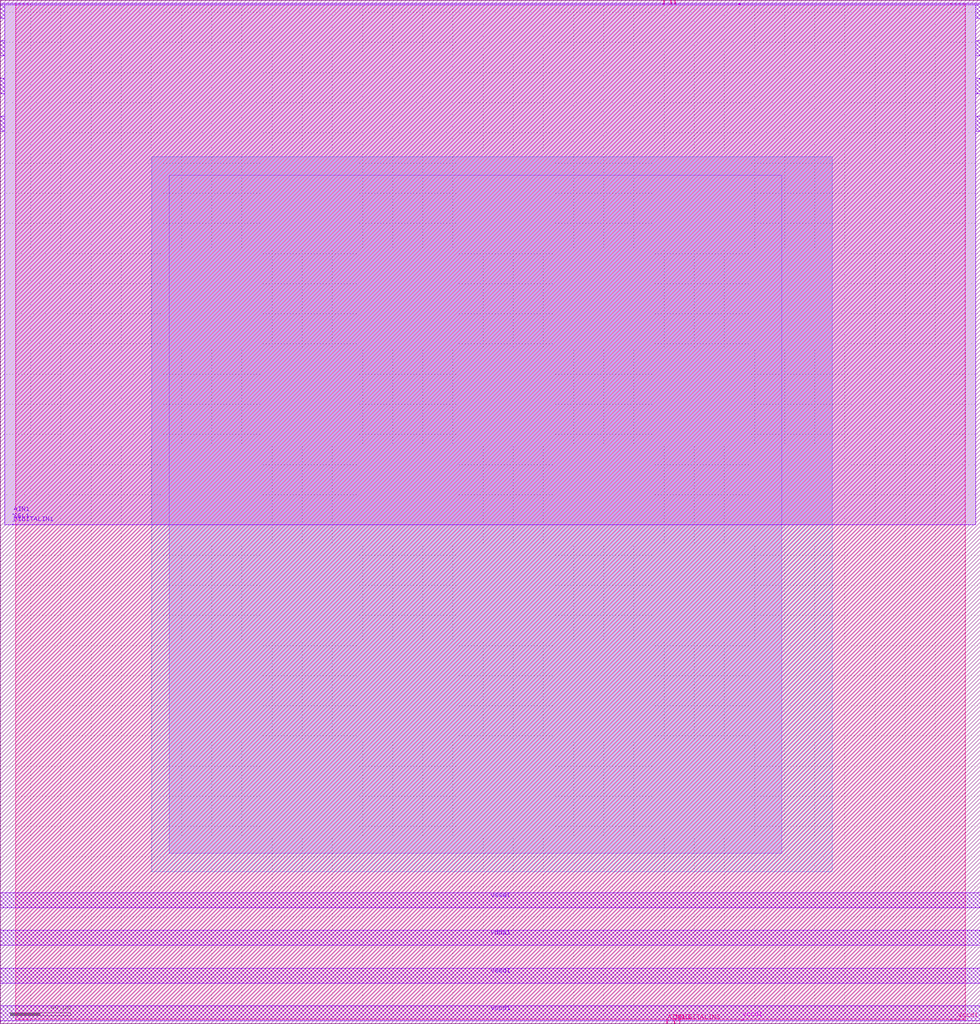
<source format=lef>
# Copyright 2020 The SkyWater PDK Authors
#
# Licensed under the Apache License, Version 2.0 (the "License");
# you may not use this file except in compliance with the License.
# You may obtain a copy of the License at
#
#     https://www.apache.org/licenses/LICENSE-2.0
#
# Unless required by applicable law or agreed to in writing, software
# distributed under the License is distributed on an "AS IS" BASIS,
# WITHOUT WARRANTIES OR CONDITIONS OF ANY KIND, either express or implied.
# See the License for the specific language governing permissions and
# limitations under the License.
#
# SPDX-License-Identifier: Apache-2.0

VERSION 5.7 ;

BUSBITCHARS "[]" ;
DIVIDERCHAR "/" ;

UNITS
  TIME NANOSECONDS 1 ;
  CAPACITANCE PICOFARADS 1 ;
  RESISTANCE OHMS 1 ;
  DATABASE MICRONS 1000 ;
END UNITS

MANUFACTURINGGRID 0.005 ;
USEMINSPACING OBS OFF ;

PROPERTYDEFINITIONS
  LAYER LEF58_TYPE STRING ;
END PROPERTYDEFINITIONS

# High density, single height
SITE unithd
  SYMMETRY Y ;
  CLASS CORE ;
  SIZE 0.46 BY 2.72 ;
END unithd

# High density, double height
SITE unithddbl
  SYMMETRY Y ;
  CLASS CORE ;
  SIZE 0.46 BY 5.44 ;
END unithddbl

LAYER nwell
  TYPE MASTERSLICE ;
  PROPERTY LEF58_TYPE "TYPE NWELL ;" ;
END nwell

LAYER pwell
  TYPE MASTERSLICE ;
  PROPERTY LEF58_TYPE "TYPE PWELL ;" ;
END pwell

LAYER li1
  TYPE ROUTING ;
  DIRECTION VERTICAL ;

  PITCH 0.46 0.34 ;
  OFFSET 0.23 0.17 ;

  WIDTH 0.17 ;          # LI 1
  # SPACING  0.17 ;     # LI 2
  SPACINGTABLE
     PARALLELRUNLENGTH 0
     WIDTH 0 0.17 ;
  AREA 0.0561 ;         # LI 6
  THICKNESS 0.1 ;
  EDGECAPACITANCE 40.697E-6 ;
  CAPACITANCE CPERSQDIST 36.9866E-6 ;
  RESISTANCE RPERSQ 17.0 ;

  ANTENNAMODEL OXIDE1 ;
  ANTENNADIFFSIDEAREARATIO PWL ( ( 0 75 ) ( 0.0125 75 ) ( 0.0225 85.125 ) ( 22.5 10200 ) ) ;
END li1

LAYER mcon
  TYPE CUT ;

  WIDTH 0.17 ;                # Mcon 1
  SPACING 0.19 ;              # Mcon 2
  ENCLOSURE BELOW 0 0 ;       # Mcon 4
  ENCLOSURE ABOVE 0.03 0.06 ; # Met1 4 / Met1 5
  RESISTANCE 23.0 ;

  ANTENNADIFFAREARATIO PWL ( ( 0 3 ) ( 0.0125 3 ) ( 0.0225 3.405 ) ( 22.5 408 ) ) ;
  DCCURRENTDENSITY AVERAGE 0.36 ; # mA per via Iavg_max at Tj = 90oC

END mcon

LAYER met1
  TYPE ROUTING ;
  DIRECTION HORIZONTAL ;

  PITCH 0.34 ;
  OFFSET 0.17 ;

  WIDTH 0.14 ;                     # Met1 1
  # SPACING 0.14 ;                 # Met1 2
  # SPACING 0.28 RANGE 3.001 100 ; # Met1 3b
  SPACINGTABLE
     PARALLELRUNLENGTH 0
     WIDTH 0 0.14
     WIDTH 3 0.28 ;
  AREA 0.083 ;                     # Met1 6
  THICKNESS 0.35 ;
  MINENCLOSEDAREA 0.14 ;

  ANTENNAMODEL OXIDE1 ;
  ANTENNADIFFSIDEAREARATIO PWL ( ( 0 400 ) ( 0.0125 400 ) ( 0.0225 2609 ) ( 22.5 11600 ) ) ;

  EDGECAPACITANCE 40.567E-6 ;
  CAPACITANCE CPERSQDIST 25.7784E-6 ;
  DCCURRENTDENSITY AVERAGE 2.8 ; # mA/um Iavg_max at Tj = 90oC
  ACCURRENTDENSITY RMS 6.1 ; # mA/um Irms_max at Tj = 90oC
  MAXIMUMDENSITY 70 ;
  DENSITYCHECKWINDOW 700 700 ;
  DENSITYCHECKSTEP 70 ;

  RESISTANCE RPERSQ 0.145 ;
END met1

LAYER via
  TYPE CUT ;
  WIDTH 0.15 ;                  # Via 1a
  SPACING 0.17 ;                # Via 2
  ENCLOSURE BELOW 0.055 0.085 ; # Via 4a / Via 5a
  ENCLOSURE ABOVE 0.055 0.085 ; # Met2 4 / Met2 5
  RESISTANCE 30.0 ;

  ANTENNADIFFAREARATIO PWL ( ( 0 6 ) ( 0.0125 6 ) ( 0.0225 6.81 ) ( 22.5 816 ) ) ;
  DCCURRENTDENSITY AVERAGE 0.29 ; # mA per via Iavg_max at Tj = 90oC
END via

LAYER met2
  TYPE ROUTING ;
  DIRECTION VERTICAL ;

  PITCH 0.46 ;
  OFFSET 0.23 ;

  WIDTH 0.14 ;                        # Met2 1
  # SPACING  0.14 ;                   # Met2 2
  # SPACING  0.28 RANGE 3.001 100 ;   # Met2 3b
  SPACINGTABLE
     PARALLELRUNLENGTH 0
     WIDTH 0 0.14
     WIDTH 3 0.28 ;
  AREA 0.0676 ;                       # Met2 6
  THICKNESS 0.35 ;
  MINENCLOSEDAREA 0.14 ;

  EDGECAPACITANCE 32.918E-6 ;
  CAPACITANCE CPERSQDIST 14.7703E-6 ;
  RESISTANCE RPERSQ 0.145 ;
  DCCURRENTDENSITY AVERAGE 2.8 ; # mA/um Iavg_max at Tj = 90oC
  ACCURRENTDENSITY RMS 6.1 ; # mA/um Irms_max at Tj = 90oC

  ANTENNAMODEL OXIDE1 ;
  ANTENNADIFFSIDEAREARATIO PWL ( ( 0 400 ) ( 0.0125 400 ) ( 0.0225 2609 ) ( 22.5 11600 ) ) ;

  MAXIMUMDENSITY 70 ;
  DENSITYCHECKWINDOW 700 700 ;
  DENSITYCHECKSTEP 70 ;
END met2

# ******** Layer via2, type routing, number 44 **************
LAYER via2
  TYPE CUT ;
  WIDTH 0.2 ;                   # Via2 1
  SPACING 0.2 ;                 # Via2 2
  ENCLOSURE BELOW 0.04 0.085 ;  # Via2 4
  ENCLOSURE ABOVE 0.065 0.065 ; # Met3 4
  RESISTANCE 8.0 ;
  ANTENNADIFFAREARATIO PWL ( ( 0 6 ) ( 0.0125 6 ) ( 0.0225 6.81 ) ( 22.5 816 ) ) ;
  DCCURRENTDENSITY AVERAGE 0.48 ; # mA per via Iavg_max at Tj = 90oC
END via2

LAYER met3
  TYPE ROUTING ;
  DIRECTION HORIZONTAL ;

  PITCH 0.68 ;
  OFFSET 0.34 ;

  WIDTH 0.3 ;              # Met3 1
  # SPACING 0.3 ;          # Met3 2
  SPACINGTABLE
     PARALLELRUNLENGTH 0
     WIDTH 0 0.3
     WIDTH 3 0.4 ;
  AREA 0.24 ;              # Met3 6
  THICKNESS 0.8 ;

  EDGECAPACITANCE 37.065E-6 ;
  CAPACITANCE CPERSQDIST 11.1883E-6 ;
  RESISTANCE RPERSQ 0.056 ;
  DCCURRENTDENSITY AVERAGE 6.8 ; # mA/um Iavg_max at Tj = 90oC
  ACCURRENTDENSITY RMS 14.9 ; # mA/um Irms_max at Tj = 90oC

  ANTENNAMODEL OXIDE1 ;
  ANTENNADIFFSIDEAREARATIO PWL ( ( 0 400 ) ( 0.0125 400 ) ( 0.0225 2609 ) ( 22.5 11600 ) ) ;

  MAXIMUMDENSITY 70 ;
  DENSITYCHECKWINDOW 700 700 ;
  DENSITYCHECKSTEP 70 ;
END met3

LAYER via3
  TYPE CUT ;
  WIDTH 0.2 ;                   # Via3 1
  SPACING 0.2 ;                 # Via3 2
  ENCLOSURE BELOW 0.06 0.09 ;   # Via3 4 / Via3 5
  ENCLOSURE ABOVE 0.065 0.065 ; # Met4 3
  RESISTANCE 8.0 ;
  ANTENNADIFFAREARATIO PWL ( ( 0 6 ) ( 0.0125 6 ) ( 0.0225 6.81 ) ( 22.5 816 ) ) ;
  DCCURRENTDENSITY AVERAGE 0.48 ; # mA per via Iavg_max at Tj = 90oC
END via3

LAYER met4
  TYPE ROUTING ;
  DIRECTION VERTICAL ;

  PITCH 0.92 ;
  OFFSET 0.46 ;

  WIDTH 0.3 ;             # Met4 1
  # SPACING  0.3 ;             # Met4 2
  SPACINGTABLE
     PARALLELRUNLENGTH 0
     WIDTH 0 0.3
     WIDTH 3 0.4 ;
  AREA 0.24 ;            # Met4 4a

  THICKNESS 0.8 ;

  EDGECAPACITANCE 34.169E-6 ;
  CAPACITANCE CPERSQDIST 7.84019E-6 ;
  RESISTANCE RPERSQ 0.056 ;
  DCCURRENTDENSITY AVERAGE 6.8 ; # mA/um Iavg_max at Tj = 90oC
  ACCURRENTDENSITY RMS 14.9 ; # mA/um Irms_max at Tj = 90oC

  ANTENNAMODEL OXIDE1 ;
  ANTENNADIFFSIDEAREARATIO PWL ( ( 0 400 ) ( 0.0125 400 ) ( 0.0225 2609 ) ( 22.5 11600 ) ) ;

  MAXIMUMDENSITY 70 ;
  DENSITYCHECKWINDOW 700 700 ;
  DENSITYCHECKSTEP 70 ;
END met4

LAYER via4
  TYPE CUT ;

  WIDTH 0.8 ;                 # Via4 1
  SPACING 0.8 ;               # Via4 2
  ENCLOSURE BELOW 0.19 0.19 ; # Via4 4
  ENCLOSURE ABOVE 0.31 0.31 ; # Met5 3
  RESISTANCE 0.891 ;
  ANTENNADIFFAREARATIO PWL ( ( 0 6 ) ( 0.0125 6 ) ( 0.0225 6.81 ) ( 22.5 816 ) ) ;
  DCCURRENTDENSITY AVERAGE 2.49 ; # mA per via Iavg_max at Tj = 90oC
END via4

LAYER met5
  TYPE ROUTING ;
  DIRECTION HORIZONTAL ;

  PITCH 3.4 ;
  OFFSET 1.7 ;

  WIDTH 1.6 ;            # Met5 1
  #SPACING  1.6 ;        # Met5 2
  SPACINGTABLE
     PARALLELRUNLENGTH 0
     WIDTH 0 1.6 ;
  AREA 4 ;               # Met5 4

  THICKNESS 1.2 ;

  EDGECAPACITANCE 36.828E-6 ;
  CAPACITANCE CPERSQDIST 5.99155E-6 ;
  RESISTANCE RPERSQ 0.0358 ;
  DCCURRENTDENSITY AVERAGE 10.17 ; # mA/um Iavg_max at Tj = 90oC
  ACCURRENTDENSITY RMS 22.34 ; # mA/um Irms_max at Tj = 90oC

  ANTENNAMODEL OXIDE1 ;
  ANTENNADIFFSIDEAREARATIO PWL ( ( 0 400 ) ( 0.0125 400 ) ( 0.0225 2609 ) ( 22.5 11600 ) ) ;
END met5


### Routing via cells section   ###
# Plus via rule, metals are along the prefered direction
VIA L1M1_PR DEFAULT
  LAYER mcon ;
  RECT -0.085 -0.085 0.085 0.085 ;
  LAYER li1 ;
  RECT -0.085 -0.085 0.085 0.085 ;
  LAYER met1 ;
  RECT -0.145 -0.115 0.145 0.115 ;
END L1M1_PR

VIARULE L1M1_PR GENERATE
  LAYER li1 ;
  ENCLOSURE 0 0 ;
  LAYER met1 ;
  ENCLOSURE 0.06 0.03 ;
  LAYER mcon ;
  RECT -0.085 -0.085 0.085 0.085 ;
  SPACING 0.36 BY 0.36 ;
END L1M1_PR

# Plus via rule, metals are along the non prefered direction
VIA L1M1_PR_R DEFAULT
  LAYER mcon ;
  RECT -0.085 -0.085 0.085 0.085 ;
  LAYER li1 ;
  RECT -0.085 -0.085 0.085 0.085 ;
  LAYER met1 ;
  RECT -0.115 -0.145 0.115 0.145 ;
END L1M1_PR_R

VIARULE L1M1_PR_R GENERATE
  LAYER li1 ;
  ENCLOSURE 0 0 ;
  LAYER met1 ;
  ENCLOSURE 0.03 0.06 ;
  LAYER mcon ;
  RECT -0.085 -0.085 0.085 0.085 ;
  SPACING 0.36 BY 0.36 ;
END L1M1_PR_R

# Minus via rule, lower layer metal is along prefered direction
VIA L1M1_PR_M DEFAULT
  LAYER mcon ;
  RECT -0.085 -0.085 0.085 0.085 ;
  LAYER li1 ;
  RECT -0.085 -0.085 0.085 0.085 ;
  LAYER met1 ;
  RECT -0.115 -0.145 0.115 0.145 ;
END L1M1_PR_M

VIARULE L1M1_PR_M GENERATE
  LAYER li1 ;
  ENCLOSURE 0 0 ;
  LAYER met1 ;
  ENCLOSURE 0.03 0.06 ;
  LAYER mcon ;
  RECT -0.085 -0.085 0.085 0.085 ;
  SPACING 0.36 BY 0.36 ;
END L1M1_PR_M

# Minus via rule, upper layer metal is along prefered direction
VIA L1M1_PR_MR DEFAULT
  LAYER mcon ;
  RECT -0.085 -0.085 0.085 0.085 ;
  LAYER li1 ;
  RECT -0.085 -0.085 0.085 0.085 ;
  LAYER met1 ;
  RECT -0.145 -0.115 0.145 0.115 ;
END L1M1_PR_MR

VIARULE L1M1_PR_MR GENERATE
  LAYER li1 ;
  ENCLOSURE 0 0 ;
  LAYER met1 ;
  ENCLOSURE 0.06 0.03 ;
  LAYER mcon ;
  RECT -0.085 -0.085 0.085 0.085 ;
  SPACING 0.36 BY 0.36 ;
END L1M1_PR_MR

# Centered via rule, we really do not want to use it
VIA L1M1_PR_C DEFAULT
  LAYER mcon ;
  RECT -0.085 -0.085 0.085 0.085 ;
  LAYER li1 ;
  RECT -0.085 -0.085 0.085 0.085 ;
  LAYER met1 ;
  RECT -0.145 -0.145 0.145 0.145 ;
END L1M1_PR_C

VIARULE L1M1_PR_C GENERATE
  LAYER li1 ;
  ENCLOSURE 0 0 ;
  LAYER met1 ;
  ENCLOSURE 0.06 0.06 ;
  LAYER mcon ;
  RECT -0.085 -0.085 0.085 0.085 ;
  SPACING 0.36 BY 0.36 ;
END L1M1_PR_C

# Plus via rule, metals are along the prefered direction
VIA M1M2_PR DEFAULT
  LAYER via ;
  RECT -0.075 -0.075 0.075 0.075 ;
  LAYER met1 ;
  RECT -0.16 -0.13 0.16 0.13 ;
  LAYER met2 ;
  RECT -0.13 -0.16 0.13 0.16 ;
END M1M2_PR

VIARULE M1M2_PR GENERATE
  LAYER met1 ;
  ENCLOSURE 0.085 0.055 ;
  LAYER met2 ;
  ENCLOSURE 0.055 0.085 ;
  LAYER via ;
  RECT -0.075 -0.075 0.075 0.075 ;
  SPACING 0.32 BY 0.32 ;
END M1M2_PR

# Plus via rule, metals are along the non prefered direction
VIA M1M2_PR_R DEFAULT
  LAYER via ;
  RECT -0.075 -0.075 0.075 0.075 ;
  LAYER met1 ;
  RECT -0.13 -0.16 0.13 0.16 ;
  LAYER met2 ;
  RECT -0.16 -0.13 0.16 0.13 ;
END M1M2_PR_R

VIARULE M1M2_PR_R GENERATE
  LAYER met1 ;
  ENCLOSURE 0.055 0.085 ;
  LAYER met2 ;
  ENCLOSURE 0.085 0.055 ;
  LAYER via ;
  RECT -0.075 -0.075 0.075 0.075 ;
  SPACING 0.32 BY 0.32 ;
END M1M2_PR_R

# Minus via rule, lower layer metal is along prefered direction
VIA M1M2_PR_M DEFAULT
  LAYER via ;
  RECT -0.075 -0.075 0.075 0.075 ;
  LAYER met1 ;
  RECT -0.16 -0.13 0.16 0.13 ;
  LAYER met2 ;
  RECT -0.16 -0.13 0.16 0.13 ;
END M1M2_PR_M

VIARULE M1M2_PR_M GENERATE
  LAYER met1 ;
  ENCLOSURE 0.085 0.055 ;
  LAYER met2 ;
  ENCLOSURE 0.085 0.055 ;
  LAYER via ;
  RECT -0.075 -0.075 0.075 0.075 ;
  SPACING 0.32 BY 0.32 ;
END M1M2_PR_M

# Minus via rule, upper layer metal is along prefered direction
VIA M1M2_PR_MR DEFAULT
  LAYER via ;
  RECT -0.075 -0.075 0.075 0.075 ;
  LAYER met1 ;
  RECT -0.13 -0.16 0.13 0.16 ;
  LAYER met2 ;
  RECT -0.13 -0.16 0.13 0.16 ;
END M1M2_PR_MR

VIARULE M1M2_PR_MR GENERATE
  LAYER met1 ;
  ENCLOSURE 0.055 0.085 ;
  LAYER met2 ;
  ENCLOSURE 0.055 0.085 ;
  LAYER via ;
  RECT -0.075 -0.075 0.075 0.075 ;
  SPACING 0.32 BY 0.32 ;
END M1M2_PR_MR

# Centered via rule, we really do not want to use it
VIA M1M2_PR_C DEFAULT
  LAYER via ;
  RECT -0.075 -0.075 0.075 0.075 ;
  LAYER met1 ;
  RECT -0.16 -0.16 0.16 0.16 ;
  LAYER met2 ;
  RECT -0.16 -0.16 0.16 0.16 ;
END M1M2_PR_C

VIARULE M1M2_PR_C GENERATE
  LAYER met1 ;
  ENCLOSURE 0.085 0.085 ;
  LAYER met2 ;
  ENCLOSURE 0.085 0.085 ;
  LAYER via ;
  RECT -0.075 -0.075 0.075 0.075 ;
  SPACING 0.32 BY 0.32 ;
END M1M2_PR_C

# Plus via rule, metals are along the prefered direction
VIA M2M3_PR DEFAULT
  LAYER via2 ;
  RECT -0.1 -0.1 0.1 0.1 ;
  LAYER met2 ;
  RECT -0.14 -0.185 0.14 0.185 ;
  LAYER met3 ;
  RECT -0.165 -0.165 0.165 0.165 ;
END M2M3_PR

VIARULE M2M3_PR GENERATE
  LAYER met2 ;
  ENCLOSURE 0.04 0.085 ;
  LAYER met3 ;
  ENCLOSURE 0.065 0.065 ;
  LAYER via2 ;
  RECT -0.1 -0.1 0.1 0.1 ;
  SPACING 0.4 BY 0.4 ;
END M2M3_PR

# Plus via rule, metals are along the non prefered direction
VIA M2M3_PR_R DEFAULT
  LAYER via2 ;
  RECT -0.1 -0.1 0.1 0.1 ;
  LAYER met2 ;
  RECT -0.185 -0.14 0.185 0.14 ;
  LAYER met3 ;
  RECT -0.165 -0.165 0.165 0.165 ;
END M2M3_PR_R

VIARULE M2M3_PR_R GENERATE
  LAYER met2 ;
  ENCLOSURE 0.085 0.04 ;
  LAYER met3 ;
  ENCLOSURE 0.065 0.065 ;
  LAYER via2 ;
  RECT -0.1 -0.1 0.1 0.1 ;
  SPACING 0.4 BY 0.4 ;
END M2M3_PR_R

# Minus via rule, lower layer metal is along prefered direction
VIA M2M3_PR_M DEFAULT
  LAYER via2 ;
  RECT -0.1 -0.1 0.1 0.1 ;
  LAYER met2 ;
  RECT -0.14 -0.185 0.14 0.185 ;
  LAYER met3 ;
  RECT -0.165 -0.165 0.165 0.165 ;
END M2M3_PR_M

VIARULE M2M3_PR_M GENERATE
  LAYER met2 ;
  ENCLOSURE 0.04 0.085 ;
  LAYER met3 ;
  ENCLOSURE 0.065 0.065 ;
  LAYER via2 ;
  RECT -0.1 -0.1 0.1 0.1 ;
  SPACING 0.4 BY 0.4 ;
END M2M3_PR_M

# Minus via rule, upper layer metal is along prefered direction
VIA M2M3_PR_MR DEFAULT
  LAYER via2 ;
  RECT -0.1 -0.1 0.1 0.1 ;
  LAYER met2 ;
  RECT -0.185 -0.14 0.185 0.14 ;
  LAYER met3 ;
  RECT -0.165 -0.165 0.165 0.165 ;
END M2M3_PR_MR

VIARULE M2M3_PR_MR GENERATE
  LAYER met2 ;
  ENCLOSURE 0.085 0.04 ;
  LAYER met3 ;
  ENCLOSURE 0.065 0.065 ;
  LAYER via2 ;
  RECT -0.1 -0.1 0.1 0.1 ;
  SPACING 0.4 BY 0.4 ;
END M2M3_PR_MR

# Centered via rule, we really do not want to use it
VIA M2M3_PR_C DEFAULT
  LAYER via2 ;
  RECT -0.1 -0.1 0.1 0.1 ;
  LAYER met2 ;
  RECT -0.185 -0.185 0.185 0.185 ;
  LAYER met3 ;
  RECT -0.165 -0.165 0.165 0.165 ;
END M2M3_PR_C

VIARULE M2M3_PR_C GENERATE
  LAYER met2 ;
  ENCLOSURE 0.085 0.085 ;
  LAYER met3 ;
  ENCLOSURE 0.065 0.065 ;
  LAYER via2 ;
  RECT -0.1 -0.1 0.1 0.1 ;
  SPACING 0.4 BY 0.4 ;
END M2M3_PR_C

# Plus via rule, metals are along the prefered direction
VIA M3M4_PR DEFAULT
  LAYER via3 ;
  RECT -0.1 -0.1 0.1 0.1 ;
  LAYER met3 ;
  RECT -0.19 -0.16 0.19 0.16 ;
  LAYER met4 ;
  RECT -0.165 -0.165 0.165 0.165 ;
END M3M4_PR

VIARULE M3M4_PR GENERATE
  LAYER met3 ;
  ENCLOSURE 0.09 0.06 ;
  LAYER met4 ;
  ENCLOSURE 0.065 0.065 ;
  LAYER via3 ;
  RECT -0.1 -0.1 0.1 0.1 ;
  SPACING 0.4 BY 0.4 ;
END M3M4_PR

# Plus via rule, metals are along the non prefered direction
VIA M3M4_PR_R DEFAULT
  LAYER via3 ;
  RECT -0.1 -0.1 0.1 0.1 ;
  LAYER met3 ;
  RECT -0.16 -0.19 0.16 0.19 ;
  LAYER met4 ;
  RECT -0.165 -0.165 0.165 0.165 ;
END M3M4_PR_R

VIARULE M3M4_PR_R GENERATE
  LAYER met3 ;
  ENCLOSURE 0.06 0.09 ;
  LAYER met4 ;
  ENCLOSURE 0.065 0.065 ;
  LAYER via3 ;
  RECT -0.1 -0.1 0.1 0.1 ;
  SPACING 0.4 BY 0.4 ;
END M3M4_PR_R

# Minus via rule, lower layer metal is along prefered direction
VIA M3M4_PR_M DEFAULT
  LAYER via3 ;
  RECT -0.1 -0.1 0.1 0.1 ;
  LAYER met3 ;
  RECT -0.19 -0.16 0.19 0.16 ;
  LAYER met4 ;
  RECT -0.165 -0.165 0.165 0.165 ;
END M3M4_PR_M

VIARULE M3M4_PR_M GENERATE
  LAYER met3 ;
  ENCLOSURE 0.09 0.06 ;
  LAYER met4 ;
  ENCLOSURE 0.065 0.065 ;
  LAYER via3 ;
  RECT -0.1 -0.1 0.1 0.1 ;
  SPACING 0.4 BY 0.4 ;
END M3M4_PR_M

# Minus via rule, upper layer metal is along prefered direction
VIA M3M4_PR_MR DEFAULT
  LAYER via3 ;
  RECT -0.1 -0.1 0.1 0.1 ;
  LAYER met3 ;
  RECT -0.16 -0.19 0.16 0.19 ;
  LAYER met4 ;
  RECT -0.165 -0.165 0.165 0.165 ;
END M3M4_PR_MR

VIARULE M3M4_PR_MR GENERATE
  LAYER met3 ;
  ENCLOSURE 0.06 0.09 ;
  LAYER met4 ;
  ENCLOSURE 0.065 0.065 ;
  LAYER via3 ;
  RECT -0.1 -0.1 0.1 0.1 ;
  SPACING 0.4 BY 0.4 ;
END M3M4_PR_MR

# Centered via rule, we really do not want to use it
VIA M3M4_PR_C DEFAULT
  LAYER via3 ;
  RECT -0.1 -0.1 0.1 0.1 ;
  LAYER met3 ;
  RECT -0.19 -0.19 0.19 0.19 ;
  LAYER met4 ;
  RECT -0.165 -0.165 0.165 0.165 ;
END M3M4_PR_C

VIARULE M3M4_PR_C GENERATE
  LAYER met3 ;
  ENCLOSURE 0.09 0.09 ;
  LAYER met4 ;
  ENCLOSURE 0.065 0.065 ;
  LAYER via3 ;
  RECT -0.1 -0.1 0.1 0.1 ;
  SPACING 0.4 BY 0.4 ;
END M3M4_PR_C

# Plus via rule, metals are along the prefered direction
VIA M4M5_PR DEFAULT
  LAYER via4 ;
  RECT -0.4 -0.4 0.4 0.4 ;
  LAYER met4 ;
  RECT -0.59 -0.59 0.59 0.59 ;
  LAYER met5 ;
  RECT -0.71 -0.71 0.71 0.71 ;
END M4M5_PR

VIARULE M4M5_PR GENERATE
  LAYER met4 ;
  ENCLOSURE 0.19 0.19 ;
  LAYER met5 ;
  ENCLOSURE 0.31 0.31 ;
  LAYER via4 ;
  RECT -0.4 -0.4 0.4 0.4 ;
  SPACING 1.6 BY 1.6 ;
END M4M5_PR

# Plus via rule, metals are along the non prefered direction
VIA M4M5_PR_R DEFAULT
  LAYER via4 ;
  RECT -0.4 -0.4 0.4 0.4 ;
  LAYER met4 ;
  RECT -0.59 -0.59 0.59 0.59 ;
  LAYER met5 ;
  RECT -0.71 -0.71 0.71 0.71 ;
END M4M5_PR_R

VIARULE M4M5_PR_R GENERATE
  LAYER met4 ;
  ENCLOSURE 0.19 0.19 ;
  LAYER met5 ;
  ENCLOSURE 0.31 0.31 ;
  LAYER via4 ;
  RECT -0.4 -0.4 0.4 0.4 ;
  SPACING 1.6 BY 1.6 ;
END M4M5_PR_R

# Minus via rule, lower layer metal is along prefered direction
VIA M4M5_PR_M DEFAULT
  LAYER via4 ;
  RECT -0.4 -0.4 0.4 0.4 ;
  LAYER met4 ;
  RECT -0.59 -0.59 0.59 0.59 ;
  LAYER met5 ;
  RECT -0.71 -0.71 0.71 0.71 ;
END M4M5_PR_M

VIARULE M4M5_PR_M GENERATE
  LAYER met4 ;
  ENCLOSURE 0.19 0.19 ;
  LAYER met5 ;
  ENCLOSURE 0.31 0.31 ;
  LAYER via4 ;
  RECT -0.4 -0.4 0.4 0.4 ;
  SPACING 1.6 BY 1.6 ;
END M4M5_PR_M

# Minus via rule, upper layer metal is along prefered direction
VIA M4M5_PR_MR DEFAULT
  LAYER via4 ;
  RECT -0.4 -0.4 0.4 0.4 ;
  LAYER met4 ;
  RECT -0.59 -0.59 0.59 0.59 ;
  LAYER met5 ;
  RECT -0.71 -0.71 0.71 0.71 ;
END M4M5_PR_MR

VIARULE M4M5_PR_MR GENERATE
  LAYER met4 ;
  ENCLOSURE 0.19 0.19 ;
  LAYER met5 ;
  ENCLOSURE 0.31 0.31 ;
  LAYER via4 ;
  RECT -0.4 -0.4 0.4 0.4 ;
  SPACING 1.6 BY 1.6 ;
END M4M5_PR_MR

# Centered via rule, we really do not want to use it
VIA M4M5_PR_C DEFAULT
  LAYER via4 ;
  RECT -0.4 -0.4 0.4 0.4 ;
  LAYER met4 ;
  RECT -0.59 -0.59 0.59 0.59 ;
  LAYER met5 ;
  RECT -0.71 -0.71 0.71 0.71 ;
END M4M5_PR_C

VIARULE M4M5_PR_C GENERATE
  LAYER met4 ;
  ENCLOSURE 0.19 0.19 ;
  LAYER met5 ;
  ENCLOSURE 0.31 0.31 ;
  LAYER via4 ;
  RECT -0.4 -0.4 0.4 0.4 ;
  SPACING 1.6 BY 1.6 ;
END M4M5_PR_C
###  end of single via cells   ###


MACRO sky130_fd_sc_hd__a2bb2o_1
  CLASS CORE ;
  FOREIGN sky130_fd_sc_hd__a2bb2o_1 ;
  ORIGIN 0.000 0.000 ;
  SIZE 3.680 BY 2.720 ;
  SYMMETRY X Y R90 ;
  SITE unithd ;
  PIN A1_N
    DIRECTION INPUT ;
    USE SIGNAL ;
    ANTENNAGATEAREA 0.126000 ;
    PORT
      LAYER li1 ;
        RECT 0.910 0.995 1.240 1.615 ;
    END
  END A1_N
  PIN A2_N
    DIRECTION INPUT ;
    USE SIGNAL ;
    ANTENNAGATEAREA 0.126000 ;
    PORT
      LAYER li1 ;
        RECT 1.410 0.995 1.700 1.375 ;
    END
  END A2_N
  PIN B1
    DIRECTION INPUT ;
    USE SIGNAL ;
    ANTENNAGATEAREA 0.126000 ;
    PORT
      LAYER li1 ;
        RECT 3.280 0.765 3.540 1.655 ;
    END
  END B1
  PIN B2
    DIRECTION INPUT ;
    USE SIGNAL ;
    ANTENNAGATEAREA 0.126000 ;
    PORT
      LAYER li1 ;
        RECT 2.600 1.355 3.080 1.655 ;
        RECT 2.820 0.765 3.080 1.355 ;
    END
  END B2
  PIN VGND
    DIRECTION INOUT ;
    USE GROUND ;
    SHAPE ABUTMENT ;
    PORT
      LAYER met1 ;
        RECT 0.000 -0.240 3.680 0.240 ;
    END
  END VGND
  PIN VNB
    DIRECTION INOUT ;
    USE GROUND ;
    PORT
      LAYER pwell ;
        RECT 0.005 0.785 0.925 1.015 ;
        RECT 0.005 0.105 3.590 0.785 ;
        RECT 0.150 -0.085 0.320 0.105 ;
    END
  END VNB
  PIN VPB
    DIRECTION INOUT ;
    USE POWER ;
    PORT
      LAYER nwell ;
        RECT -0.190 1.305 3.870 2.910 ;
    END
  END VPB
  PIN VPWR
    DIRECTION INOUT ;
    USE POWER ;
    SHAPE ABUTMENT ;
    PORT
      LAYER met1 ;
        RECT 0.000 2.480 3.680 2.960 ;
    END
  END VPWR
  PIN X
    DIRECTION OUTPUT ;
    USE SIGNAL ;
    ANTENNADIFFAREA 0.429000 ;
    PORT
      LAYER li1 ;
        RECT 0.085 1.525 0.345 2.465 ;
        RECT 0.085 0.810 0.260 1.525 ;
        RECT 0.085 0.255 0.345 0.810 ;
    END
  END X
  OBS
      LAYER li1 ;
        RECT 0.000 2.635 3.680 2.805 ;
        RECT 0.515 2.235 0.845 2.635 ;
        RECT 1.990 2.370 2.245 2.465 ;
        RECT 1.105 2.200 2.245 2.370 ;
        RECT 2.415 2.255 2.745 2.425 ;
        RECT 1.105 1.975 1.275 2.200 ;
        RECT 0.515 1.805 1.275 1.975 ;
        RECT 1.990 2.065 2.245 2.200 ;
        RECT 0.515 1.325 0.685 1.805 ;
        RECT 1.540 1.715 1.710 1.905 ;
        RECT 1.990 1.895 2.400 2.065 ;
        RECT 1.540 1.545 2.060 1.715 ;
        RECT 0.430 0.995 0.685 1.325 ;
        RECT 1.890 0.825 2.060 1.545 ;
        RECT 1.180 0.655 2.060 0.825 ;
        RECT 2.230 0.870 2.400 1.895 ;
        RECT 2.575 2.005 2.745 2.255 ;
        RECT 2.915 2.175 3.165 2.635 ;
        RECT 3.335 2.005 3.515 2.465 ;
        RECT 2.575 1.835 3.515 2.005 ;
        RECT 2.230 0.700 2.580 0.870 ;
        RECT 0.515 0.085 0.945 0.530 ;
        RECT 1.180 0.255 1.350 0.655 ;
        RECT 1.520 0.085 2.240 0.485 ;
        RECT 2.410 0.255 2.580 0.700 ;
        RECT 3.155 0.085 3.555 0.595 ;
        RECT 0.000 -0.085 3.680 0.085 ;
      LAYER mcon ;
        RECT 0.145 2.635 0.315 2.805 ;
        RECT 0.605 2.635 0.775 2.805 ;
        RECT 1.065 2.635 1.235 2.805 ;
        RECT 1.525 2.635 1.695 2.805 ;
        RECT 1.985 2.635 2.155 2.805 ;
        RECT 2.445 2.635 2.615 2.805 ;
        RECT 2.905 2.635 3.075 2.805 ;
        RECT 3.365 2.635 3.535 2.805 ;
        RECT 0.145 -0.085 0.315 0.085 ;
        RECT 0.605 -0.085 0.775 0.085 ;
        RECT 1.065 -0.085 1.235 0.085 ;
        RECT 1.525 -0.085 1.695 0.085 ;
        RECT 1.985 -0.085 2.155 0.085 ;
        RECT 2.445 -0.085 2.615 0.085 ;
        RECT 2.905 -0.085 3.075 0.085 ;
        RECT 3.365 -0.085 3.535 0.085 ;
  END
END sky130_fd_sc_hd__a2bb2o_1
MACRO sky130_fd_sc_hd__a2bb2o_2
  CLASS CORE ;
  FOREIGN sky130_fd_sc_hd__a2bb2o_2 ;
  ORIGIN 0.000 0.000 ;
  SIZE 4.140 BY 2.720 ;
  SYMMETRY X Y R90 ;
  SITE unithd ;
  PIN A1_N
    DIRECTION INPUT ;
    USE SIGNAL ;
    ANTENNAGATEAREA 0.159000 ;
    PORT
      LAYER li1 ;
        RECT 1.345 0.995 1.675 1.615 ;
    END
  END A1_N
  PIN A2_N
    DIRECTION INPUT ;
    USE SIGNAL ;
    ANTENNAGATEAREA 0.159000 ;
    PORT
      LAYER li1 ;
        RECT 1.845 0.995 2.135 1.375 ;
    END
  END A2_N
  PIN B1
    DIRECTION INPUT ;
    USE SIGNAL ;
    ANTENNAGATEAREA 0.159000 ;
    PORT
      LAYER li1 ;
        RECT 3.730 0.765 3.990 1.655 ;
    END
  END B1
  PIN B2
    DIRECTION INPUT ;
    USE SIGNAL ;
    ANTENNAGATEAREA 0.159000 ;
    PORT
      LAYER li1 ;
        RECT 3.050 1.355 3.530 1.655 ;
        RECT 3.270 0.765 3.530 1.355 ;
    END
  END B2
  PIN VGND
    DIRECTION INOUT ;
    USE GROUND ;
    SHAPE ABUTMENT ;
    PORT
      LAYER met1 ;
        RECT 0.000 -0.240 4.140 0.240 ;
    END
  END VGND
  PIN VNB
    DIRECTION INOUT ;
    USE GROUND ;
    PORT
      LAYER pwell ;
        RECT 0.015 0.785 1.360 1.015 ;
        RECT 0.015 0.105 4.040 0.785 ;
        RECT 0.125 -0.085 0.295 0.105 ;
    END
  END VNB
  PIN VPB
    DIRECTION INOUT ;
    USE POWER ;
    PORT
      LAYER nwell ;
        RECT -0.190 1.305 4.330 2.910 ;
    END
  END VPB
  PIN VPWR
    DIRECTION INOUT ;
    USE POWER ;
    SHAPE ABUTMENT ;
    PORT
      LAYER met1 ;
        RECT 0.000 2.480 4.140 2.960 ;
    END
  END VPWR
  PIN X
    DIRECTION OUTPUT ;
    USE SIGNAL ;
    ANTENNADIFFAREA 0.445500 ;
    PORT
      LAYER li1 ;
        RECT 0.525 1.525 0.780 2.465 ;
        RECT 0.525 0.810 0.695 1.525 ;
        RECT 0.525 0.255 0.780 0.810 ;
    END
  END X
  OBS
      LAYER li1 ;
        RECT 0.000 2.635 4.140 2.805 ;
        RECT 0.185 1.445 0.355 2.635 ;
        RECT 0.950 2.235 1.280 2.635 ;
        RECT 2.500 2.370 2.670 2.465 ;
        RECT 1.540 2.200 2.670 2.370 ;
        RECT 2.875 2.255 3.205 2.425 ;
        RECT 1.540 1.975 1.710 2.200 ;
        RECT 0.950 1.805 1.710 1.975 ;
        RECT 2.440 2.065 2.670 2.200 ;
        RECT 0.950 1.325 1.120 1.805 ;
        RECT 1.975 1.715 2.145 1.905 ;
        RECT 2.440 1.895 2.850 2.065 ;
        RECT 1.975 1.545 2.510 1.715 ;
        RECT 0.865 0.995 1.120 1.325 ;
        RECT 0.185 0.085 0.355 0.930 ;
        RECT 2.340 0.825 2.510 1.545 ;
        RECT 1.615 0.655 2.510 0.825 ;
        RECT 2.680 0.870 2.850 1.895 ;
        RECT 3.035 2.005 3.205 2.255 ;
        RECT 3.375 2.175 3.625 2.635 ;
        RECT 3.795 2.005 3.965 2.465 ;
        RECT 3.035 1.835 3.965 2.005 ;
        RECT 2.680 0.700 3.030 0.870 ;
        RECT 0.950 0.085 1.380 0.530 ;
        RECT 1.615 0.255 1.785 0.655 ;
        RECT 1.955 0.085 2.690 0.485 ;
        RECT 2.860 0.255 3.030 0.700 ;
        RECT 3.605 0.085 4.005 0.595 ;
        RECT 0.000 -0.085 4.140 0.085 ;
      LAYER mcon ;
        RECT 0.145 2.635 0.315 2.805 ;
        RECT 0.605 2.635 0.775 2.805 ;
        RECT 1.065 2.635 1.235 2.805 ;
        RECT 1.525 2.635 1.695 2.805 ;
        RECT 1.985 2.635 2.155 2.805 ;
        RECT 2.445 2.635 2.615 2.805 ;
        RECT 2.905 2.635 3.075 2.805 ;
        RECT 3.365 2.635 3.535 2.805 ;
        RECT 3.825 2.635 3.995 2.805 ;
        RECT 0.145 -0.085 0.315 0.085 ;
        RECT 0.605 -0.085 0.775 0.085 ;
        RECT 1.065 -0.085 1.235 0.085 ;
        RECT 1.525 -0.085 1.695 0.085 ;
        RECT 1.985 -0.085 2.155 0.085 ;
        RECT 2.445 -0.085 2.615 0.085 ;
        RECT 2.905 -0.085 3.075 0.085 ;
        RECT 3.365 -0.085 3.535 0.085 ;
        RECT 3.825 -0.085 3.995 0.085 ;
  END
END sky130_fd_sc_hd__a2bb2o_2
MACRO sky130_fd_sc_hd__a2bb2o_4
  CLASS CORE ;
  FOREIGN sky130_fd_sc_hd__a2bb2o_4 ;
  ORIGIN 0.000 0.000 ;
  SIZE 7.360 BY 2.720 ;
  SYMMETRY X Y R90 ;
  SITE unithd ;
  PIN A1_N
    DIRECTION INPUT ;
    USE SIGNAL ;
    ANTENNAGATEAREA 0.495000 ;
    PORT
      LAYER li1 ;
        RECT 3.475 1.445 4.965 1.615 ;
        RECT 3.475 1.325 3.645 1.445 ;
        RECT 3.315 1.075 3.645 1.325 ;
        RECT 4.605 1.075 4.965 1.445 ;
    END
  END A1_N
  PIN A2_N
    DIRECTION INPUT ;
    USE SIGNAL ;
    ANTENNAGATEAREA 0.495000 ;
    PORT
      LAYER li1 ;
        RECT 3.815 1.075 4.435 1.275 ;
    END
  END A2_N
  PIN B1
    DIRECTION INPUT ;
    USE SIGNAL ;
    ANTENNAGATEAREA 0.495000 ;
    PORT
      LAYER li1 ;
        RECT 0.085 1.445 1.685 1.615 ;
        RECT 0.085 1.075 0.575 1.445 ;
        RECT 1.515 1.245 1.685 1.445 ;
        RECT 1.515 1.075 1.895 1.245 ;
    END
  END B1
  PIN B2
    DIRECTION INPUT ;
    USE SIGNAL ;
    ANTENNAGATEAREA 0.495000 ;
    PORT
      LAYER li1 ;
        RECT 0.805 1.075 1.345 1.275 ;
    END
  END B2
  PIN VGND
    DIRECTION INOUT ;
    USE GROUND ;
    SHAPE ABUTMENT ;
    PORT
      LAYER met1 ;
        RECT 0.000 -0.240 7.360 0.240 ;
    END
  END VGND
  PIN VNB
    DIRECTION INOUT ;
    USE GROUND ;
    PORT
      LAYER pwell ;
        RECT 0.005 0.105 6.915 1.015 ;
        RECT 0.150 -0.085 0.320 0.105 ;
    END
  END VNB
  PIN VPB
    DIRECTION INOUT ;
    USE POWER ;
    PORT
      LAYER nwell ;
        RECT -0.190 1.305 7.550 2.910 ;
    END
  END VPB
  PIN VPWR
    DIRECTION INOUT ;
    USE POWER ;
    SHAPE ABUTMENT ;
    PORT
      LAYER met1 ;
        RECT 0.000 2.480 7.360 2.960 ;
    END
  END VPWR
  PIN X
    DIRECTION OUTPUT ;
    USE SIGNAL ;
    ANTENNADIFFAREA 0.891000 ;
    PORT
      LAYER li1 ;
        RECT 5.275 1.955 5.525 2.465 ;
        RECT 6.115 1.955 6.365 2.465 ;
        RECT 5.275 1.785 6.365 1.955 ;
        RECT 6.115 1.655 6.365 1.785 ;
        RECT 6.115 1.415 6.920 1.655 ;
        RECT 6.610 0.905 6.920 1.415 ;
        RECT 5.235 0.725 6.920 0.905 ;
        RECT 5.235 0.275 5.565 0.725 ;
        RECT 6.075 0.275 6.405 0.725 ;
    END
  END X
  OBS
      LAYER li1 ;
        RECT 0.000 2.635 7.360 2.805 ;
        RECT 0.135 1.955 0.385 2.465 ;
        RECT 0.555 2.125 0.805 2.635 ;
        RECT 0.975 1.955 1.225 2.465 ;
        RECT 1.395 2.125 1.645 2.635 ;
        RECT 1.815 2.295 2.905 2.465 ;
        RECT 1.815 1.955 2.065 2.295 ;
        RECT 2.655 2.135 2.905 2.295 ;
        RECT 3.175 2.135 3.425 2.635 ;
        RECT 3.595 2.295 4.685 2.465 ;
        RECT 3.595 2.135 3.845 2.295 ;
        RECT 0.135 1.785 2.065 1.955 ;
        RECT 1.855 1.455 2.065 1.785 ;
        RECT 2.235 1.965 2.485 2.125 ;
        RECT 4.015 1.965 4.265 2.125 ;
        RECT 2.235 1.415 2.620 1.965 ;
        RECT 3.135 1.785 4.265 1.965 ;
        RECT 4.435 1.785 4.685 2.295 ;
        RECT 4.855 1.795 5.105 2.635 ;
        RECT 5.695 2.165 5.945 2.635 ;
        RECT 6.535 1.825 6.785 2.635 ;
        RECT 3.135 1.665 3.305 1.785 ;
        RECT 2.955 1.495 3.305 1.665 ;
        RECT 2.235 0.905 2.445 1.415 ;
        RECT 2.955 1.245 3.145 1.495 ;
        RECT 2.615 1.075 3.145 1.245 ;
        RECT 5.135 1.245 5.460 1.615 ;
        RECT 5.135 1.075 6.440 1.245 ;
        RECT 2.955 0.905 3.145 1.075 ;
        RECT 0.175 0.085 0.345 0.895 ;
        RECT 0.515 0.475 0.765 0.905 ;
        RECT 0.935 0.735 2.525 0.905 ;
        RECT 0.935 0.645 1.270 0.735 ;
        RECT 0.515 0.255 1.685 0.475 ;
        RECT 1.855 0.085 2.025 0.555 ;
        RECT 2.195 0.255 2.525 0.735 ;
        RECT 2.955 0.725 4.725 0.905 ;
        RECT 2.695 0.085 3.385 0.555 ;
        RECT 3.555 0.255 3.885 0.725 ;
        RECT 4.055 0.085 4.225 0.555 ;
        RECT 4.395 0.255 4.725 0.725 ;
        RECT 4.895 0.085 5.065 0.895 ;
        RECT 5.735 0.085 5.905 0.555 ;
        RECT 6.575 0.085 6.745 0.555 ;
        RECT 0.000 -0.085 7.360 0.085 ;
      LAYER mcon ;
        RECT 0.145 2.635 0.315 2.805 ;
        RECT 0.605 2.635 0.775 2.805 ;
        RECT 1.065 2.635 1.235 2.805 ;
        RECT 1.525 2.635 1.695 2.805 ;
        RECT 1.985 2.635 2.155 2.805 ;
        RECT 2.445 2.635 2.615 2.805 ;
        RECT 2.905 2.635 3.075 2.805 ;
        RECT 3.365 2.635 3.535 2.805 ;
        RECT 3.825 2.635 3.995 2.805 ;
        RECT 4.285 2.635 4.455 2.805 ;
        RECT 4.745 2.635 4.915 2.805 ;
        RECT 5.205 2.635 5.375 2.805 ;
        RECT 5.665 2.635 5.835 2.805 ;
        RECT 6.125 2.635 6.295 2.805 ;
        RECT 6.585 2.635 6.755 2.805 ;
        RECT 7.045 2.635 7.215 2.805 ;
        RECT 2.450 1.445 2.620 1.615 ;
        RECT 5.230 1.445 5.400 1.615 ;
        RECT 0.145 -0.085 0.315 0.085 ;
        RECT 0.605 -0.085 0.775 0.085 ;
        RECT 1.065 -0.085 1.235 0.085 ;
        RECT 1.525 -0.085 1.695 0.085 ;
        RECT 1.985 -0.085 2.155 0.085 ;
        RECT 2.445 -0.085 2.615 0.085 ;
        RECT 2.905 -0.085 3.075 0.085 ;
        RECT 3.365 -0.085 3.535 0.085 ;
        RECT 3.825 -0.085 3.995 0.085 ;
        RECT 4.285 -0.085 4.455 0.085 ;
        RECT 4.745 -0.085 4.915 0.085 ;
        RECT 5.205 -0.085 5.375 0.085 ;
        RECT 5.665 -0.085 5.835 0.085 ;
        RECT 6.125 -0.085 6.295 0.085 ;
        RECT 6.585 -0.085 6.755 0.085 ;
        RECT 7.045 -0.085 7.215 0.085 ;
      LAYER met1 ;
        RECT 2.390 1.600 2.680 1.645 ;
        RECT 5.170 1.600 5.460 1.645 ;
        RECT 2.390 1.460 5.460 1.600 ;
        RECT 2.390 1.415 2.680 1.460 ;
        RECT 5.170 1.415 5.460 1.460 ;
  END
END sky130_fd_sc_hd__a2bb2o_4
MACRO sky130_fd_sc_hd__a2bb2oi_1
  CLASS CORE ;
  FOREIGN sky130_fd_sc_hd__a2bb2oi_1 ;
  ORIGIN 0.000 0.000 ;
  SIZE 3.220 BY 2.720 ;
  SYMMETRY X Y R90 ;
  SITE unithd ;
  PIN A1_N
    DIRECTION INPUT ;
    USE SIGNAL ;
    ANTENNAGATEAREA 0.247500 ;
    PORT
      LAYER li1 ;
        RECT 0.150 0.995 0.520 1.615 ;
    END
  END A1_N
  PIN A2_N
    DIRECTION INPUT ;
    USE SIGNAL ;
    ANTENNAGATEAREA 0.247500 ;
    PORT
      LAYER li1 ;
        RECT 0.725 1.010 1.240 1.275 ;
    END
  END A2_N
  PIN B1
    DIRECTION INPUT ;
    USE SIGNAL ;
    ANTENNAGATEAREA 0.247500 ;
    PORT
      LAYER li1 ;
        RECT 2.780 0.995 3.070 1.615 ;
    END
  END B1
  PIN B2
    DIRECTION INPUT ;
    USE SIGNAL ;
    ANTENNAGATEAREA 0.247500 ;
    PORT
      LAYER li1 ;
        RECT 2.245 0.995 2.610 1.615 ;
        RECT 2.440 0.425 2.610 0.995 ;
    END
  END B2
  PIN VGND
    DIRECTION INOUT ;
    USE GROUND ;
    SHAPE ABUTMENT ;
    PORT
      LAYER met1 ;
        RECT 0.000 -0.240 3.220 0.240 ;
    END
  END VGND
  PIN VNB
    DIRECTION INOUT ;
    USE GROUND ;
    PORT
      LAYER pwell ;
        RECT 0.005 0.105 3.215 1.015 ;
        RECT 0.145 -0.085 0.315 0.105 ;
    END
  END VNB
  PIN VPB
    DIRECTION INOUT ;
    USE POWER ;
    PORT
      LAYER nwell ;
        RECT -0.190 1.305 3.410 2.910 ;
    END
  END VPB
  PIN VPWR
    DIRECTION INOUT ;
    USE POWER ;
    SHAPE ABUTMENT ;
    PORT
      LAYER met1 ;
        RECT 0.000 2.480 3.220 2.960 ;
    END
  END VPWR
  PIN Y
    DIRECTION OUTPUT ;
    USE SIGNAL ;
    ANTENNADIFFAREA 0.515500 ;
    PORT
      LAYER li1 ;
        RECT 1.420 1.955 1.785 2.465 ;
        RECT 1.420 1.785 1.945 1.955 ;
        RECT 1.775 0.825 1.945 1.785 ;
        RECT 1.775 0.255 2.205 0.825 ;
    END
  END Y
  OBS
      LAYER li1 ;
        RECT 0.000 2.635 3.220 2.805 ;
        RECT 0.095 1.805 0.425 2.635 ;
        RECT 0.875 1.615 1.205 2.465 ;
        RECT 1.955 2.235 2.285 2.465 ;
        RECT 2.115 1.955 2.285 2.235 ;
        RECT 2.455 2.135 2.705 2.635 ;
        RECT 2.875 1.955 3.130 2.465 ;
        RECT 2.115 1.785 3.130 1.955 ;
        RECT 0.875 1.445 1.580 1.615 ;
        RECT 1.410 0.830 1.580 1.445 ;
        RECT 0.095 0.085 0.425 0.825 ;
        RECT 0.595 0.660 1.580 0.830 ;
        RECT 0.595 0.255 0.765 0.660 ;
        RECT 0.935 0.085 1.605 0.490 ;
        RECT 2.795 0.085 3.125 0.825 ;
        RECT 0.000 -0.085 3.220 0.085 ;
      LAYER mcon ;
        RECT 0.145 2.635 0.315 2.805 ;
        RECT 0.605 2.635 0.775 2.805 ;
        RECT 1.065 2.635 1.235 2.805 ;
        RECT 1.525 2.635 1.695 2.805 ;
        RECT 1.985 2.635 2.155 2.805 ;
        RECT 2.445 2.635 2.615 2.805 ;
        RECT 2.905 2.635 3.075 2.805 ;
        RECT 0.145 -0.085 0.315 0.085 ;
        RECT 0.605 -0.085 0.775 0.085 ;
        RECT 1.065 -0.085 1.235 0.085 ;
        RECT 1.525 -0.085 1.695 0.085 ;
        RECT 1.985 -0.085 2.155 0.085 ;
        RECT 2.445 -0.085 2.615 0.085 ;
        RECT 2.905 -0.085 3.075 0.085 ;
  END
END sky130_fd_sc_hd__a2bb2oi_1
MACRO sky130_fd_sc_hd__a2bb2oi_2
  CLASS CORE ;
  FOREIGN sky130_fd_sc_hd__a2bb2oi_2 ;
  ORIGIN 0.000 0.000 ;
  SIZE 5.520 BY 2.720 ;
  SYMMETRY X Y R90 ;
  SITE unithd ;
  PIN A1_N
    DIRECTION INPUT ;
    USE SIGNAL ;
    ANTENNAGATEAREA 0.495000 ;
    PORT
      LAYER li1 ;
        RECT 3.310 1.075 4.205 1.275 ;
    END
  END A1_N
  PIN A2_N
    DIRECTION INPUT ;
    USE SIGNAL ;
    ANTENNAGATEAREA 0.495000 ;
    PORT
      LAYER li1 ;
        RECT 4.455 1.075 5.435 1.275 ;
    END
  END A2_N
  PIN B1
    DIRECTION INPUT ;
    USE SIGNAL ;
    ANTENNAGATEAREA 0.495000 ;
    PORT
      LAYER li1 ;
        RECT 0.085 1.445 2.030 1.615 ;
        RECT 0.085 1.075 0.710 1.445 ;
        RECT 1.700 1.075 2.030 1.445 ;
    END
  END B1
  PIN B2
    DIRECTION INPUT ;
    USE SIGNAL ;
    ANTENNAGATEAREA 0.495000 ;
    PORT
      LAYER li1 ;
        RECT 0.940 1.075 1.480 1.275 ;
    END
  END B2
  PIN VGND
    DIRECTION INOUT ;
    USE GROUND ;
    SHAPE ABUTMENT ;
    PORT
      LAYER met1 ;
        RECT 0.000 -0.240 5.520 0.240 ;
    END
  END VGND
  PIN VNB
    DIRECTION INOUT ;
    USE GROUND ;
    PORT
      LAYER pwell ;
        RECT 0.140 0.105 5.390 1.015 ;
        RECT 0.145 -0.085 0.315 0.105 ;
    END
  END VNB
  PIN VPB
    DIRECTION INOUT ;
    USE POWER ;
    PORT
      LAYER nwell ;
        RECT -0.190 1.305 5.710 2.910 ;
    END
  END VPB
  PIN VPWR
    DIRECTION INOUT ;
    USE POWER ;
    SHAPE ABUTMENT ;
    PORT
      LAYER met1 ;
        RECT 0.000 2.480 5.520 2.960 ;
    END
  END VPWR
  PIN Y
    DIRECTION OUTPUT ;
    USE SIGNAL ;
    ANTENNADIFFAREA 0.621000 ;
    PORT
      LAYER li1 ;
        RECT 2.370 1.660 2.620 2.125 ;
        RECT 2.370 0.905 2.660 1.660 ;
        RECT 1.070 0.725 2.660 0.905 ;
        RECT 1.070 0.645 1.400 0.725 ;
        RECT 2.330 0.255 2.660 0.725 ;
    END
  END Y
  OBS
      LAYER li1 ;
        RECT 0.000 2.635 5.520 2.805 ;
        RECT 0.270 1.955 0.520 2.465 ;
        RECT 0.690 2.135 0.940 2.635 ;
        RECT 1.110 1.955 1.360 2.465 ;
        RECT 1.530 2.135 1.780 2.635 ;
        RECT 1.950 2.295 3.040 2.465 ;
        RECT 1.950 1.955 2.200 2.295 ;
        RECT 0.270 1.785 2.200 1.955 ;
        RECT 2.790 1.795 3.040 2.295 ;
        RECT 3.310 1.965 3.560 2.465 ;
        RECT 3.730 2.135 3.980 2.635 ;
        RECT 4.150 2.295 5.240 2.465 ;
        RECT 4.150 1.965 4.400 2.295 ;
        RECT 3.310 1.785 4.400 1.965 ;
        RECT 4.570 1.615 4.820 2.125 ;
        RECT 2.950 1.445 4.820 1.615 ;
        RECT 4.990 1.455 5.240 2.295 ;
        RECT 2.950 1.325 3.120 1.445 ;
        RECT 2.830 0.995 3.120 1.325 ;
        RECT 2.950 0.905 3.120 0.995 ;
        RECT 0.310 0.085 0.480 0.895 ;
        RECT 0.650 0.475 0.900 0.895 ;
        RECT 2.950 0.725 4.860 0.905 ;
        RECT 0.650 0.255 1.820 0.475 ;
        RECT 1.990 0.085 2.160 0.555 ;
        RECT 2.830 0.085 3.520 0.555 ;
        RECT 3.690 0.255 4.020 0.725 ;
        RECT 4.190 0.085 4.360 0.555 ;
        RECT 4.530 0.255 4.860 0.725 ;
        RECT 5.030 0.085 5.200 0.905 ;
        RECT 0.000 -0.085 5.520 0.085 ;
      LAYER mcon ;
        RECT 0.145 2.635 0.315 2.805 ;
        RECT 0.605 2.635 0.775 2.805 ;
        RECT 1.065 2.635 1.235 2.805 ;
        RECT 1.525 2.635 1.695 2.805 ;
        RECT 1.985 2.635 2.155 2.805 ;
        RECT 2.445 2.635 2.615 2.805 ;
        RECT 2.905 2.635 3.075 2.805 ;
        RECT 3.365 2.635 3.535 2.805 ;
        RECT 3.825 2.635 3.995 2.805 ;
        RECT 4.285 2.635 4.455 2.805 ;
        RECT 4.745 2.635 4.915 2.805 ;
        RECT 5.205 2.635 5.375 2.805 ;
        RECT 0.145 -0.085 0.315 0.085 ;
        RECT 0.605 -0.085 0.775 0.085 ;
        RECT 1.065 -0.085 1.235 0.085 ;
        RECT 1.525 -0.085 1.695 0.085 ;
        RECT 1.985 -0.085 2.155 0.085 ;
        RECT 2.445 -0.085 2.615 0.085 ;
        RECT 2.905 -0.085 3.075 0.085 ;
        RECT 3.365 -0.085 3.535 0.085 ;
        RECT 3.825 -0.085 3.995 0.085 ;
        RECT 4.285 -0.085 4.455 0.085 ;
        RECT 4.745 -0.085 4.915 0.085 ;
        RECT 5.205 -0.085 5.375 0.085 ;
  END
END sky130_fd_sc_hd__a2bb2oi_2
MACRO sky130_fd_sc_hd__a2bb2oi_4
  CLASS CORE ;
  FOREIGN sky130_fd_sc_hd__a2bb2oi_4 ;
  ORIGIN 0.000 0.000 ;
  SIZE 9.660 BY 2.720 ;
  SYMMETRY X Y R90 ;
  SITE unithd ;
  PIN A1_N
    DIRECTION INPUT ;
    USE SIGNAL ;
    ANTENNAGATEAREA 0.990000 ;
    PORT
      LAYER li1 ;
        RECT 5.945 1.075 7.320 1.275 ;
    END
  END A1_N
  PIN A2_N
    DIRECTION INPUT ;
    USE SIGNAL ;
    ANTENNAGATEAREA 0.990000 ;
    PORT
      LAYER li1 ;
        RECT 7.595 1.075 9.045 1.275 ;
    END
  END A2_N
  PIN B1
    DIRECTION INPUT ;
    USE SIGNAL ;
    ANTENNAGATEAREA 0.990000 ;
    PORT
      LAYER li1 ;
        RECT 1.385 1.445 3.575 1.615 ;
        RECT 1.385 1.285 1.555 1.445 ;
        RECT 0.100 1.075 1.555 1.285 ;
        RECT 3.245 1.075 3.575 1.445 ;
    END
  END B1
  PIN B2
    DIRECTION INPUT ;
    USE SIGNAL ;
    ANTENNAGATEAREA 0.990000 ;
    PORT
      LAYER li1 ;
        RECT 1.725 1.075 3.075 1.275 ;
    END
  END B2
  PIN VGND
    DIRECTION INOUT ;
    USE GROUND ;
    SHAPE ABUTMENT ;
    PORT
      LAYER met1 ;
        RECT 0.000 -0.240 9.660 0.240 ;
    END
  END VGND
  PIN VNB
    DIRECTION INOUT ;
    USE GROUND ;
    PORT
      LAYER pwell ;
        RECT 0.005 0.105 9.435 1.015 ;
        RECT 0.150 -0.085 0.320 0.105 ;
    END
  END VNB
  PIN VPB
    DIRECTION INOUT ;
    USE POWER ;
    PORT
      LAYER nwell ;
        RECT -0.190 1.305 9.850 2.910 ;
    END
  END VPB
  PIN VPWR
    DIRECTION INOUT ;
    USE POWER ;
    SHAPE ABUTMENT ;
    PORT
      LAYER met1 ;
        RECT 0.000 2.480 9.660 2.960 ;
    END
  END VPWR
  PIN Y
    DIRECTION OUTPUT ;
    USE SIGNAL ;
    ANTENNADIFFAREA 1.242000 ;
    PORT
      LAYER li1 ;
        RECT 3.915 1.615 4.165 2.125 ;
        RECT 4.745 1.615 4.965 2.125 ;
        RECT 3.745 1.415 4.965 1.615 ;
        RECT 3.745 0.905 3.915 1.415 ;
        RECT 1.775 0.725 5.045 0.905 ;
        RECT 1.775 0.645 2.995 0.725 ;
        RECT 3.875 0.275 4.205 0.725 ;
        RECT 4.715 0.275 5.045 0.725 ;
    END
  END Y
  OBS
      LAYER li1 ;
        RECT 0.000 2.635 9.660 2.805 ;
        RECT 0.085 1.625 0.425 2.465 ;
        RECT 0.595 1.795 0.805 2.635 ;
        RECT 0.975 1.965 1.215 2.465 ;
        RECT 1.395 2.135 1.645 2.635 ;
        RECT 1.815 1.965 2.065 2.465 ;
        RECT 2.235 2.135 2.485 2.635 ;
        RECT 2.655 1.965 2.905 2.465 ;
        RECT 3.075 2.135 3.325 2.635 ;
        RECT 3.495 2.295 5.465 2.465 ;
        RECT 3.495 1.965 3.745 2.295 ;
        RECT 0.975 1.795 3.745 1.965 ;
        RECT 4.335 1.795 4.575 2.295 ;
        RECT 0.975 1.625 1.215 1.795 ;
        RECT 0.085 1.455 1.215 1.625 ;
        RECT 5.135 1.455 5.465 2.295 ;
        RECT 5.655 1.625 5.985 2.465 ;
        RECT 6.155 1.795 6.365 2.635 ;
        RECT 6.540 1.625 6.780 2.465 ;
        RECT 6.955 1.795 7.205 2.635 ;
        RECT 7.375 2.295 9.310 2.465 ;
        RECT 7.375 1.625 7.625 2.295 ;
        RECT 5.655 1.455 7.625 1.625 ;
        RECT 7.795 1.625 8.045 2.125 ;
        RECT 8.215 1.795 8.465 2.295 ;
        RECT 8.635 1.625 8.885 2.125 ;
        RECT 9.060 1.795 9.310 2.295 ;
        RECT 7.795 1.455 9.575 1.625 ;
        RECT 4.085 1.075 5.725 1.245 ;
        RECT 5.555 0.905 5.725 1.075 ;
        RECT 9.215 0.905 9.575 1.455 ;
        RECT 0.175 0.085 0.345 0.895 ;
        RECT 0.515 0.725 1.605 0.905 ;
        RECT 5.555 0.735 9.575 0.905 ;
        RECT 0.515 0.255 0.845 0.725 ;
        RECT 1.015 0.085 1.185 0.555 ;
        RECT 1.355 0.475 1.605 0.725 ;
        RECT 6.075 0.725 8.925 0.735 ;
        RECT 1.355 0.255 3.365 0.475 ;
        RECT 3.535 0.085 3.705 0.555 ;
        RECT 4.375 0.085 4.545 0.555 ;
        RECT 5.215 0.085 5.905 0.555 ;
        RECT 6.075 0.255 6.405 0.725 ;
        RECT 6.575 0.085 6.745 0.555 ;
        RECT 6.915 0.255 7.245 0.725 ;
        RECT 7.415 0.085 7.585 0.555 ;
        RECT 7.755 0.255 8.085 0.725 ;
        RECT 8.255 0.085 8.425 0.555 ;
        RECT 8.595 0.255 8.925 0.725 ;
        RECT 9.095 0.085 9.265 0.555 ;
        RECT 0.000 -0.085 9.660 0.085 ;
      LAYER mcon ;
        RECT 0.145 2.635 0.315 2.805 ;
        RECT 0.605 2.635 0.775 2.805 ;
        RECT 1.065 2.635 1.235 2.805 ;
        RECT 1.525 2.635 1.695 2.805 ;
        RECT 1.985 2.635 2.155 2.805 ;
        RECT 2.445 2.635 2.615 2.805 ;
        RECT 2.905 2.635 3.075 2.805 ;
        RECT 3.365 2.635 3.535 2.805 ;
        RECT 3.825 2.635 3.995 2.805 ;
        RECT 4.285 2.635 4.455 2.805 ;
        RECT 4.745 2.635 4.915 2.805 ;
        RECT 5.205 2.635 5.375 2.805 ;
        RECT 5.665 2.635 5.835 2.805 ;
        RECT 6.125 2.635 6.295 2.805 ;
        RECT 6.585 2.635 6.755 2.805 ;
        RECT 7.045 2.635 7.215 2.805 ;
        RECT 7.505 2.635 7.675 2.805 ;
        RECT 7.965 2.635 8.135 2.805 ;
        RECT 8.425 2.635 8.595 2.805 ;
        RECT 8.885 2.635 9.055 2.805 ;
        RECT 9.345 2.635 9.515 2.805 ;
        RECT 0.145 -0.085 0.315 0.085 ;
        RECT 0.605 -0.085 0.775 0.085 ;
        RECT 1.065 -0.085 1.235 0.085 ;
        RECT 1.525 -0.085 1.695 0.085 ;
        RECT 1.985 -0.085 2.155 0.085 ;
        RECT 2.445 -0.085 2.615 0.085 ;
        RECT 2.905 -0.085 3.075 0.085 ;
        RECT 3.365 -0.085 3.535 0.085 ;
        RECT 3.825 -0.085 3.995 0.085 ;
        RECT 4.285 -0.085 4.455 0.085 ;
        RECT 4.745 -0.085 4.915 0.085 ;
        RECT 5.205 -0.085 5.375 0.085 ;
        RECT 5.665 -0.085 5.835 0.085 ;
        RECT 6.125 -0.085 6.295 0.085 ;
        RECT 6.585 -0.085 6.755 0.085 ;
        RECT 7.045 -0.085 7.215 0.085 ;
        RECT 7.505 -0.085 7.675 0.085 ;
        RECT 7.965 -0.085 8.135 0.085 ;
        RECT 8.425 -0.085 8.595 0.085 ;
        RECT 8.885 -0.085 9.055 0.085 ;
        RECT 9.345 -0.085 9.515 0.085 ;
  END
END sky130_fd_sc_hd__a2bb2oi_4
MACRO sky130_fd_sc_hd__a21bo_1
  CLASS CORE ;
  FOREIGN sky130_fd_sc_hd__a21bo_1 ;
  ORIGIN 0.000 0.000 ;
  SIZE 3.680 BY 2.720 ;
  SYMMETRY X Y R90 ;
  SITE unithd ;
  PIN A1
    DIRECTION INPUT ;
    USE SIGNAL ;
    ANTENNAGATEAREA 0.247500 ;
    PORT
      LAYER li1 ;
        RECT 1.750 0.995 2.175 1.615 ;
    END
  END A1
  PIN A2
    DIRECTION INPUT ;
    USE SIGNAL ;
    ANTENNAGATEAREA 0.247500 ;
    PORT
      LAYER li1 ;
        RECT 2.370 0.995 2.630 1.615 ;
    END
  END A2
  PIN B1_N
    DIRECTION INPUT ;
    USE SIGNAL ;
    ANTENNAGATEAREA 0.126000 ;
    PORT
      LAYER li1 ;
        RECT 0.105 0.325 0.335 1.665 ;
    END
  END B1_N
  PIN VGND
    DIRECTION INOUT ;
    USE GROUND ;
    SHAPE ABUTMENT ;
    PORT
      LAYER met1 ;
        RECT 0.000 -0.240 3.680 0.240 ;
    END
  END VGND
  PIN VNB
    DIRECTION INOUT ;
    USE GROUND ;
    PORT
      LAYER pwell ;
        RECT 0.145 -0.085 0.315 0.085 ;
    END
  END VNB
  PIN VPB
    DIRECTION INOUT ;
    USE POWER ;
    PORT
      LAYER nwell ;
        RECT -0.190 1.305 3.870 2.910 ;
    END
  END VPB
  PIN VPWR
    DIRECTION INOUT ;
    USE POWER ;
    SHAPE ABUTMENT ;
    PORT
      LAYER met1 ;
        RECT 0.000 2.480 3.680 2.960 ;
    END
  END VPWR
  PIN X
    DIRECTION OUTPUT ;
    USE SIGNAL ;
    ANTENNADIFFAREA 0.429000 ;
    PORT
      LAYER li1 ;
        RECT 3.300 0.265 3.580 2.455 ;
    END
  END X
  OBS
      LAYER pwell ;
        RECT 0.850 0.785 3.675 1.015 ;
        RECT 0.345 0.105 3.675 0.785 ;
      LAYER li1 ;
        RECT 0.000 2.635 3.680 2.805 ;
        RECT 0.105 2.045 0.345 2.435 ;
        RECT 0.515 2.225 0.865 2.635 ;
        RECT 0.105 1.845 0.855 2.045 ;
        RECT 0.515 1.165 0.855 1.845 ;
        RECT 1.035 1.345 1.365 2.455 ;
        RECT 1.535 1.985 1.715 2.455 ;
        RECT 1.885 2.155 2.215 2.635 ;
        RECT 2.390 1.985 2.560 2.455 ;
        RECT 1.535 1.785 2.560 1.985 ;
        RECT 2.825 1.495 3.110 2.635 ;
        RECT 0.515 0.265 0.745 1.165 ;
        RECT 1.035 1.045 1.580 1.345 ;
        RECT 0.945 0.085 1.190 0.865 ;
        RECT 1.360 0.815 1.580 1.045 ;
        RECT 2.840 0.815 3.100 1.325 ;
        RECT 1.360 0.625 3.100 0.815 ;
        RECT 1.360 0.265 1.790 0.625 ;
        RECT 2.370 0.085 3.100 0.455 ;
        RECT 0.000 -0.085 3.680 0.085 ;
      LAYER mcon ;
        RECT 0.145 2.635 0.315 2.805 ;
        RECT 0.605 2.635 0.775 2.805 ;
        RECT 1.065 2.635 1.235 2.805 ;
        RECT 1.525 2.635 1.695 2.805 ;
        RECT 1.985 2.635 2.155 2.805 ;
        RECT 2.445 2.635 2.615 2.805 ;
        RECT 2.905 2.635 3.075 2.805 ;
        RECT 3.365 2.635 3.535 2.805 ;
        RECT 0.145 -0.085 0.315 0.085 ;
        RECT 0.605 -0.085 0.775 0.085 ;
        RECT 1.065 -0.085 1.235 0.085 ;
        RECT 1.525 -0.085 1.695 0.085 ;
        RECT 1.985 -0.085 2.155 0.085 ;
        RECT 2.445 -0.085 2.615 0.085 ;
        RECT 2.905 -0.085 3.075 0.085 ;
        RECT 3.365 -0.085 3.535 0.085 ;
  END
END sky130_fd_sc_hd__a21bo_1
MACRO sky130_fd_sc_hd__a21bo_2
  CLASS CORE ;
  FOREIGN sky130_fd_sc_hd__a21bo_2 ;
  ORIGIN 0.000 0.000 ;
  SIZE 3.680 BY 2.720 ;
  SYMMETRY X Y R90 ;
  SITE unithd ;
  PIN A1
    DIRECTION INPUT ;
    USE SIGNAL ;
    ANTENNAGATEAREA 0.247500 ;
    PORT
      LAYER li1 ;
        RECT 2.685 0.995 3.100 1.615 ;
    END
  END A1
  PIN A2
    DIRECTION INPUT ;
    USE SIGNAL ;
    ANTENNAGATEAREA 0.247500 ;
    PORT
      LAYER li1 ;
        RECT 3.270 0.995 3.560 1.615 ;
    END
  END A2
  PIN B1_N
    DIRECTION INPUT ;
    USE SIGNAL ;
    ANTENNAGATEAREA 0.126000 ;
    PORT
      LAYER li1 ;
        RECT 1.070 1.035 1.525 1.325 ;
        RECT 1.330 0.995 1.525 1.035 ;
    END
  END B1_N
  PIN VGND
    DIRECTION INOUT ;
    USE GROUND ;
    SHAPE ABUTMENT ;
    PORT
      LAYER met1 ;
        RECT 0.000 -0.240 3.680 0.240 ;
    END
  END VGND
  PIN VNB
    DIRECTION INOUT ;
    USE GROUND ;
    PORT
      LAYER pwell ;
        RECT 0.005 0.105 3.655 1.015 ;
        RECT 0.150 -0.085 0.320 0.105 ;
    END
  END VNB
  PIN VPB
    DIRECTION INOUT ;
    USE POWER ;
    PORT
      LAYER nwell ;
        RECT -0.190 1.305 3.870 2.910 ;
    END
  END VPB
  PIN VPWR
    DIRECTION INOUT ;
    USE POWER ;
    SHAPE ABUTMENT ;
    PORT
      LAYER met1 ;
        RECT 0.000 2.480 3.680 2.960 ;
    END
  END VPWR
  PIN X
    DIRECTION OUTPUT ;
    USE SIGNAL ;
    ANTENNADIFFAREA 0.462000 ;
    PORT
      LAYER li1 ;
        RECT 0.595 2.005 0.850 2.425 ;
        RECT 0.150 1.835 0.850 2.005 ;
        RECT 0.150 0.885 0.380 1.835 ;
        RECT 0.150 0.715 0.850 0.885 ;
        RECT 0.520 0.315 0.850 0.715 ;
    END
  END X
  OBS
      LAYER li1 ;
        RECT 0.000 2.635 3.680 2.805 ;
        RECT 0.090 2.255 0.425 2.635 ;
        RECT 1.040 2.275 1.370 2.635 ;
        RECT 1.975 2.105 2.225 2.465 ;
        RECT 1.115 1.895 2.225 2.105 ;
        RECT 1.115 1.665 1.285 1.895 ;
        RECT 0.570 1.495 1.285 1.665 ;
        RECT 1.455 1.555 1.865 1.725 ;
        RECT 0.570 1.075 0.900 1.495 ;
        RECT 1.695 1.325 1.865 1.555 ;
        RECT 2.055 1.675 2.225 1.895 ;
        RECT 2.395 2.015 2.725 2.465 ;
        RECT 2.895 2.185 3.065 2.635 ;
        RECT 3.235 2.015 3.565 2.465 ;
        RECT 2.395 1.845 3.565 2.015 ;
        RECT 2.055 1.505 2.515 1.675 ;
        RECT 1.695 0.995 2.175 1.325 ;
        RECT 0.090 0.085 0.345 0.545 ;
        RECT 1.020 0.085 1.220 0.865 ;
        RECT 1.695 0.825 1.865 0.995 ;
        RECT 1.455 0.655 1.865 0.825 ;
        RECT 2.345 0.825 2.515 1.505 ;
        RECT 2.345 0.635 2.740 0.825 ;
        RECT 1.975 0.085 2.305 0.465 ;
        RECT 3.235 0.085 3.565 0.825 ;
        RECT 0.000 -0.085 3.680 0.085 ;
      LAYER mcon ;
        RECT 0.145 2.635 0.315 2.805 ;
        RECT 0.605 2.635 0.775 2.805 ;
        RECT 1.065 2.635 1.235 2.805 ;
        RECT 1.525 2.635 1.695 2.805 ;
        RECT 1.985 2.635 2.155 2.805 ;
        RECT 2.445 2.635 2.615 2.805 ;
        RECT 2.905 2.635 3.075 2.805 ;
        RECT 3.365 2.635 3.535 2.805 ;
        RECT 0.145 -0.085 0.315 0.085 ;
        RECT 0.605 -0.085 0.775 0.085 ;
        RECT 1.065 -0.085 1.235 0.085 ;
        RECT 1.525 -0.085 1.695 0.085 ;
        RECT 1.985 -0.085 2.155 0.085 ;
        RECT 2.445 -0.085 2.615 0.085 ;
        RECT 2.905 -0.085 3.075 0.085 ;
        RECT 3.365 -0.085 3.535 0.085 ;
  END
END sky130_fd_sc_hd__a21bo_2
MACRO sky130_fd_sc_hd__a21bo_4
  CLASS CORE ;
  FOREIGN sky130_fd_sc_hd__a21bo_4 ;
  ORIGIN 0.000 0.000 ;
  SIZE 5.980 BY 2.720 ;
  SYMMETRY X Y R90 ;
  SITE unithd ;
  PIN A1
    DIRECTION INPUT ;
    USE SIGNAL ;
    ANTENNAGATEAREA 0.495000 ;
    PORT
      LAYER li1 ;
        RECT 4.590 1.010 4.955 1.360 ;
    END
  END A1
  PIN A2
    DIRECTION INPUT ;
    USE SIGNAL ;
    ANTENNAGATEAREA 0.495000 ;
    PORT
      LAYER li1 ;
        RECT 4.245 1.595 5.390 1.765 ;
        RECT 4.245 1.275 4.420 1.595 ;
        RECT 4.025 1.010 4.420 1.275 ;
        RECT 5.220 1.290 5.390 1.595 ;
        RECT 5.220 1.055 5.700 1.290 ;
    END
  END A2
  PIN B1_N
    DIRECTION INPUT ;
    USE SIGNAL ;
    ANTENNAGATEAREA 0.247500 ;
    PORT
      LAYER li1 ;
        RECT 0.500 1.010 0.830 1.625 ;
    END
  END B1_N
  PIN VGND
    DIRECTION INOUT ;
    USE GROUND ;
    SHAPE ABUTMENT ;
    PORT
      LAYER met1 ;
        RECT 0.000 -0.240 5.980 0.240 ;
    END
  END VGND
  PIN VNB
    DIRECTION INOUT ;
    USE GROUND ;
    PORT
      LAYER pwell ;
        RECT 0.080 0.105 5.915 1.015 ;
        RECT 0.145 -0.085 0.315 0.105 ;
    END
  END VNB
  PIN VPB
    DIRECTION INOUT ;
    USE POWER ;
    PORT
      LAYER nwell ;
        RECT -0.190 1.305 6.170 2.910 ;
    END
  END VPB
  PIN VPWR
    DIRECTION INOUT ;
    USE POWER ;
    SHAPE ABUTMENT ;
    PORT
      LAYER met1 ;
        RECT 0.000 2.480 5.980 2.960 ;
    END
  END VPWR
  PIN X
    DIRECTION OUTPUT ;
    USE SIGNAL ;
    ANTENNADIFFAREA 0.924000 ;
    PORT
      LAYER li1 ;
        RECT 1.000 1.595 2.410 1.765 ;
        RECT 1.000 0.785 1.235 1.595 ;
        RECT 1.000 0.615 2.340 0.785 ;
    END
  END X
  OBS
      LAYER li1 ;
        RECT 0.000 2.635 5.980 2.805 ;
        RECT 0.105 2.105 0.550 2.465 ;
        RECT 0.720 2.275 1.050 2.635 ;
        RECT 1.580 2.275 1.910 2.635 ;
        RECT 2.435 2.275 2.770 2.635 ;
        RECT 3.055 2.210 4.065 2.380 ;
        RECT 4.235 2.275 4.565 2.635 ;
        RECT 5.075 2.275 5.405 2.635 ;
        RECT 0.105 1.935 2.870 2.105 ;
        RECT 0.105 1.795 0.565 1.935 ;
        RECT 0.105 0.840 0.330 1.795 ;
        RECT 2.700 1.525 2.870 1.935 ;
        RECT 3.055 1.695 3.225 2.210 ;
        RECT 3.885 2.105 4.065 2.210 ;
        RECT 3.885 1.935 5.825 2.105 ;
        RECT 2.700 1.355 3.305 1.525 ;
        RECT 1.405 1.185 2.530 1.325 ;
        RECT 1.405 0.995 2.810 1.185 ;
        RECT 2.995 0.995 3.305 1.355 ;
        RECT 0.105 0.255 0.540 0.840 ;
        RECT 2.640 0.800 2.810 0.995 ;
        RECT 3.475 0.840 3.645 1.805 ;
        RECT 3.885 1.445 4.065 1.935 ;
        RECT 5.570 1.460 5.825 1.935 ;
        RECT 2.640 0.785 3.010 0.800 ;
        RECT 3.475 0.785 4.965 0.840 ;
        RECT 2.640 0.670 4.965 0.785 ;
        RECT 2.640 0.615 3.645 0.670 ;
        RECT 0.710 0.085 1.050 0.445 ;
        RECT 1.580 0.085 1.910 0.445 ;
        RECT 2.515 0.085 3.285 0.445 ;
        RECT 3.475 0.255 3.645 0.615 ;
        RECT 3.855 0.085 4.185 0.445 ;
        RECT 4.685 0.405 4.965 0.670 ;
        RECT 5.545 0.085 5.825 0.885 ;
        RECT 0.000 -0.085 5.980 0.085 ;
      LAYER mcon ;
        RECT 0.145 2.635 0.315 2.805 ;
        RECT 0.605 2.635 0.775 2.805 ;
        RECT 1.065 2.635 1.235 2.805 ;
        RECT 1.525 2.635 1.695 2.805 ;
        RECT 1.985 2.635 2.155 2.805 ;
        RECT 2.445 2.635 2.615 2.805 ;
        RECT 2.905 2.635 3.075 2.805 ;
        RECT 3.365 2.635 3.535 2.805 ;
        RECT 3.825 2.635 3.995 2.805 ;
        RECT 4.285 2.635 4.455 2.805 ;
        RECT 4.745 2.635 4.915 2.805 ;
        RECT 5.205 2.635 5.375 2.805 ;
        RECT 5.665 2.635 5.835 2.805 ;
        RECT 0.145 -0.085 0.315 0.085 ;
        RECT 0.605 -0.085 0.775 0.085 ;
        RECT 1.065 -0.085 1.235 0.085 ;
        RECT 1.525 -0.085 1.695 0.085 ;
        RECT 1.985 -0.085 2.155 0.085 ;
        RECT 2.445 -0.085 2.615 0.085 ;
        RECT 2.905 -0.085 3.075 0.085 ;
        RECT 3.365 -0.085 3.535 0.085 ;
        RECT 3.825 -0.085 3.995 0.085 ;
        RECT 4.285 -0.085 4.455 0.085 ;
        RECT 4.745 -0.085 4.915 0.085 ;
        RECT 5.205 -0.085 5.375 0.085 ;
        RECT 5.665 -0.085 5.835 0.085 ;
  END
END sky130_fd_sc_hd__a21bo_4
MACRO sky130_fd_sc_hd__a21boi_0
  CLASS CORE ;
  FOREIGN sky130_fd_sc_hd__a21boi_0 ;
  ORIGIN 0.000 0.000 ;
  SIZE 2.760 BY 2.720 ;
  SYMMETRY X Y R90 ;
  SITE unithd ;
  PIN A1
    DIRECTION INPUT ;
    USE SIGNAL ;
    ANTENNAGATEAREA 0.159000 ;
    PORT
      LAYER li1 ;
        RECT 1.780 0.765 2.170 1.615 ;
    END
  END A1
  PIN A2
    DIRECTION INPUT ;
    USE SIGNAL ;
    ANTENNAGATEAREA 0.159000 ;
    PORT
      LAYER li1 ;
        RECT 2.340 0.765 2.615 1.435 ;
    END
  END A2
  PIN B1_N
    DIRECTION INPUT ;
    USE SIGNAL ;
    ANTENNAGATEAREA 0.126000 ;
    PORT
      LAYER li1 ;
        RECT 0.470 1.200 0.895 1.955 ;
    END
  END B1_N
  PIN VGND
    DIRECTION INOUT ;
    USE GROUND ;
    SHAPE ABUTMENT ;
    PORT
      LAYER met1 ;
        RECT 0.000 -0.240 2.760 0.240 ;
    END
  END VGND
  PIN VNB
    DIRECTION INOUT ;
    USE GROUND ;
    PORT
      LAYER pwell ;
        RECT 0.005 0.105 2.755 0.785 ;
        RECT 0.145 -0.085 0.315 0.105 ;
    END
  END VNB
  PIN VPB
    DIRECTION INOUT ;
    USE POWER ;
    PORT
      LAYER nwell ;
        RECT -0.190 1.305 2.950 2.910 ;
    END
  END VPB
  PIN VPWR
    DIRECTION INOUT ;
    USE POWER ;
    SHAPE ABUTMENT ;
    PORT
      LAYER met1 ;
        RECT 0.000 2.480 2.760 2.960 ;
    END
  END VPWR
  PIN Y
    DIRECTION OUTPUT ;
    USE SIGNAL ;
    ANTENNADIFFAREA 0.392200 ;
    PORT
      LAYER li1 ;
        RECT 1.065 1.655 1.305 2.465 ;
        RECT 1.065 1.200 1.610 1.655 ;
        RECT 1.315 0.255 1.610 1.200 ;
    END
  END Y
  OBS
      LAYER li1 ;
        RECT 0.000 2.635 2.760 2.805 ;
        RECT 0.095 2.085 0.355 2.465 ;
        RECT 0.525 2.175 0.855 2.635 ;
        RECT 0.095 1.030 0.300 2.085 ;
        RECT 1.475 2.005 1.805 2.465 ;
        RECT 1.975 2.175 2.165 2.635 ;
        RECT 2.335 2.005 2.665 2.465 ;
        RECT 1.475 1.825 2.665 2.005 ;
        RECT 0.095 0.780 1.145 1.030 ;
        RECT 0.095 0.280 0.380 0.780 ;
        RECT 0.550 0.085 1.145 0.610 ;
        RECT 2.335 0.085 2.665 0.595 ;
        RECT 0.000 -0.085 2.760 0.085 ;
      LAYER mcon ;
        RECT 0.145 2.635 0.315 2.805 ;
        RECT 0.605 2.635 0.775 2.805 ;
        RECT 1.065 2.635 1.235 2.805 ;
        RECT 1.525 2.635 1.695 2.805 ;
        RECT 1.985 2.635 2.155 2.805 ;
        RECT 2.445 2.635 2.615 2.805 ;
        RECT 0.145 -0.085 0.315 0.085 ;
        RECT 0.605 -0.085 0.775 0.085 ;
        RECT 1.065 -0.085 1.235 0.085 ;
        RECT 1.525 -0.085 1.695 0.085 ;
        RECT 1.985 -0.085 2.155 0.085 ;
        RECT 2.445 -0.085 2.615 0.085 ;
  END
END sky130_fd_sc_hd__a21boi_0
MACRO sky130_fd_sc_hd__a21boi_1
  CLASS CORE ;
  FOREIGN sky130_fd_sc_hd__a21boi_1 ;
  ORIGIN 0.000 0.000 ;
  SIZE 2.760 BY 2.720 ;
  SYMMETRY X Y R90 ;
  SITE unithd ;
  PIN A1
    DIRECTION INPUT ;
    USE SIGNAL ;
    ANTENNAGATEAREA 0.247500 ;
    PORT
      LAYER li1 ;
        RECT 1.760 0.995 2.155 1.345 ;
        RECT 1.945 0.375 2.155 0.995 ;
    END
  END A1
  PIN A2
    DIRECTION INPUT ;
    USE SIGNAL ;
    ANTENNAGATEAREA 0.247500 ;
    PORT
      LAYER li1 ;
        RECT 2.350 0.995 2.640 1.345 ;
    END
  END A2
  PIN B1_N
    DIRECTION INPUT ;
    USE SIGNAL ;
    ANTENNAGATEAREA 0.126000 ;
    PORT
      LAYER li1 ;
        RECT 0.105 0.975 0.335 1.665 ;
    END
  END B1_N
  PIN VGND
    DIRECTION INOUT ;
    USE GROUND ;
    SHAPE ABUTMENT ;
    PORT
      LAYER met1 ;
        RECT 0.000 -0.240 2.760 0.240 ;
    END
  END VGND
  PIN VNB
    DIRECTION INOUT ;
    USE GROUND ;
    PORT
      LAYER pwell ;
        RECT 0.785 0.785 2.745 1.015 ;
        RECT 0.295 0.105 2.745 0.785 ;
        RECT 0.295 0.085 0.315 0.105 ;
        RECT 0.145 -0.085 0.315 0.085 ;
    END
  END VNB
  PIN VPB
    DIRECTION INOUT ;
    USE POWER ;
    PORT
      LAYER nwell ;
        RECT -0.190 1.305 2.950 2.910 ;
    END
  END VPB
  PIN VPWR
    DIRECTION INOUT ;
    USE POWER ;
    SHAPE ABUTMENT ;
    PORT
      LAYER met1 ;
        RECT 0.000 2.480 2.760 2.960 ;
    END
  END VPWR
  PIN Y
    DIRECTION OUTPUT ;
    USE SIGNAL ;
    ANTENNADIFFAREA 0.551000 ;
    PORT
      LAYER li1 ;
        RECT 1.045 1.345 1.375 2.455 ;
        RECT 1.045 1.045 1.580 1.345 ;
        RECT 1.335 0.795 1.580 1.045 ;
        RECT 1.335 0.265 1.765 0.795 ;
    END
  END Y
  OBS
      LAYER li1 ;
        RECT 0.000 2.635 2.760 2.805 ;
        RECT 0.095 2.045 0.355 2.435 ;
        RECT 0.525 2.225 0.855 2.635 ;
        RECT 0.095 1.845 0.855 2.045 ;
        RECT 0.515 1.165 0.855 1.845 ;
        RECT 1.545 1.725 1.735 2.455 ;
        RECT 1.905 1.905 2.235 2.635 ;
        RECT 2.415 1.725 2.585 2.455 ;
        RECT 1.545 1.525 2.585 1.725 ;
        RECT 0.515 0.715 0.745 1.165 ;
        RECT 0.365 0.265 0.745 0.715 ;
        RECT 0.925 0.085 1.155 0.865 ;
        RECT 2.325 0.085 2.655 0.815 ;
        RECT 0.000 -0.085 2.760 0.085 ;
      LAYER mcon ;
        RECT 0.145 2.635 0.315 2.805 ;
        RECT 0.605 2.635 0.775 2.805 ;
        RECT 1.065 2.635 1.235 2.805 ;
        RECT 1.525 2.635 1.695 2.805 ;
        RECT 1.985 2.635 2.155 2.805 ;
        RECT 2.445 2.635 2.615 2.805 ;
        RECT 0.145 -0.085 0.315 0.085 ;
        RECT 0.605 -0.085 0.775 0.085 ;
        RECT 1.065 -0.085 1.235 0.085 ;
        RECT 1.525 -0.085 1.695 0.085 ;
        RECT 1.985 -0.085 2.155 0.085 ;
        RECT 2.445 -0.085 2.615 0.085 ;
  END
END sky130_fd_sc_hd__a21boi_1
MACRO sky130_fd_sc_hd__a21boi_2
  CLASS CORE ;
  FOREIGN sky130_fd_sc_hd__a21boi_2 ;
  ORIGIN 0.000 0.000 ;
  SIZE 4.140 BY 2.720 ;
  SYMMETRY X Y R90 ;
  SITE unithd ;
  PIN A1
    DIRECTION INPUT ;
    USE SIGNAL ;
    ANTENNAGATEAREA 0.495000 ;
    PORT
      LAYER li1 ;
        RECT 2.605 0.995 3.215 1.325 ;
    END
  END A1
  PIN A2
    DIRECTION INPUT ;
    USE SIGNAL ;
    ANTENNAGATEAREA 0.495000 ;
    PORT
      LAYER li1 ;
        RECT 2.100 1.495 3.675 1.675 ;
        RECT 2.100 1.245 2.425 1.495 ;
        RECT 2.095 1.075 2.425 1.245 ;
        RECT 3.385 1.295 3.675 1.495 ;
        RECT 3.385 1.035 3.795 1.295 ;
    END
  END A2
  PIN B1_N
    DIRECTION INPUT ;
    USE SIGNAL ;
    ANTENNAGATEAREA 0.126000 ;
    PORT
      LAYER li1 ;
        RECT 0.120 0.765 0.425 1.805 ;
    END
  END B1_N
  PIN VGND
    DIRECTION INOUT ;
    USE GROUND ;
    SHAPE ABUTMENT ;
    PORT
      LAYER met1 ;
        RECT 0.000 -0.240 4.140 0.240 ;
    END
  END VGND
  PIN VNB
    DIRECTION INOUT ;
    USE GROUND ;
    PORT
      LAYER pwell ;
        RECT 0.700 0.785 4.030 1.015 ;
        RECT 0.175 0.105 4.030 0.785 ;
        RECT 0.175 0.085 0.320 0.105 ;
        RECT 0.150 -0.085 0.320 0.085 ;
    END
  END VNB
  PIN VPB
    DIRECTION INOUT ;
    USE POWER ;
    PORT
      LAYER nwell ;
        RECT -0.190 1.305 4.330 2.910 ;
    END
  END VPB
  PIN VPWR
    DIRECTION INOUT ;
    USE POWER ;
    SHAPE ABUTMENT ;
    PORT
      LAYER met1 ;
        RECT 0.000 2.480 4.140 2.960 ;
    END
  END VPWR
  PIN Y
    DIRECTION OUTPUT ;
    USE SIGNAL ;
    ANTENNADIFFAREA 0.627500 ;
    PORT
      LAYER li1 ;
        RECT 1.520 0.785 1.715 2.115 ;
        RECT 1.520 0.615 3.060 0.785 ;
        RECT 1.520 0.255 1.720 0.615 ;
        RECT 2.730 0.255 3.060 0.615 ;
    END
  END Y
  OBS
      LAYER li1 ;
        RECT 0.000 2.635 4.140 2.805 ;
        RECT 0.095 2.080 0.425 2.635 ;
        RECT 1.045 2.285 2.215 2.465 ;
        RECT 0.595 1.285 0.855 2.265 ;
        RECT 1.045 1.795 1.350 2.285 ;
        RECT 1.885 2.025 2.215 2.285 ;
        RECT 2.385 2.195 2.555 2.635 ;
        RECT 2.810 2.105 2.980 2.465 ;
        RECT 3.160 2.275 3.490 2.635 ;
        RECT 3.660 2.105 3.920 2.465 ;
        RECT 2.810 2.025 3.920 2.105 ;
        RECT 1.885 1.855 3.920 2.025 ;
        RECT 0.595 1.070 1.325 1.285 ;
        RECT 0.595 0.530 0.795 1.070 ;
        RECT 0.265 0.360 0.795 0.530 ;
        RECT 0.985 0.085 1.225 0.885 ;
        RECT 1.940 0.085 2.270 0.445 ;
        RECT 3.635 0.085 3.930 0.865 ;
        RECT 0.000 -0.085 4.140 0.085 ;
      LAYER mcon ;
        RECT 0.145 2.635 0.315 2.805 ;
        RECT 0.605 2.635 0.775 2.805 ;
        RECT 1.065 2.635 1.235 2.805 ;
        RECT 1.525 2.635 1.695 2.805 ;
        RECT 1.985 2.635 2.155 2.805 ;
        RECT 2.445 2.635 2.615 2.805 ;
        RECT 2.905 2.635 3.075 2.805 ;
        RECT 3.365 2.635 3.535 2.805 ;
        RECT 3.825 2.635 3.995 2.805 ;
        RECT 0.145 -0.085 0.315 0.085 ;
        RECT 0.605 -0.085 0.775 0.085 ;
        RECT 1.065 -0.085 1.235 0.085 ;
        RECT 1.525 -0.085 1.695 0.085 ;
        RECT 1.985 -0.085 2.155 0.085 ;
        RECT 2.445 -0.085 2.615 0.085 ;
        RECT 2.905 -0.085 3.075 0.085 ;
        RECT 3.365 -0.085 3.535 0.085 ;
        RECT 3.825 -0.085 3.995 0.085 ;
  END
END sky130_fd_sc_hd__a21boi_2
MACRO sky130_fd_sc_hd__a21boi_4
  CLASS CORE ;
  FOREIGN sky130_fd_sc_hd__a21boi_4 ;
  ORIGIN 0.000 0.000 ;
  SIZE 6.900 BY 2.720 ;
  SYMMETRY X Y R90 ;
  SITE unithd ;
  PIN A1
    DIRECTION INPUT ;
    USE SIGNAL ;
    ANTENNAGATEAREA 0.990000 ;
    PORT
      LAYER li1 ;
        RECT 3.545 1.065 4.970 1.310 ;
    END
  END A1
  PIN A2
    DIRECTION INPUT ;
    USE SIGNAL ;
    ANTENNAGATEAREA 0.990000 ;
    PORT
      LAYER li1 ;
        RECT 3.030 1.480 6.450 1.705 ;
        RECT 3.030 1.065 3.375 1.480 ;
        RECT 5.205 1.075 6.450 1.480 ;
    END
  END A2
  PIN B1_N
    DIRECTION INPUT ;
    USE SIGNAL ;
    ANTENNAGATEAREA 0.247500 ;
    PORT
      LAYER li1 ;
        RECT 0.145 1.075 0.650 1.615 ;
        RECT 0.480 0.995 0.650 1.075 ;
    END
  END B1_N
  PIN VGND
    DIRECTION INOUT ;
    USE GROUND ;
    SHAPE ABUTMENT ;
    PORT
      LAYER met1 ;
        RECT 0.000 -0.240 6.900 0.240 ;
    END
  END VGND
  PIN VNB
    DIRECTION INOUT ;
    USE GROUND ;
    PORT
      LAYER pwell ;
        RECT 0.005 0.105 6.695 1.015 ;
        RECT 0.145 -0.085 0.315 0.105 ;
    END
  END VNB
  PIN VPB
    DIRECTION INOUT ;
    USE POWER ;
    PORT
      LAYER nwell ;
        RECT -0.190 1.305 7.090 2.910 ;
    END
  END VPB
  PIN VPWR
    DIRECTION INOUT ;
    USE POWER ;
    SHAPE ABUTMENT ;
    PORT
      LAYER met1 ;
        RECT 0.000 2.480 6.900 2.960 ;
    END
  END VPWR
  PIN Y
    DIRECTION OUTPUT ;
    USE SIGNAL ;
    ANTENNADIFFAREA 1.288000 ;
    PORT
      LAYER li1 ;
        RECT 1.560 1.705 2.725 2.035 ;
        RECT 1.560 1.585 2.860 1.705 ;
        RECT 2.570 0.895 2.860 1.585 ;
        RECT 2.570 0.865 4.885 0.895 ;
        RECT 1.275 0.695 4.885 0.865 ;
        RECT 1.275 0.615 2.325 0.695 ;
        RECT 3.255 0.675 4.885 0.695 ;
        RECT 1.275 0.370 1.465 0.615 ;
        RECT 2.135 0.255 2.325 0.615 ;
    END
  END Y
  OBS
      LAYER li1 ;
        RECT 0.000 2.635 6.900 2.805 ;
        RECT 0.125 2.005 0.455 2.465 ;
        RECT 0.625 2.175 0.885 2.635 ;
        RECT 1.160 2.215 3.095 2.465 ;
        RECT 3.265 2.275 3.595 2.635 ;
        RECT 4.125 2.275 4.455 2.635 ;
        RECT 0.125 1.785 0.990 2.005 ;
        RECT 1.160 1.795 1.355 2.215 ;
        RECT 1.935 2.205 3.095 2.215 ;
        RECT 2.895 2.105 3.095 2.205 ;
        RECT 4.625 2.105 4.815 2.465 ;
        RECT 4.985 2.275 5.315 2.635 ;
        RECT 5.485 2.105 5.665 2.465 ;
        RECT 5.845 2.275 6.175 2.635 ;
        RECT 6.345 2.105 6.605 2.465 ;
        RECT 2.895 1.875 6.605 2.105 ;
        RECT 0.820 1.345 0.990 1.785 ;
        RECT 0.820 1.035 2.400 1.345 ;
        RECT 0.820 0.795 1.105 1.035 ;
        RECT 0.090 0.615 1.105 0.795 ;
        RECT 5.055 0.735 6.175 0.905 ;
        RECT 0.090 0.255 0.445 0.615 ;
        RECT 0.720 0.085 1.105 0.445 ;
        RECT 1.635 0.085 1.965 0.445 ;
        RECT 2.495 0.085 3.085 0.525 ;
        RECT 5.055 0.505 5.315 0.735 ;
        RECT 3.265 0.255 5.315 0.505 ;
        RECT 5.485 0.085 5.675 0.565 ;
        RECT 5.845 0.255 6.175 0.735 ;
        RECT 6.345 0.085 6.605 0.885 ;
        RECT 0.000 -0.085 6.900 0.085 ;
      LAYER mcon ;
        RECT 0.145 2.635 0.315 2.805 ;
        RECT 0.605 2.635 0.775 2.805 ;
        RECT 1.065 2.635 1.235 2.805 ;
        RECT 1.525 2.635 1.695 2.805 ;
        RECT 1.985 2.635 2.155 2.805 ;
        RECT 2.445 2.635 2.615 2.805 ;
        RECT 2.905 2.635 3.075 2.805 ;
        RECT 3.365 2.635 3.535 2.805 ;
        RECT 3.825 2.635 3.995 2.805 ;
        RECT 4.285 2.635 4.455 2.805 ;
        RECT 4.745 2.635 4.915 2.805 ;
        RECT 5.205 2.635 5.375 2.805 ;
        RECT 5.665 2.635 5.835 2.805 ;
        RECT 6.125 2.635 6.295 2.805 ;
        RECT 6.585 2.635 6.755 2.805 ;
        RECT 0.145 -0.085 0.315 0.085 ;
        RECT 0.605 -0.085 0.775 0.085 ;
        RECT 1.065 -0.085 1.235 0.085 ;
        RECT 1.525 -0.085 1.695 0.085 ;
        RECT 1.985 -0.085 2.155 0.085 ;
        RECT 2.445 -0.085 2.615 0.085 ;
        RECT 2.905 -0.085 3.075 0.085 ;
        RECT 3.365 -0.085 3.535 0.085 ;
        RECT 3.825 -0.085 3.995 0.085 ;
        RECT 4.285 -0.085 4.455 0.085 ;
        RECT 4.745 -0.085 4.915 0.085 ;
        RECT 5.205 -0.085 5.375 0.085 ;
        RECT 5.665 -0.085 5.835 0.085 ;
        RECT 6.125 -0.085 6.295 0.085 ;
        RECT 6.585 -0.085 6.755 0.085 ;
  END
END sky130_fd_sc_hd__a21boi_4
MACRO sky130_fd_sc_hd__a21o_1
  CLASS CORE ;
  FOREIGN sky130_fd_sc_hd__a21o_1 ;
  ORIGIN 0.000 0.000 ;
  SIZE 2.760 BY 2.720 ;
  SYMMETRY X Y R90 ;
  SITE unithd ;
  PIN A1
    DIRECTION INPUT ;
    USE SIGNAL ;
    ANTENNAGATEAREA 0.247500 ;
    PORT
      LAYER li1 ;
        RECT 1.660 1.015 2.185 1.325 ;
        RECT 1.955 0.375 2.185 1.015 ;
    END
  END A1
  PIN A2
    DIRECTION INPUT ;
    USE SIGNAL ;
    ANTENNAGATEAREA 0.247500 ;
    PORT
      LAYER li1 ;
        RECT 2.365 0.995 2.665 1.325 ;
    END
  END A2
  PIN B1
    DIRECTION INPUT ;
    USE SIGNAL ;
    ANTENNAGATEAREA 0.247500 ;
    PORT
      LAYER li1 ;
        RECT 1.015 1.015 1.480 1.325 ;
    END
  END B1
  PIN VGND
    DIRECTION INOUT ;
    USE GROUND ;
    SHAPE ABUTMENT ;
    PORT
      LAYER met1 ;
        RECT 0.000 -0.240 2.760 0.240 ;
    END
  END VGND
  PIN VNB
    DIRECTION INOUT ;
    USE GROUND ;
    PORT
      LAYER pwell ;
        RECT 0.015 0.105 2.745 1.015 ;
        RECT 0.145 -0.085 0.315 0.105 ;
    END
  END VNB
  PIN VPB
    DIRECTION INOUT ;
    USE POWER ;
    PORT
      LAYER nwell ;
        RECT -0.190 1.305 2.950 2.910 ;
    END
  END VPB
  PIN VPWR
    DIRECTION INOUT ;
    USE POWER ;
    SHAPE ABUTMENT ;
    PORT
      LAYER met1 ;
        RECT 0.000 2.480 2.760 2.960 ;
    END
  END VPWR
  PIN X
    DIRECTION OUTPUT ;
    USE SIGNAL ;
    ANTENNADIFFAREA 0.429000 ;
    PORT
      LAYER li1 ;
        RECT 0.095 0.265 0.355 2.455 ;
    END
  END X
  OBS
      LAYER li1 ;
        RECT 0.000 2.635 2.760 2.805 ;
        RECT 0.525 1.905 0.865 2.635 ;
        RECT 1.045 1.725 1.315 2.455 ;
        RECT 0.545 1.505 1.315 1.725 ;
        RECT 1.495 1.745 1.725 2.455 ;
        RECT 1.895 1.925 2.225 2.635 ;
        RECT 2.395 1.745 2.655 2.455 ;
        RECT 1.495 1.505 2.655 1.745 ;
        RECT 0.545 0.835 0.835 1.505 ;
        RECT 0.545 0.635 1.775 0.835 ;
        RECT 0.615 0.085 1.285 0.455 ;
        RECT 1.465 0.265 1.775 0.635 ;
        RECT 2.365 0.085 2.655 0.815 ;
        RECT 0.000 -0.085 2.760 0.085 ;
      LAYER mcon ;
        RECT 0.145 2.635 0.315 2.805 ;
        RECT 0.605 2.635 0.775 2.805 ;
        RECT 1.065 2.635 1.235 2.805 ;
        RECT 1.525 2.635 1.695 2.805 ;
        RECT 1.985 2.635 2.155 2.805 ;
        RECT 2.445 2.635 2.615 2.805 ;
        RECT 0.145 -0.085 0.315 0.085 ;
        RECT 0.605 -0.085 0.775 0.085 ;
        RECT 1.065 -0.085 1.235 0.085 ;
        RECT 1.525 -0.085 1.695 0.085 ;
        RECT 1.985 -0.085 2.155 0.085 ;
        RECT 2.445 -0.085 2.615 0.085 ;
  END
END sky130_fd_sc_hd__a21o_1
MACRO sky130_fd_sc_hd__a21o_2
  CLASS CORE ;
  FOREIGN sky130_fd_sc_hd__a21o_2 ;
  ORIGIN 0.000 0.000 ;
  SIZE 3.220 BY 2.720 ;
  SYMMETRY X Y R90 ;
  SITE unithd ;
  PIN A1
    DIRECTION INPUT ;
    USE SIGNAL ;
    ANTENNAGATEAREA 0.247500 ;
    PORT
      LAYER li1 ;
        RECT 2.240 0.365 2.620 1.325 ;
    END
  END A1
  PIN A2
    DIRECTION INPUT ;
    USE SIGNAL ;
    ANTENNAGATEAREA 0.247500 ;
    PORT
      LAYER li1 ;
        RECT 2.810 0.750 3.125 1.325 ;
    END
  END A2
  PIN B1
    DIRECTION INPUT ;
    USE SIGNAL ;
    ANTENNAGATEAREA 0.247500 ;
    PORT
      LAYER li1 ;
        RECT 1.465 0.995 1.790 1.410 ;
    END
  END B1
  PIN VGND
    DIRECTION INOUT ;
    USE GROUND ;
    SHAPE ABUTMENT ;
    PORT
      LAYER met1 ;
        RECT 0.000 -0.240 3.220 0.240 ;
    END
  END VGND
  PIN VNB
    DIRECTION INOUT ;
    USE GROUND ;
    PORT
      LAYER pwell ;
        RECT 0.175 0.105 3.215 1.015 ;
        RECT 0.175 0.085 0.320 0.105 ;
        RECT 0.150 -0.085 0.320 0.085 ;
    END
  END VNB
  PIN VPB
    DIRECTION INOUT ;
    USE POWER ;
    PORT
      LAYER nwell ;
        RECT -0.190 1.305 3.410 2.910 ;
    END
  END VPB
  PIN VPWR
    DIRECTION INOUT ;
    USE POWER ;
    SHAPE ABUTMENT ;
    PORT
      LAYER met1 ;
        RECT 0.000 2.480 3.220 2.960 ;
    END
  END VPWR
  PIN X
    DIRECTION OUTPUT ;
    USE SIGNAL ;
    ANTENNADIFFAREA 0.462000 ;
    PORT
      LAYER li1 ;
        RECT 0.555 0.825 0.785 2.465 ;
        RECT 0.555 0.635 0.955 0.825 ;
        RECT 0.765 0.255 0.955 0.635 ;
    END
  END X
  OBS
      LAYER li1 ;
        RECT 0.000 2.635 3.220 2.805 ;
        RECT 0.095 1.665 0.385 2.635 ;
        RECT 0.955 2.220 1.285 2.635 ;
        RECT 1.475 1.920 1.790 2.465 ;
        RECT 0.955 1.690 1.790 1.920 ;
        RECT 1.960 1.935 2.185 2.465 ;
        RECT 2.355 2.125 2.685 2.635 ;
        RECT 2.855 1.935 3.075 2.465 ;
        RECT 0.955 0.995 1.295 1.690 ;
        RECT 1.960 1.670 3.075 1.935 ;
        RECT 1.125 0.825 1.295 0.995 ;
        RECT 1.125 0.655 1.865 0.825 ;
        RECT 0.265 0.085 0.595 0.465 ;
        RECT 1.125 0.085 1.455 0.445 ;
        RECT 1.675 0.255 1.865 0.655 ;
        RECT 2.805 0.085 3.135 0.565 ;
        RECT 0.000 -0.085 3.220 0.085 ;
      LAYER mcon ;
        RECT 0.145 2.635 0.315 2.805 ;
        RECT 0.605 2.635 0.775 2.805 ;
        RECT 1.065 2.635 1.235 2.805 ;
        RECT 1.525 2.635 1.695 2.805 ;
        RECT 1.985 2.635 2.155 2.805 ;
        RECT 2.445 2.635 2.615 2.805 ;
        RECT 2.905 2.635 3.075 2.805 ;
        RECT 0.145 -0.085 0.315 0.085 ;
        RECT 0.605 -0.085 0.775 0.085 ;
        RECT 1.065 -0.085 1.235 0.085 ;
        RECT 1.525 -0.085 1.695 0.085 ;
        RECT 1.985 -0.085 2.155 0.085 ;
        RECT 2.445 -0.085 2.615 0.085 ;
        RECT 2.905 -0.085 3.075 0.085 ;
  END
END sky130_fd_sc_hd__a21o_2
MACRO sky130_fd_sc_hd__a21o_4
  CLASS CORE ;
  FOREIGN sky130_fd_sc_hd__a21o_4 ;
  ORIGIN 0.000 0.000 ;
  SIZE 5.520 BY 2.720 ;
  SYMMETRY X Y R90 ;
  SITE unithd ;
  PIN A1
    DIRECTION INPUT ;
    USE SIGNAL ;
    ANTENNAGATEAREA 0.495000 ;
    PORT
      LAYER li1 ;
        RECT 3.990 1.010 4.515 1.275 ;
    END
  END A1
  PIN A2
    DIRECTION INPUT ;
    USE SIGNAL ;
    ANTENNAGATEAREA 0.495000 ;
    PORT
      LAYER li1 ;
        RECT 3.645 1.510 4.935 1.680 ;
        RECT 3.645 1.275 3.820 1.510 ;
        RECT 3.425 1.010 3.820 1.275 ;
        RECT 4.685 1.290 4.935 1.510 ;
        RECT 4.685 1.055 5.100 1.290 ;
    END
  END A2
  PIN B1
    DIRECTION INPUT ;
    USE SIGNAL ;
    ANTENNAGATEAREA 0.495000 ;
    PORT
      LAYER li1 ;
        RECT 2.395 0.995 2.705 1.525 ;
    END
  END B1
  PIN VGND
    DIRECTION INOUT ;
    USE GROUND ;
    SHAPE ABUTMENT ;
    PORT
      LAYER met1 ;
        RECT 0.000 -0.240 5.520 0.240 ;
    END
  END VGND
  PIN VNB
    DIRECTION INOUT ;
    USE GROUND ;
    PORT
      LAYER pwell ;
        RECT 0.005 0.105 5.315 1.015 ;
        RECT 0.145 -0.085 0.315 0.105 ;
    END
  END VNB
  PIN VPB
    DIRECTION INOUT ;
    USE POWER ;
    PORT
      LAYER nwell ;
        RECT -0.190 1.305 5.710 2.910 ;
    END
  END VPB
  PIN VPWR
    DIRECTION INOUT ;
    USE POWER ;
    SHAPE ABUTMENT ;
    PORT
      LAYER met1 ;
        RECT 0.000 2.480 5.520 2.960 ;
    END
  END VPWR
  PIN X
    DIRECTION OUTPUT ;
    USE SIGNAL ;
    ANTENNADIFFAREA 0.924000 ;
    PORT
      LAYER li1 ;
        RECT 0.625 1.755 0.795 2.185 ;
        RECT 1.485 1.755 1.735 2.185 ;
        RECT 0.145 1.585 1.735 1.755 ;
        RECT 0.145 0.785 0.630 1.585 ;
        RECT 0.145 0.615 1.735 0.785 ;
    END
  END X
  OBS
      LAYER li1 ;
        RECT 0.000 2.635 5.520 2.805 ;
        RECT 0.115 1.935 0.445 2.635 ;
        RECT 0.975 1.935 1.305 2.635 ;
        RECT 1.915 1.515 2.165 2.635 ;
        RECT 2.455 2.295 3.465 2.465 ;
        RECT 2.455 1.695 2.625 2.295 ;
        RECT 0.800 0.995 2.205 1.325 ;
        RECT 2.035 0.785 2.205 0.995 ;
        RECT 2.875 0.840 3.045 2.125 ;
        RECT 3.285 2.020 3.465 2.295 ;
        RECT 3.635 2.275 3.965 2.635 ;
        RECT 4.135 2.020 4.305 2.465 ;
        RECT 4.475 2.275 4.805 2.635 ;
        RECT 5.030 2.020 5.360 2.395 ;
        RECT 3.285 1.850 5.360 2.020 ;
        RECT 3.285 1.445 3.465 1.850 ;
        RECT 5.105 1.460 5.360 1.850 ;
        RECT 2.875 0.785 4.365 0.840 ;
        RECT 2.035 0.670 4.365 0.785 ;
        RECT 2.035 0.615 3.045 0.670 ;
        RECT 0.105 0.085 0.445 0.445 ;
        RECT 0.975 0.085 1.305 0.445 ;
        RECT 1.910 0.085 2.685 0.445 ;
        RECT 2.875 0.255 3.045 0.615 ;
        RECT 3.255 0.085 3.585 0.445 ;
        RECT 4.085 0.405 4.365 0.670 ;
        RECT 4.945 0.085 5.225 0.885 ;
        RECT 0.000 -0.085 5.520 0.085 ;
      LAYER mcon ;
        RECT 0.145 2.635 0.315 2.805 ;
        RECT 0.605 2.635 0.775 2.805 ;
        RECT 1.065 2.635 1.235 2.805 ;
        RECT 1.525 2.635 1.695 2.805 ;
        RECT 1.985 2.635 2.155 2.805 ;
        RECT 2.445 2.635 2.615 2.805 ;
        RECT 2.905 2.635 3.075 2.805 ;
        RECT 3.365 2.635 3.535 2.805 ;
        RECT 3.825 2.635 3.995 2.805 ;
        RECT 4.285 2.635 4.455 2.805 ;
        RECT 4.745 2.635 4.915 2.805 ;
        RECT 5.205 2.635 5.375 2.805 ;
        RECT 0.145 -0.085 0.315 0.085 ;
        RECT 0.605 -0.085 0.775 0.085 ;
        RECT 1.065 -0.085 1.235 0.085 ;
        RECT 1.525 -0.085 1.695 0.085 ;
        RECT 1.985 -0.085 2.155 0.085 ;
        RECT 2.445 -0.085 2.615 0.085 ;
        RECT 2.905 -0.085 3.075 0.085 ;
        RECT 3.365 -0.085 3.535 0.085 ;
        RECT 3.825 -0.085 3.995 0.085 ;
        RECT 4.285 -0.085 4.455 0.085 ;
        RECT 4.745 -0.085 4.915 0.085 ;
        RECT 5.205 -0.085 5.375 0.085 ;
  END
END sky130_fd_sc_hd__a21o_4
MACRO sky130_fd_sc_hd__a21oi_1
  CLASS CORE ;
  FOREIGN sky130_fd_sc_hd__a21oi_1 ;
  ORIGIN 0.000 0.000 ;
  SIZE 1.840 BY 2.720 ;
  SYMMETRY X Y R90 ;
  SITE unithd ;
  PIN A1
    DIRECTION INPUT ;
    USE SIGNAL ;
    ANTENNAGATEAREA 0.247500 ;
    PORT
      LAYER li1 ;
        RECT 0.850 0.995 1.265 1.325 ;
        RECT 1.035 0.375 1.265 0.995 ;
    END
  END A1
  PIN A2
    DIRECTION INPUT ;
    USE SIGNAL ;
    ANTENNAGATEAREA 0.247500 ;
    PORT
      LAYER li1 ;
        RECT 1.445 0.995 1.740 1.325 ;
    END
  END A2
  PIN B1
    DIRECTION INPUT ;
    USE SIGNAL ;
    ANTENNAGATEAREA 0.247500 ;
    PORT
      LAYER li1 ;
        RECT 0.095 0.675 0.335 1.325 ;
    END
  END B1
  PIN VGND
    DIRECTION INOUT ;
    USE GROUND ;
    SHAPE ABUTMENT ;
    PORT
      LAYER met1 ;
        RECT 0.000 -0.240 1.840 0.240 ;
    END
  END VGND
  PIN VNB
    DIRECTION INOUT ;
    USE GROUND ;
    PORT
      LAYER pwell ;
        RECT 0.020 0.105 1.835 1.015 ;
        RECT 0.145 -0.085 0.315 0.105 ;
    END
  END VNB
  PIN VPB
    DIRECTION INOUT ;
    USE POWER ;
    PORT
      LAYER nwell ;
        RECT -0.190 1.305 2.030 2.910 ;
    END
  END VPB
  PIN VPWR
    DIRECTION INOUT ;
    USE POWER ;
    SHAPE ABUTMENT ;
    PORT
      LAYER met1 ;
        RECT 0.000 2.480 1.840 2.960 ;
    END
  END VPWR
  PIN Y
    DIRECTION OUTPUT ;
    USE SIGNAL ;
    ANTENNADIFFAREA 0.447000 ;
    PORT
      LAYER li1 ;
        RECT 0.095 1.685 0.370 2.455 ;
        RECT 0.095 1.495 0.680 1.685 ;
        RECT 0.505 0.825 0.680 1.495 ;
        RECT 0.505 0.645 0.835 0.825 ;
        RECT 0.610 0.265 0.835 0.645 ;
    END
  END Y
  OBS
      LAYER li1 ;
        RECT 0.000 2.635 1.840 2.805 ;
        RECT 0.540 2.025 0.870 2.455 ;
        RECT 1.040 2.195 1.235 2.635 ;
        RECT 1.415 2.025 1.745 2.455 ;
        RECT 0.540 1.855 1.745 2.025 ;
        RECT 0.850 1.525 1.745 1.855 ;
        RECT 0.110 0.085 0.440 0.475 ;
        RECT 1.445 0.085 1.745 0.815 ;
        RECT 0.000 -0.085 1.840 0.085 ;
      LAYER mcon ;
        RECT 0.145 2.635 0.315 2.805 ;
        RECT 0.605 2.635 0.775 2.805 ;
        RECT 1.065 2.635 1.235 2.805 ;
        RECT 1.525 2.635 1.695 2.805 ;
        RECT 0.145 -0.085 0.315 0.085 ;
        RECT 0.605 -0.085 0.775 0.085 ;
        RECT 1.065 -0.085 1.235 0.085 ;
        RECT 1.525 -0.085 1.695 0.085 ;
  END
END sky130_fd_sc_hd__a21oi_1
MACRO sky130_fd_sc_hd__a21oi_2
  CLASS CORE ;
  FOREIGN sky130_fd_sc_hd__a21oi_2 ;
  ORIGIN 0.000 0.000 ;
  SIZE 3.220 BY 2.720 ;
  SYMMETRY X Y R90 ;
  SITE unithd ;
  PIN A1
    DIRECTION INPUT ;
    USE SIGNAL ;
    ANTENNAGATEAREA 0.495000 ;
    PORT
      LAYER li1 ;
        RECT 0.815 0.995 1.425 1.325 ;
    END
  END A1
  PIN A2
    DIRECTION INPUT ;
    USE SIGNAL ;
    ANTENNAGATEAREA 0.495000 ;
    PORT
      LAYER li1 ;
        RECT 0.145 1.495 1.930 1.675 ;
        RECT 0.145 1.035 0.645 1.495 ;
        RECT 1.605 1.245 1.930 1.495 ;
        RECT 1.605 1.075 1.935 1.245 ;
    END
  END A2
  PIN B1
    DIRECTION INPUT ;
    USE SIGNAL ;
    ANTENNAGATEAREA 0.495000 ;
    PORT
      LAYER li1 ;
        RECT 2.800 0.995 3.075 1.625 ;
    END
  END B1
  PIN VGND
    DIRECTION INOUT ;
    USE GROUND ;
    SHAPE ABUTMENT ;
    PORT
      LAYER met1 ;
        RECT 0.000 -0.240 3.220 0.240 ;
    END
  END VGND
  PIN VNB
    DIRECTION INOUT ;
    USE GROUND ;
    PORT
      LAYER pwell ;
        RECT 0.005 0.105 3.215 1.015 ;
        RECT 0.145 -0.085 0.315 0.105 ;
    END
  END VNB
  PIN VPB
    DIRECTION INOUT ;
    USE POWER ;
    PORT
      LAYER nwell ;
        RECT -0.190 1.305 3.410 2.910 ;
    END
  END VPB
  PIN VPWR
    DIRECTION INOUT ;
    USE POWER ;
    SHAPE ABUTMENT ;
    PORT
      LAYER met1 ;
        RECT 0.000 2.480 3.220 2.960 ;
    END
  END VPWR
  PIN Y
    DIRECTION OUTPUT ;
    USE SIGNAL ;
    ANTENNADIFFAREA 0.627500 ;
    PORT
      LAYER li1 ;
        RECT 2.315 0.785 2.615 2.115 ;
        RECT 0.955 0.615 2.615 0.785 ;
        RECT 0.955 0.255 1.300 0.615 ;
        RECT 2.295 0.255 2.615 0.615 ;
    END
  END Y
  OBS
      LAYER li1 ;
        RECT 0.000 2.635 3.220 2.805 ;
        RECT 0.110 2.105 0.370 2.465 ;
        RECT 0.540 2.275 0.870 2.635 ;
        RECT 1.050 2.105 1.220 2.465 ;
        RECT 1.475 2.195 1.645 2.635 ;
        RECT 1.815 2.285 3.090 2.465 ;
        RECT 0.110 2.025 1.220 2.105 ;
        RECT 1.815 2.025 2.145 2.285 ;
        RECT 0.110 1.855 2.145 2.025 ;
        RECT 2.785 1.795 3.090 2.285 ;
        RECT 0.100 0.085 0.395 0.865 ;
        RECT 1.760 0.085 2.090 0.445 ;
        RECT 2.795 0.085 3.125 0.825 ;
        RECT 0.000 -0.085 3.220 0.085 ;
      LAYER mcon ;
        RECT 0.145 2.635 0.315 2.805 ;
        RECT 0.605 2.635 0.775 2.805 ;
        RECT 1.065 2.635 1.235 2.805 ;
        RECT 1.525 2.635 1.695 2.805 ;
        RECT 1.985 2.635 2.155 2.805 ;
        RECT 2.445 2.635 2.615 2.805 ;
        RECT 2.905 2.635 3.075 2.805 ;
        RECT 0.145 -0.085 0.315 0.085 ;
        RECT 0.605 -0.085 0.775 0.085 ;
        RECT 1.065 -0.085 1.235 0.085 ;
        RECT 1.525 -0.085 1.695 0.085 ;
        RECT 1.985 -0.085 2.155 0.085 ;
        RECT 2.445 -0.085 2.615 0.085 ;
        RECT 2.905 -0.085 3.075 0.085 ;
  END
END sky130_fd_sc_hd__a21oi_2
MACRO sky130_fd_sc_hd__a21oi_4
  CLASS CORE ;
  FOREIGN sky130_fd_sc_hd__a21oi_4 ;
  ORIGIN 0.000 0.000 ;
  SIZE 5.980 BY 2.720 ;
  SYMMETRY X Y R90 ;
  SITE unithd ;
  PIN A1
    DIRECTION INPUT ;
    USE SIGNAL ;
    ANTENNAGATEAREA 0.990000 ;
    PORT
      LAYER li1 ;
        RECT 2.565 1.065 4.000 1.310 ;
    END
  END A1
  PIN A2
    DIRECTION INPUT ;
    USE SIGNAL ;
    ANTENNAGATEAREA 0.990000 ;
    PORT
      LAYER li1 ;
        RECT 2.050 1.480 5.470 1.705 ;
        RECT 2.050 1.065 2.395 1.480 ;
        RECT 4.225 1.075 5.470 1.480 ;
    END
  END A2
  PIN B1
    DIRECTION INPUT ;
    USE SIGNAL ;
    ANTENNAGATEAREA 0.990000 ;
    PORT
      LAYER li1 ;
        RECT 0.090 1.035 1.430 1.415 ;
        RECT 0.090 0.995 0.400 1.035 ;
    END
  END B1
  PIN VGND
    DIRECTION INOUT ;
    USE GROUND ;
    SHAPE ABUTMENT ;
    PORT
      LAYER met1 ;
        RECT 0.000 -0.240 5.980 0.240 ;
    END
  END VGND
  PIN VNB
    DIRECTION INOUT ;
    USE GROUND ;
    PORT
      LAYER pwell ;
        RECT 0.005 0.105 5.715 1.015 ;
        RECT 0.150 -0.085 0.320 0.105 ;
    END
  END VNB
  PIN VPB
    DIRECTION INOUT ;
    USE POWER ;
    PORT
      LAYER nwell ;
        RECT -0.190 1.305 6.170 2.910 ;
    END
  END VPB
  PIN VPWR
    DIRECTION INOUT ;
    USE POWER ;
    SHAPE ABUTMENT ;
    PORT
      LAYER met1 ;
        RECT 0.000 2.480 5.980 2.960 ;
    END
  END VPWR
  PIN Y
    DIRECTION OUTPUT ;
    USE SIGNAL ;
    ANTENNADIFFAREA 1.288000 ;
    PORT
      LAYER li1 ;
        RECT 0.580 1.705 1.745 2.035 ;
        RECT 0.580 1.585 1.880 1.705 ;
        RECT 1.600 0.895 1.880 1.585 ;
        RECT 1.600 0.865 3.905 0.895 ;
        RECT 0.595 0.695 3.905 0.865 ;
        RECT 0.595 0.615 1.645 0.695 ;
        RECT 2.275 0.675 3.905 0.695 ;
        RECT 0.595 0.370 0.785 0.615 ;
        RECT 1.455 0.255 1.645 0.615 ;
    END
  END Y
  OBS
      LAYER li1 ;
        RECT 0.000 2.635 5.980 2.805 ;
        RECT 0.180 2.215 2.115 2.465 ;
        RECT 2.285 2.275 2.615 2.635 ;
        RECT 0.180 1.795 0.375 2.215 ;
        RECT 0.955 2.205 2.115 2.215 ;
        RECT 1.915 2.105 2.115 2.205 ;
        RECT 2.785 2.105 2.975 2.465 ;
        RECT 3.145 2.275 3.475 2.635 ;
        RECT 3.645 2.105 3.835 2.465 ;
        RECT 4.005 2.275 4.335 2.635 ;
        RECT 4.505 2.105 4.685 2.465 ;
        RECT 4.865 2.275 5.195 2.635 ;
        RECT 5.365 2.105 5.625 2.465 ;
        RECT 1.915 1.875 5.625 2.105 ;
        RECT 0.090 0.085 0.425 0.805 ;
        RECT 4.075 0.735 5.195 0.905 ;
        RECT 0.955 0.085 1.285 0.445 ;
        RECT 1.835 0.085 2.115 0.525 ;
        RECT 4.075 0.505 4.335 0.735 ;
        RECT 2.285 0.255 4.335 0.505 ;
        RECT 4.505 0.085 4.695 0.565 ;
        RECT 4.865 0.255 5.195 0.735 ;
        RECT 5.365 0.085 5.625 0.885 ;
        RECT 0.000 -0.085 5.980 0.085 ;
      LAYER mcon ;
        RECT 0.145 2.635 0.315 2.805 ;
        RECT 0.605 2.635 0.775 2.805 ;
        RECT 1.065 2.635 1.235 2.805 ;
        RECT 1.525 2.635 1.695 2.805 ;
        RECT 1.985 2.635 2.155 2.805 ;
        RECT 2.445 2.635 2.615 2.805 ;
        RECT 2.905 2.635 3.075 2.805 ;
        RECT 3.365 2.635 3.535 2.805 ;
        RECT 3.825 2.635 3.995 2.805 ;
        RECT 4.285 2.635 4.455 2.805 ;
        RECT 4.745 2.635 4.915 2.805 ;
        RECT 5.205 2.635 5.375 2.805 ;
        RECT 5.665 2.635 5.835 2.805 ;
        RECT 0.145 -0.085 0.315 0.085 ;
        RECT 0.605 -0.085 0.775 0.085 ;
        RECT 1.065 -0.085 1.235 0.085 ;
        RECT 1.525 -0.085 1.695 0.085 ;
        RECT 1.985 -0.085 2.155 0.085 ;
        RECT 2.445 -0.085 2.615 0.085 ;
        RECT 2.905 -0.085 3.075 0.085 ;
        RECT 3.365 -0.085 3.535 0.085 ;
        RECT 3.825 -0.085 3.995 0.085 ;
        RECT 4.285 -0.085 4.455 0.085 ;
        RECT 4.745 -0.085 4.915 0.085 ;
        RECT 5.205 -0.085 5.375 0.085 ;
        RECT 5.665 -0.085 5.835 0.085 ;
  END
END sky130_fd_sc_hd__a21oi_4
MACRO sky130_fd_sc_hd__a22o_1
  CLASS CORE ;
  FOREIGN sky130_fd_sc_hd__a22o_1 ;
  ORIGIN 0.000 0.000 ;
  SIZE 3.220 BY 2.720 ;
  SYMMETRY X Y R90 ;
  SITE unithd ;
  PIN A1
    DIRECTION INPUT ;
    USE SIGNAL ;
    ANTENNAGATEAREA 0.247500 ;
    PORT
      LAYER li1 ;
        RECT 1.485 1.075 1.815 1.285 ;
        RECT 1.485 0.675 1.695 1.075 ;
    END
  END A1
  PIN A2
    DIRECTION INPUT ;
    USE SIGNAL ;
    ANTENNAGATEAREA 0.247500 ;
    PORT
      LAYER li1 ;
        RECT 1.985 1.040 2.395 1.345 ;
    END
  END A2
  PIN B1
    DIRECTION INPUT ;
    USE SIGNAL ;
    ANTENNAGATEAREA 0.247500 ;
    PORT
      LAYER li1 ;
        RECT 0.765 1.075 1.240 1.285 ;
        RECT 1.020 0.675 1.240 1.075 ;
    END
  END B1
  PIN B2
    DIRECTION INPUT ;
    USE SIGNAL ;
    ANTENNAGATEAREA 0.247500 ;
    PORT
      LAYER li1 ;
        RECT 0.085 1.075 0.575 1.275 ;
    END
  END B2
  PIN VGND
    DIRECTION INOUT ;
    USE GROUND ;
    SHAPE ABUTMENT ;
    PORT
      LAYER met1 ;
        RECT 0.000 -0.240 3.220 0.240 ;
    END
  END VGND
  PIN VNB
    DIRECTION INOUT ;
    USE GROUND ;
    PORT
      LAYER pwell ;
        RECT 0.005 0.105 3.215 1.015 ;
        RECT 0.145 -0.085 0.315 0.105 ;
    END
  END VNB
  PIN VPB
    DIRECTION INOUT ;
    USE POWER ;
    PORT
      LAYER nwell ;
        RECT -0.190 1.305 3.410 2.910 ;
    END
  END VPB
  PIN VPWR
    DIRECTION INOUT ;
    USE POWER ;
    SHAPE ABUTMENT ;
    PORT
      LAYER met1 ;
        RECT 0.000 2.480 3.220 2.960 ;
    END
  END VPWR
  PIN X
    DIRECTION OUTPUT ;
    USE SIGNAL ;
    ANTENNADIFFAREA 0.429000 ;
    PORT
      LAYER li1 ;
        RECT 2.875 1.785 3.135 2.465 ;
        RECT 2.965 0.585 3.135 1.785 ;
        RECT 2.875 0.255 3.135 0.585 ;
    END
  END X
  OBS
      LAYER li1 ;
        RECT 0.000 2.635 3.220 2.805 ;
        RECT 0.090 2.245 0.425 2.465 ;
        RECT 1.430 2.255 1.785 2.635 ;
        RECT 0.090 1.625 0.345 2.245 ;
        RECT 0.595 2.085 0.825 2.125 ;
        RECT 1.955 2.085 2.205 2.465 ;
        RECT 0.595 1.885 2.205 2.085 ;
        RECT 0.595 1.795 0.780 1.885 ;
        RECT 1.370 1.875 2.205 1.885 ;
        RECT 2.455 1.855 2.705 2.635 ;
        RECT 0.935 1.685 1.265 1.715 ;
        RECT 0.935 1.625 2.735 1.685 ;
        RECT 0.090 1.515 2.795 1.625 ;
        RECT 0.090 1.455 1.265 1.515 ;
        RECT 2.595 1.480 2.795 1.515 ;
        RECT 2.625 0.905 2.795 1.480 ;
        RECT 0.090 0.085 0.545 0.850 ;
        RECT 2.525 0.785 2.795 0.905 ;
        RECT 1.950 0.740 2.795 0.785 ;
        RECT 1.950 0.615 2.705 0.740 ;
        RECT 1.950 0.465 2.120 0.615 ;
        RECT 0.820 0.255 2.120 0.465 ;
        RECT 2.375 0.085 2.705 0.445 ;
        RECT 0.000 -0.085 3.220 0.085 ;
      LAYER mcon ;
        RECT 0.145 2.635 0.315 2.805 ;
        RECT 0.605 2.635 0.775 2.805 ;
        RECT 1.065 2.635 1.235 2.805 ;
        RECT 1.525 2.635 1.695 2.805 ;
        RECT 1.985 2.635 2.155 2.805 ;
        RECT 2.445 2.635 2.615 2.805 ;
        RECT 2.905 2.635 3.075 2.805 ;
        RECT 0.145 -0.085 0.315 0.085 ;
        RECT 0.605 -0.085 0.775 0.085 ;
        RECT 1.065 -0.085 1.235 0.085 ;
        RECT 1.525 -0.085 1.695 0.085 ;
        RECT 1.985 -0.085 2.155 0.085 ;
        RECT 2.445 -0.085 2.615 0.085 ;
        RECT 2.905 -0.085 3.075 0.085 ;
  END
END sky130_fd_sc_hd__a22o_1
MACRO sky130_fd_sc_hd__a22o_2
  CLASS CORE ;
  FOREIGN sky130_fd_sc_hd__a22o_2 ;
  ORIGIN 0.000 0.000 ;
  SIZE 3.680 BY 2.720 ;
  SYMMETRY X Y R90 ;
  SITE unithd ;
  PIN A1
    DIRECTION INPUT ;
    USE SIGNAL ;
    ANTENNAGATEAREA 0.247500 ;
    PORT
      LAYER li1 ;
        RECT 1.510 1.075 1.840 1.285 ;
        RECT 1.510 0.675 1.720 1.075 ;
    END
  END A1
  PIN A2
    DIRECTION INPUT ;
    USE SIGNAL ;
    ANTENNAGATEAREA 0.247500 ;
    PORT
      LAYER li1 ;
        RECT 2.010 1.075 2.415 1.275 ;
    END
  END A2
  PIN B1
    DIRECTION INPUT ;
    USE SIGNAL ;
    ANTENNAGATEAREA 0.247500 ;
    PORT
      LAYER li1 ;
        RECT 0.765 1.075 1.240 1.285 ;
        RECT 1.020 0.675 1.240 1.075 ;
    END
  END B1
  PIN B2
    DIRECTION INPUT ;
    USE SIGNAL ;
    ANTENNAGATEAREA 0.247500 ;
    PORT
      LAYER li1 ;
        RECT 0.090 1.075 0.575 1.275 ;
    END
  END B2
  PIN VGND
    DIRECTION INOUT ;
    USE GROUND ;
    SHAPE ABUTMENT ;
    PORT
      LAYER met1 ;
        RECT 0.000 -0.240 3.680 0.240 ;
    END
  END VGND
  PIN VNB
    DIRECTION INOUT ;
    USE GROUND ;
    PORT
      LAYER pwell ;
        RECT 0.005 0.105 3.670 1.015 ;
        RECT 0.150 -0.085 0.320 0.105 ;
    END
  END VNB
  PIN VPB
    DIRECTION INOUT ;
    USE POWER ;
    PORT
      LAYER nwell ;
        RECT -0.190 1.305 3.870 2.910 ;
    END
  END VPB
  PIN VPWR
    DIRECTION INOUT ;
    USE POWER ;
    SHAPE ABUTMENT ;
    PORT
      LAYER met1 ;
        RECT 0.000 2.480 3.680 2.960 ;
    END
  END VPWR
  PIN X
    DIRECTION OUTPUT ;
    USE SIGNAL ;
    ANTENNADIFFAREA 0.445500 ;
    PORT
      LAYER li1 ;
        RECT 2.900 1.785 3.160 2.465 ;
        RECT 2.990 0.585 3.160 1.785 ;
        RECT 2.900 0.255 3.160 0.585 ;
    END
  END X
  OBS
      LAYER li1 ;
        RECT 0.000 2.635 3.680 2.805 ;
        RECT 0.095 2.295 1.265 2.465 ;
        RECT 0.095 1.625 0.425 2.295 ;
        RECT 0.935 2.255 1.265 2.295 ;
        RECT 1.455 2.215 1.810 2.635 ;
        RECT 0.595 2.035 0.825 2.125 ;
        RECT 1.980 2.035 2.230 2.465 ;
        RECT 0.595 1.795 2.230 2.035 ;
        RECT 2.400 1.875 2.730 2.635 ;
        RECT 0.095 1.455 2.815 1.625 ;
        RECT 2.645 0.905 2.815 1.455 ;
        RECT 3.330 1.445 3.500 2.635 ;
        RECT 0.095 0.085 0.545 0.850 ;
        RECT 1.975 0.735 2.815 0.905 ;
        RECT 1.975 0.505 2.145 0.735 ;
        RECT 0.820 0.255 2.145 0.505 ;
        RECT 2.355 0.085 2.685 0.565 ;
        RECT 3.330 0.085 3.500 0.985 ;
        RECT 0.000 -0.085 3.680 0.085 ;
      LAYER mcon ;
        RECT 0.145 2.635 0.315 2.805 ;
        RECT 0.605 2.635 0.775 2.805 ;
        RECT 1.065 2.635 1.235 2.805 ;
        RECT 1.525 2.635 1.695 2.805 ;
        RECT 1.985 2.635 2.155 2.805 ;
        RECT 2.445 2.635 2.615 2.805 ;
        RECT 2.905 2.635 3.075 2.805 ;
        RECT 3.365 2.635 3.535 2.805 ;
        RECT 0.145 -0.085 0.315 0.085 ;
        RECT 0.605 -0.085 0.775 0.085 ;
        RECT 1.065 -0.085 1.235 0.085 ;
        RECT 1.525 -0.085 1.695 0.085 ;
        RECT 1.985 -0.085 2.155 0.085 ;
        RECT 2.445 -0.085 2.615 0.085 ;
        RECT 2.905 -0.085 3.075 0.085 ;
        RECT 3.365 -0.085 3.535 0.085 ;
  END
END sky130_fd_sc_hd__a22o_2
MACRO sky130_fd_sc_hd__a22o_4
  CLASS CORE ;
  FOREIGN sky130_fd_sc_hd__a22o_4 ;
  ORIGIN 0.000 0.000 ;
  SIZE 6.440 BY 2.720 ;
  SYMMETRY X Y R90 ;
  SITE unithd ;
  PIN A1
    DIRECTION INPUT ;
    USE SIGNAL ;
    ANTENNAGATEAREA 0.495000 ;
    PORT
      LAYER li1 ;
        RECT 4.900 1.075 5.395 1.275 ;
    END
  END A1
  PIN A2
    DIRECTION INPUT ;
    USE SIGNAL ;
    ANTENNAGATEAREA 0.495000 ;
    PORT
      LAYER li1 ;
        RECT 4.350 1.445 5.735 1.615 ;
        RECT 4.350 1.075 4.680 1.445 ;
        RECT 5.565 1.275 5.735 1.445 ;
        RECT 5.565 1.075 6.355 1.275 ;
    END
  END A2
  PIN B1
    DIRECTION INPUT ;
    USE SIGNAL ;
    ANTENNAGATEAREA 0.495000 ;
    PORT
      LAYER li1 ;
        RECT 3.125 1.075 3.680 1.275 ;
    END
  END B1
  PIN B2
    DIRECTION INPUT ;
    USE SIGNAL ;
    ANTENNAGATEAREA 0.495000 ;
    PORT
      LAYER li1 ;
        RECT 2.420 1.445 4.180 1.615 ;
        RECT 2.420 1.075 2.955 1.445 ;
        RECT 3.850 1.075 4.180 1.445 ;
    END
  END B2
  PIN VGND
    DIRECTION INOUT ;
    USE GROUND ;
    SHAPE ABUTMENT ;
    PORT
      LAYER met1 ;
        RECT 0.000 -0.240 6.440 0.240 ;
    END
  END VGND
  PIN VNB
    DIRECTION INOUT ;
    USE GROUND ;
    PORT
      LAYER pwell ;
        RECT 0.070 0.105 6.240 1.015 ;
        RECT 0.145 -0.085 0.315 0.105 ;
    END
  END VNB
  PIN VPB
    DIRECTION INOUT ;
    USE POWER ;
    PORT
      LAYER nwell ;
        RECT -0.190 1.305 6.630 2.910 ;
    END
  END VPB
  PIN VPWR
    DIRECTION INOUT ;
    USE POWER ;
    SHAPE ABUTMENT ;
    PORT
      LAYER met1 ;
        RECT 0.000 2.480 6.440 2.960 ;
    END
  END VPWR
  PIN X
    DIRECTION OUTPUT ;
    USE SIGNAL ;
    ANTENNADIFFAREA 0.891000 ;
    PORT
      LAYER li1 ;
        RECT 0.640 1.615 0.890 2.465 ;
        RECT 1.480 1.615 1.730 2.465 ;
        RECT 0.085 1.445 1.730 1.615 ;
        RECT 0.085 0.905 0.370 1.445 ;
        RECT 0.085 0.725 1.770 0.905 ;
        RECT 0.600 0.265 0.930 0.725 ;
        RECT 1.440 0.255 1.770 0.725 ;
    END
  END X
  OBS
      LAYER li1 ;
        RECT 0.000 2.635 6.440 2.805 ;
        RECT 0.220 1.825 0.470 2.635 ;
        RECT 1.060 1.795 1.310 2.635 ;
        RECT 1.900 2.125 2.150 2.635 ;
        RECT 2.420 2.295 4.430 2.465 ;
        RECT 2.420 2.125 2.670 2.295 ;
        RECT 3.260 2.125 3.510 2.295 ;
        RECT 2.840 1.955 3.090 2.125 ;
        RECT 3.680 1.955 3.930 2.125 ;
        RECT 1.900 1.785 3.930 1.955 ;
        RECT 4.100 1.955 4.430 2.295 ;
        RECT 4.600 2.125 4.850 2.635 ;
        RECT 5.020 1.955 5.270 2.465 ;
        RECT 5.440 2.125 5.690 2.635 ;
        RECT 5.905 1.955 6.110 2.465 ;
        RECT 4.100 1.785 6.110 1.955 ;
        RECT 1.900 1.275 2.230 1.785 ;
        RECT 5.905 1.455 6.110 1.785 ;
        RECT 0.540 1.075 2.230 1.275 ;
        RECT 1.940 0.905 2.230 1.075 ;
        RECT 1.940 0.735 5.310 0.905 ;
        RECT 3.170 0.645 3.605 0.735 ;
        RECT 4.935 0.645 5.310 0.735 ;
        RECT 0.260 0.085 0.430 0.555 ;
        RECT 1.100 0.085 1.270 0.555 ;
        RECT 1.940 0.085 2.630 0.555 ;
        RECT 2.800 0.255 3.970 0.475 ;
        RECT 4.185 0.085 4.355 0.555 ;
        RECT 5.480 0.475 5.730 0.895 ;
        RECT 4.560 0.255 5.730 0.475 ;
        RECT 5.900 0.085 6.070 0.895 ;
        RECT 0.000 -0.085 6.440 0.085 ;
      LAYER mcon ;
        RECT 0.145 2.635 0.315 2.805 ;
        RECT 0.605 2.635 0.775 2.805 ;
        RECT 1.065 2.635 1.235 2.805 ;
        RECT 1.525 2.635 1.695 2.805 ;
        RECT 1.985 2.635 2.155 2.805 ;
        RECT 2.445 2.635 2.615 2.805 ;
        RECT 2.905 2.635 3.075 2.805 ;
        RECT 3.365 2.635 3.535 2.805 ;
        RECT 3.825 2.635 3.995 2.805 ;
        RECT 4.285 2.635 4.455 2.805 ;
        RECT 4.745 2.635 4.915 2.805 ;
        RECT 5.205 2.635 5.375 2.805 ;
        RECT 5.665 2.635 5.835 2.805 ;
        RECT 6.125 2.635 6.295 2.805 ;
        RECT 0.145 -0.085 0.315 0.085 ;
        RECT 0.605 -0.085 0.775 0.085 ;
        RECT 1.065 -0.085 1.235 0.085 ;
        RECT 1.525 -0.085 1.695 0.085 ;
        RECT 1.985 -0.085 2.155 0.085 ;
        RECT 2.445 -0.085 2.615 0.085 ;
        RECT 2.905 -0.085 3.075 0.085 ;
        RECT 3.365 -0.085 3.535 0.085 ;
        RECT 3.825 -0.085 3.995 0.085 ;
        RECT 4.285 -0.085 4.455 0.085 ;
        RECT 4.745 -0.085 4.915 0.085 ;
        RECT 5.205 -0.085 5.375 0.085 ;
        RECT 5.665 -0.085 5.835 0.085 ;
        RECT 6.125 -0.085 6.295 0.085 ;
  END
END sky130_fd_sc_hd__a22o_4
MACRO sky130_fd_sc_hd__a22oi_1
  CLASS CORE ;
  FOREIGN sky130_fd_sc_hd__a22oi_1 ;
  ORIGIN 0.000 0.000 ;
  SIZE 2.760 BY 2.720 ;
  SYMMETRY X Y R90 ;
  SITE unithd ;
  PIN A1
    DIRECTION INPUT ;
    USE SIGNAL ;
    ANTENNAGATEAREA 0.247500 ;
    PORT
      LAYER li1 ;
        RECT 1.490 1.075 1.840 1.275 ;
        RECT 1.490 0.675 1.700 1.075 ;
    END
  END A1
  PIN A2
    DIRECTION INPUT ;
    USE SIGNAL ;
    ANTENNAGATEAREA 0.247500 ;
    PORT
      LAYER li1 ;
        RECT 2.010 0.995 2.335 1.325 ;
    END
  END A2
  PIN B1
    DIRECTION INPUT ;
    USE SIGNAL ;
    ANTENNAGATEAREA 0.247500 ;
    PORT
      LAYER li1 ;
        RECT 0.765 1.075 1.240 1.275 ;
        RECT 0.990 0.675 1.240 1.075 ;
    END
  END B1
  PIN B2
    DIRECTION INPUT ;
    USE SIGNAL ;
    ANTENNAGATEAREA 0.247500 ;
    PORT
      LAYER li1 ;
        RECT 0.125 0.765 0.575 1.275 ;
    END
  END B2
  PIN VGND
    DIRECTION INOUT ;
    USE GROUND ;
    SHAPE ABUTMENT ;
    PORT
      LAYER met1 ;
        RECT 0.000 -0.240 2.760 0.240 ;
    END
  END VGND
  PIN VNB
    DIRECTION INOUT ;
    USE GROUND ;
    PORT
      LAYER pwell ;
        RECT 0.005 0.105 2.755 1.015 ;
        RECT 0.150 -0.085 0.320 0.105 ;
    END
  END VNB
  PIN VPB
    DIRECTION INOUT ;
    USE POWER ;
    PORT
      LAYER nwell ;
        RECT -0.190 1.305 2.950 2.910 ;
    END
  END VPB
  PIN VPWR
    DIRECTION INOUT ;
    USE POWER ;
    SHAPE ABUTMENT ;
    PORT
      LAYER met1 ;
        RECT 0.000 2.480 2.760 2.960 ;
    END
  END VPWR
  PIN Y
    DIRECTION OUTPUT ;
    USE SIGNAL ;
    ANTENNADIFFAREA 0.858000 ;
    PORT
      LAYER li1 ;
        RECT 0.095 2.295 1.265 2.465 ;
        RECT 0.095 1.625 0.425 2.295 ;
        RECT 0.935 2.255 1.265 2.295 ;
        RECT 1.615 1.625 2.675 1.665 ;
        RECT 0.095 1.495 2.675 1.625 ;
        RECT 0.095 1.445 1.840 1.495 ;
        RECT 2.505 0.825 2.675 1.495 ;
        RECT 1.945 0.655 2.675 0.825 ;
        RECT 1.945 0.505 2.125 0.655 ;
        RECT 0.820 0.255 2.125 0.505 ;
    END
  END Y
  OBS
      LAYER li1 ;
        RECT 0.000 2.635 2.760 2.805 ;
        RECT 1.435 2.255 1.810 2.635 ;
        RECT 0.595 2.085 0.825 2.125 ;
        RECT 0.595 2.035 1.210 2.085 ;
        RECT 1.955 2.035 2.125 2.165 ;
        RECT 0.595 1.835 2.125 2.035 ;
        RECT 2.360 1.855 2.625 2.635 ;
        RECT 0.595 1.795 1.475 1.835 ;
        RECT 0.095 0.085 0.545 0.595 ;
        RECT 2.305 0.085 2.635 0.485 ;
        RECT 0.000 -0.085 2.760 0.085 ;
      LAYER mcon ;
        RECT 0.145 2.635 0.315 2.805 ;
        RECT 0.605 2.635 0.775 2.805 ;
        RECT 1.065 2.635 1.235 2.805 ;
        RECT 1.525 2.635 1.695 2.805 ;
        RECT 1.985 2.635 2.155 2.805 ;
        RECT 2.445 2.635 2.615 2.805 ;
        RECT 0.145 -0.085 0.315 0.085 ;
        RECT 0.605 -0.085 0.775 0.085 ;
        RECT 1.065 -0.085 1.235 0.085 ;
        RECT 1.525 -0.085 1.695 0.085 ;
        RECT 1.985 -0.085 2.155 0.085 ;
        RECT 2.445 -0.085 2.615 0.085 ;
  END
END sky130_fd_sc_hd__a22oi_1
MACRO sky130_fd_sc_hd__a22oi_2
  CLASS CORE ;
  FOREIGN sky130_fd_sc_hd__a22oi_2 ;
  ORIGIN 0.000 0.000 ;
  SIZE 4.600 BY 2.720 ;
  SYMMETRY X Y R90 ;
  SITE unithd ;
  PIN A1
    DIRECTION INPUT ;
    USE SIGNAL ;
    ANTENNAGATEAREA 0.495000 ;
    PORT
      LAYER li1 ;
        RECT 2.445 1.075 3.100 1.275 ;
    END
  END A1
  PIN A2
    DIRECTION INPUT ;
    USE SIGNAL ;
    ANTENNAGATEAREA 0.495000 ;
    PORT
      LAYER li1 ;
        RECT 3.390 1.075 4.500 1.275 ;
    END
  END A2
  PIN B1
    DIRECTION INPUT ;
    USE SIGNAL ;
    ANTENNAGATEAREA 0.495000 ;
    PORT
      LAYER li1 ;
        RECT 1.070 1.075 1.700 1.275 ;
    END
  END B1
  PIN B2
    DIRECTION INPUT ;
    USE SIGNAL ;
    ANTENNAGATEAREA 0.495000 ;
    PORT
      LAYER li1 ;
        RECT 0.150 1.075 0.780 1.275 ;
    END
  END B2
  PIN VGND
    DIRECTION INOUT ;
    USE GROUND ;
    SHAPE ABUTMENT ;
    PORT
      LAYER met1 ;
        RECT 0.000 -0.240 4.600 0.240 ;
    END
  END VGND
  PIN VNB
    DIRECTION INOUT ;
    USE GROUND ;
    PORT
      LAYER pwell ;
        RECT 0.005 0.105 4.395 1.015 ;
        RECT 0.150 -0.085 0.320 0.105 ;
    END
  END VNB
  PIN VPB
    DIRECTION INOUT ;
    USE POWER ;
    PORT
      LAYER nwell ;
        RECT -0.190 1.305 4.790 2.910 ;
    END
  END VPB
  PIN VPWR
    DIRECTION INOUT ;
    USE POWER ;
    SHAPE ABUTMENT ;
    PORT
      LAYER met1 ;
        RECT 0.000 2.480 4.600 2.960 ;
    END
  END VPWR
  PIN Y
    DIRECTION OUTPUT ;
    USE SIGNAL ;
    ANTENNADIFFAREA 1.141000 ;
    PORT
      LAYER li1 ;
        RECT 0.095 1.655 0.345 2.465 ;
        RECT 0.935 1.655 1.265 2.125 ;
        RECT 1.775 1.655 2.160 2.125 ;
        RECT 0.095 1.485 2.160 1.655 ;
        RECT 1.870 0.845 2.160 1.485 ;
        RECT 1.355 0.675 3.045 0.845 ;
    END
  END Y
  OBS
      LAYER li1 ;
        RECT 0.000 2.635 4.600 2.805 ;
        RECT 0.515 2.295 2.625 2.465 ;
        RECT 0.515 1.825 0.765 2.295 ;
        RECT 1.435 1.825 1.605 2.295 ;
        RECT 2.375 1.655 2.625 2.295 ;
        RECT 2.795 1.825 2.965 2.635 ;
        RECT 3.135 1.655 3.465 2.465 ;
        RECT 3.635 1.825 3.805 2.635 ;
        RECT 3.975 1.655 4.305 2.465 ;
        RECT 2.375 1.485 4.305 1.655 ;
        RECT 0.095 0.680 1.185 0.850 ;
        RECT 0.095 0.255 0.345 0.680 ;
        RECT 0.515 0.085 0.845 0.510 ;
        RECT 1.015 0.505 1.185 0.680 ;
        RECT 3.215 0.680 4.375 0.850 ;
        RECT 3.215 0.505 3.385 0.680 ;
        RECT 1.015 0.255 2.105 0.505 ;
        RECT 2.295 0.255 3.385 0.505 ;
        RECT 3.555 0.085 3.885 0.510 ;
        RECT 4.055 0.255 4.375 0.680 ;
        RECT 0.000 -0.085 4.600 0.085 ;
      LAYER mcon ;
        RECT 0.145 2.635 0.315 2.805 ;
        RECT 0.605 2.635 0.775 2.805 ;
        RECT 1.065 2.635 1.235 2.805 ;
        RECT 1.525 2.635 1.695 2.805 ;
        RECT 1.985 2.635 2.155 2.805 ;
        RECT 2.445 2.635 2.615 2.805 ;
        RECT 2.905 2.635 3.075 2.805 ;
        RECT 3.365 2.635 3.535 2.805 ;
        RECT 3.825 2.635 3.995 2.805 ;
        RECT 4.285 2.635 4.455 2.805 ;
        RECT 0.145 -0.085 0.315 0.085 ;
        RECT 0.605 -0.085 0.775 0.085 ;
        RECT 1.065 -0.085 1.235 0.085 ;
        RECT 1.525 -0.085 1.695 0.085 ;
        RECT 1.985 -0.085 2.155 0.085 ;
        RECT 2.445 -0.085 2.615 0.085 ;
        RECT 2.905 -0.085 3.075 0.085 ;
        RECT 3.365 -0.085 3.535 0.085 ;
        RECT 3.825 -0.085 3.995 0.085 ;
        RECT 4.285 -0.085 4.455 0.085 ;
  END
END sky130_fd_sc_hd__a22oi_2
MACRO sky130_fd_sc_hd__a22oi_4
  CLASS CORE ;
  FOREIGN sky130_fd_sc_hd__a22oi_4 ;
  ORIGIN 0.000 0.000 ;
  SIZE 7.820 BY 2.720 ;
  SYMMETRY X Y R90 ;
  SITE unithd ;
  PIN A1
    DIRECTION INPUT ;
    USE SIGNAL ;
    ANTENNAGATEAREA 0.990000 ;
    PORT
      LAYER li1 ;
        RECT 4.275 1.075 5.685 1.285 ;
    END
  END A1
  PIN A2
    DIRECTION INPUT ;
    USE SIGNAL ;
    ANTENNAGATEAREA 0.990000 ;
    PORT
      LAYER li1 ;
        RECT 5.910 1.075 7.735 1.285 ;
    END
  END A2
  PIN B1
    DIRECTION INPUT ;
    USE SIGNAL ;
    ANTENNAGATEAREA 0.990000 ;
    PORT
      LAYER li1 ;
        RECT 2.615 1.075 4.040 1.275 ;
    END
  END B1
  PIN B2
    DIRECTION INPUT ;
    USE SIGNAL ;
    ANTENNAGATEAREA 0.990000 ;
    PORT
      LAYER li1 ;
        RECT 0.090 1.075 1.895 1.275 ;
    END
  END B2
  PIN VGND
    DIRECTION INOUT ;
    USE GROUND ;
    SHAPE ABUTMENT ;
    PORT
      LAYER met1 ;
        RECT 0.000 -0.240 7.820 0.240 ;
    END
  END VGND
  PIN VNB
    DIRECTION INOUT ;
    USE GROUND ;
    PORT
      LAYER pwell ;
        RECT 0.005 0.105 7.755 1.015 ;
        RECT 0.150 -0.085 0.320 0.105 ;
    END
  END VNB
  PIN VPB
    DIRECTION INOUT ;
    USE POWER ;
    PORT
      LAYER nwell ;
        RECT -0.190 1.305 8.010 2.910 ;
    END
  END VPB
  PIN VPWR
    DIRECTION INOUT ;
    USE POWER ;
    SHAPE ABUTMENT ;
    PORT
      LAYER met1 ;
        RECT 0.000 2.480 7.820 2.960 ;
    END
  END VPWR
  PIN Y
    DIRECTION OUTPUT ;
    USE SIGNAL ;
    ANTENNADIFFAREA 1.782000 ;
    PORT
      LAYER li1 ;
        RECT 0.595 1.625 0.805 2.125 ;
        RECT 1.395 1.625 1.645 2.125 ;
        RECT 2.235 1.625 2.485 2.125 ;
        RECT 3.075 1.625 3.325 2.125 ;
        RECT 0.595 1.445 3.325 1.625 ;
        RECT 2.195 0.885 2.445 1.445 ;
        RECT 2.195 0.645 5.565 0.885 ;
    END
  END Y
  OBS
      LAYER li1 ;
        RECT 0.000 2.635 7.820 2.805 ;
        RECT 0.090 2.295 4.265 2.465 ;
        RECT 0.090 1.455 0.425 2.295 ;
        RECT 0.975 1.795 1.225 2.295 ;
        RECT 1.815 1.795 2.065 2.295 ;
        RECT 2.655 1.795 2.905 2.295 ;
        RECT 3.495 1.625 4.265 2.295 ;
        RECT 4.435 1.795 4.685 2.635 ;
        RECT 4.855 1.625 5.105 2.465 ;
        RECT 5.275 1.795 5.525 2.635 ;
        RECT 5.695 1.625 5.945 2.465 ;
        RECT 6.115 1.795 6.365 2.635 ;
        RECT 6.535 1.625 6.785 2.465 ;
        RECT 6.955 1.795 7.205 2.635 ;
        RECT 7.375 1.625 7.625 2.465 ;
        RECT 3.495 1.455 7.625 1.625 ;
        RECT 0.095 0.725 2.025 0.905 ;
        RECT 0.095 0.255 0.425 0.725 ;
        RECT 0.595 0.085 0.765 0.555 ;
        RECT 0.935 0.255 1.265 0.725 ;
        RECT 1.435 0.085 1.605 0.555 ;
        RECT 1.775 0.475 2.025 0.725 ;
        RECT 5.735 0.725 7.665 0.905 ;
        RECT 5.735 0.475 5.985 0.725 ;
        RECT 1.775 0.255 3.785 0.475 ;
        RECT 3.975 0.255 5.985 0.475 ;
        RECT 6.155 0.085 6.325 0.555 ;
        RECT 6.495 0.255 6.825 0.725 ;
        RECT 6.995 0.085 7.165 0.555 ;
        RECT 7.335 0.255 7.665 0.725 ;
        RECT 0.000 -0.085 7.820 0.085 ;
      LAYER mcon ;
        RECT 0.145 2.635 0.315 2.805 ;
        RECT 0.605 2.635 0.775 2.805 ;
        RECT 1.065 2.635 1.235 2.805 ;
        RECT 1.525 2.635 1.695 2.805 ;
        RECT 1.985 2.635 2.155 2.805 ;
        RECT 2.445 2.635 2.615 2.805 ;
        RECT 2.905 2.635 3.075 2.805 ;
        RECT 3.365 2.635 3.535 2.805 ;
        RECT 3.825 2.635 3.995 2.805 ;
        RECT 4.285 2.635 4.455 2.805 ;
        RECT 4.745 2.635 4.915 2.805 ;
        RECT 5.205 2.635 5.375 2.805 ;
        RECT 5.665 2.635 5.835 2.805 ;
        RECT 6.125 2.635 6.295 2.805 ;
        RECT 6.585 2.635 6.755 2.805 ;
        RECT 7.045 2.635 7.215 2.805 ;
        RECT 7.505 2.635 7.675 2.805 ;
        RECT 0.145 -0.085 0.315 0.085 ;
        RECT 0.605 -0.085 0.775 0.085 ;
        RECT 1.065 -0.085 1.235 0.085 ;
        RECT 1.525 -0.085 1.695 0.085 ;
        RECT 1.985 -0.085 2.155 0.085 ;
        RECT 2.445 -0.085 2.615 0.085 ;
        RECT 2.905 -0.085 3.075 0.085 ;
        RECT 3.365 -0.085 3.535 0.085 ;
        RECT 3.825 -0.085 3.995 0.085 ;
        RECT 4.285 -0.085 4.455 0.085 ;
        RECT 4.745 -0.085 4.915 0.085 ;
        RECT 5.205 -0.085 5.375 0.085 ;
        RECT 5.665 -0.085 5.835 0.085 ;
        RECT 6.125 -0.085 6.295 0.085 ;
        RECT 6.585 -0.085 6.755 0.085 ;
        RECT 7.045 -0.085 7.215 0.085 ;
        RECT 7.505 -0.085 7.675 0.085 ;
  END
END sky130_fd_sc_hd__a22oi_4
MACRO sky130_fd_sc_hd__a31o_1
  CLASS CORE ;
  FOREIGN sky130_fd_sc_hd__a31o_1 ;
  ORIGIN 0.000 0.000 ;
  SIZE 3.220 BY 2.720 ;
  SYMMETRY X Y R90 ;
  SITE unithd ;
  PIN A1
    DIRECTION INPUT ;
    USE SIGNAL ;
    ANTENNAGATEAREA 0.247500 ;
    PORT
      LAYER li1 ;
        RECT 1.895 0.995 2.160 1.655 ;
    END
  END A1
  PIN A2
    DIRECTION INPUT ;
    USE SIGNAL ;
    ANTENNAGATEAREA 0.247500 ;
    PORT
      LAYER li1 ;
        RECT 1.415 0.995 1.700 1.655 ;
    END
  END A2
  PIN A3
    DIRECTION INPUT ;
    USE SIGNAL ;
    ANTENNAGATEAREA 0.247500 ;
    PORT
      LAYER li1 ;
        RECT 1.025 1.325 1.240 1.655 ;
        RECT 0.935 0.995 1.240 1.325 ;
    END
  END A3
  PIN B1
    DIRECTION INPUT ;
    USE SIGNAL ;
    ANTENNAGATEAREA 0.247500 ;
    PORT
      LAYER li1 ;
        RECT 2.375 0.995 2.620 1.655 ;
    END
  END B1
  PIN VGND
    DIRECTION INOUT ;
    USE GROUND ;
    SHAPE ABUTMENT ;
    PORT
      LAYER met1 ;
        RECT 0.000 -0.240 3.220 0.240 ;
    END
  END VGND
  PIN VNB
    DIRECTION INOUT ;
    USE GROUND ;
    PORT
      LAYER pwell ;
        RECT 0.005 0.105 2.925 1.015 ;
        RECT 0.150 -0.085 0.320 0.105 ;
    END
  END VNB
  PIN VPB
    DIRECTION INOUT ;
    USE POWER ;
    PORT
      LAYER nwell ;
        RECT -0.190 1.305 3.410 2.910 ;
    END
  END VPB
  PIN VPWR
    DIRECTION INOUT ;
    USE POWER ;
    SHAPE ABUTMENT ;
    PORT
      LAYER met1 ;
        RECT 0.000 2.480 3.220 2.960 ;
    END
  END VPWR
  PIN X
    DIRECTION OUTPUT ;
    USE SIGNAL ;
    ANTENNADIFFAREA 0.437250 ;
    PORT
      LAYER li1 ;
        RECT 0.095 1.575 0.425 2.425 ;
        RECT 0.095 0.810 0.285 1.575 ;
        RECT 0.095 0.300 0.425 0.810 ;
    END
  END X
  OBS
      LAYER li1 ;
        RECT 0.000 2.635 3.220 2.805 ;
        RECT 0.595 1.495 0.845 2.635 ;
        RECT 1.035 1.995 1.285 2.415 ;
        RECT 1.515 2.165 1.845 2.635 ;
        RECT 2.075 1.995 2.325 2.415 ;
        RECT 1.035 1.825 2.325 1.995 ;
        RECT 2.505 1.995 2.835 2.425 ;
        RECT 2.505 1.825 2.960 1.995 ;
        RECT 0.455 0.995 0.765 1.325 ;
        RECT 0.595 0.825 0.765 0.995 ;
        RECT 2.790 0.825 2.960 1.825 ;
        RECT 0.595 0.655 2.960 0.825 ;
        RECT 0.595 0.085 0.925 0.485 ;
        RECT 1.975 0.315 2.305 0.655 ;
        RECT 2.475 0.085 2.805 0.485 ;
        RECT 0.000 -0.085 3.220 0.085 ;
      LAYER mcon ;
        RECT 0.145 2.635 0.315 2.805 ;
        RECT 0.605 2.635 0.775 2.805 ;
        RECT 1.065 2.635 1.235 2.805 ;
        RECT 1.525 2.635 1.695 2.805 ;
        RECT 1.985 2.635 2.155 2.805 ;
        RECT 2.445 2.635 2.615 2.805 ;
        RECT 2.905 2.635 3.075 2.805 ;
        RECT 0.145 -0.085 0.315 0.085 ;
        RECT 0.605 -0.085 0.775 0.085 ;
        RECT 1.065 -0.085 1.235 0.085 ;
        RECT 1.525 -0.085 1.695 0.085 ;
        RECT 1.985 -0.085 2.155 0.085 ;
        RECT 2.445 -0.085 2.615 0.085 ;
        RECT 2.905 -0.085 3.075 0.085 ;
  END
END sky130_fd_sc_hd__a31o_1
MACRO sky130_fd_sc_hd__a31o_2
  CLASS CORE ;
  FOREIGN sky130_fd_sc_hd__a31o_2 ;
  ORIGIN 0.000 0.000 ;
  SIZE 3.220 BY 2.720 ;
  SYMMETRY X Y R90 ;
  SITE unithd ;
  PIN A1
    DIRECTION INPUT ;
    USE SIGNAL ;
    ANTENNAGATEAREA 0.247500 ;
    PORT
      LAYER li1 ;
        RECT 2.185 0.870 2.355 1.325 ;
        RECT 1.965 0.700 2.355 0.870 ;
        RECT 1.965 0.415 2.175 0.700 ;
    END
  END A1
  PIN A2
    DIRECTION INPUT ;
    USE SIGNAL ;
    ANTENNAGATEAREA 0.247500 ;
    PORT
      LAYER li1 ;
        RECT 1.625 1.245 1.795 1.260 ;
        RECT 1.625 1.075 1.955 1.245 ;
        RECT 1.625 0.865 1.795 1.075 ;
        RECT 1.530 0.695 1.795 0.865 ;
        RECT 1.530 0.400 1.700 0.695 ;
    END
  END A2
  PIN A3
    DIRECTION INPUT ;
    USE SIGNAL ;
    ANTENNAGATEAREA 0.247500 ;
    PORT
      LAYER li1 ;
        RECT 1.065 0.995 1.395 1.325 ;
        RECT 1.065 0.760 1.270 0.995 ;
    END
  END A3
  PIN B1
    DIRECTION INPUT ;
    USE SIGNAL ;
    ANTENNAGATEAREA 0.247500 ;
    PORT
      LAYER li1 ;
        RECT 2.895 0.755 3.090 1.325 ;
    END
  END B1
  PIN VGND
    DIRECTION INOUT ;
    USE GROUND ;
    SHAPE ABUTMENT ;
    PORT
      LAYER met1 ;
        RECT 0.000 -0.240 3.220 0.240 ;
    END
  END VGND
  PIN VNB
    DIRECTION INOUT ;
    USE GROUND ;
    PORT
      LAYER pwell ;
        RECT 0.005 0.105 3.215 1.015 ;
        RECT 0.150 -0.085 0.320 0.105 ;
    END
  END VNB
  PIN VPB
    DIRECTION INOUT ;
    USE POWER ;
    PORT
      LAYER nwell ;
        RECT -0.190 1.305 3.410 2.910 ;
    END
  END VPB
  PIN VPWR
    DIRECTION INOUT ;
    USE POWER ;
    SHAPE ABUTMENT ;
    PORT
      LAYER met1 ;
        RECT 0.000 2.480 3.220 2.960 ;
    END
  END VPWR
  PIN X
    DIRECTION OUTPUT ;
    USE SIGNAL ;
    ANTENNADIFFAREA 0.445500 ;
    PORT
      LAYER li1 ;
        RECT 0.595 2.005 0.765 2.465 ;
        RECT 0.090 1.835 0.765 2.005 ;
        RECT 0.090 0.885 0.345 1.835 ;
        RECT 0.090 0.715 0.765 0.885 ;
        RECT 0.595 0.255 0.765 0.715 ;
    END
  END X
  OBS
      LAYER li1 ;
        RECT 0.000 2.635 3.220 2.805 ;
        RECT 0.135 2.175 0.385 2.635 ;
        RECT 0.935 1.835 1.185 2.635 ;
        RECT 1.355 2.005 1.605 2.425 ;
        RECT 1.815 2.175 2.145 2.635 ;
        RECT 2.335 2.005 2.585 2.425 ;
        RECT 1.355 1.835 2.645 2.005 ;
        RECT 2.875 1.665 3.045 2.465 ;
        RECT 0.555 1.495 3.045 1.665 ;
        RECT 0.555 1.245 0.725 1.495 ;
        RECT 0.555 1.075 0.885 1.245 ;
        RECT 0.090 0.085 0.345 0.545 ;
        RECT 1.015 0.465 1.185 0.545 ;
        RECT 2.535 0.505 2.705 1.495 ;
        RECT 0.955 0.085 1.285 0.465 ;
        RECT 2.375 0.335 2.705 0.505 ;
        RECT 2.460 0.255 2.705 0.335 ;
        RECT 2.875 0.085 3.135 0.565 ;
        RECT 0.000 -0.085 3.220 0.085 ;
      LAYER mcon ;
        RECT 0.145 2.635 0.315 2.805 ;
        RECT 0.605 2.635 0.775 2.805 ;
        RECT 1.065 2.635 1.235 2.805 ;
        RECT 1.525 2.635 1.695 2.805 ;
        RECT 1.985 2.635 2.155 2.805 ;
        RECT 2.445 2.635 2.615 2.805 ;
        RECT 2.905 2.635 3.075 2.805 ;
        RECT 0.145 -0.085 0.315 0.085 ;
        RECT 0.605 -0.085 0.775 0.085 ;
        RECT 1.065 -0.085 1.235 0.085 ;
        RECT 1.525 -0.085 1.695 0.085 ;
        RECT 1.985 -0.085 2.155 0.085 ;
        RECT 2.445 -0.085 2.615 0.085 ;
        RECT 2.905 -0.085 3.075 0.085 ;
  END
END sky130_fd_sc_hd__a31o_2
MACRO sky130_fd_sc_hd__a31o_4
  CLASS CORE ;
  FOREIGN sky130_fd_sc_hd__a31o_4 ;
  ORIGIN 0.000 0.000 ;
  SIZE 6.440 BY 2.720 ;
  SYMMETRY X Y R90 ;
  SITE unithd ;
  PIN A1
    DIRECTION INPUT ;
    USE SIGNAL ;
    ANTENNAGATEAREA 0.495000 ;
    PORT
      LAYER li1 ;
        RECT 1.355 1.075 1.705 1.275 ;
    END
  END A1
  PIN A2
    DIRECTION INPUT ;
    USE SIGNAL ;
    ANTENNAGATEAREA 0.495000 ;
    PORT
      LAYER li1 ;
        RECT 0.725 1.075 1.055 1.245 ;
        RECT 1.985 1.075 2.315 1.275 ;
        RECT 0.805 0.905 0.975 1.075 ;
        RECT 1.985 0.905 2.170 1.075 ;
        RECT 0.805 0.735 2.170 0.905 ;
    END
  END A2
  PIN A3
    DIRECTION INPUT ;
    USE SIGNAL ;
    ANTENNAGATEAREA 0.495000 ;
    PORT
      LAYER li1 ;
        RECT 0.150 1.445 2.855 1.615 ;
        RECT 0.150 1.075 0.525 1.445 ;
        RECT 2.525 1.075 2.855 1.445 ;
    END
  END A3
  PIN B1
    DIRECTION INPUT ;
    USE SIGNAL ;
    ANTENNAGATEAREA 0.495000 ;
    PORT
      LAYER li1 ;
        RECT 3.575 1.075 4.030 1.285 ;
        RECT 3.815 0.745 4.030 1.075 ;
    END
  END B1
  PIN VGND
    DIRECTION INOUT ;
    USE GROUND ;
    SHAPE ABUTMENT ;
    PORT
      LAYER met1 ;
        RECT 0.000 -0.240 6.440 0.240 ;
    END
  END VGND
  PIN VNB
    DIRECTION INOUT ;
    USE GROUND ;
    PORT
      LAYER pwell ;
        RECT 0.005 0.105 6.195 1.015 ;
        RECT 0.150 -0.085 0.320 0.105 ;
    END
  END VNB
  PIN VPB
    DIRECTION INOUT ;
    USE POWER ;
    PORT
      LAYER nwell ;
        RECT -0.190 1.305 6.630 2.910 ;
    END
  END VPB
  PIN VPWR
    DIRECTION INOUT ;
    USE POWER ;
    SHAPE ABUTMENT ;
    PORT
      LAYER met1 ;
        RECT 0.000 2.480 6.440 2.960 ;
    END
  END VPWR
  PIN X
    DIRECTION OUTPUT ;
    USE SIGNAL ;
    ANTENNADIFFAREA 0.891000 ;
    PORT
      LAYER li1 ;
        RECT 4.595 1.955 4.765 2.465 ;
        RECT 5.435 1.955 5.605 2.465 ;
        RECT 4.535 1.785 6.295 1.955 ;
        RECT 6.125 0.825 6.295 1.785 ;
        RECT 4.505 0.655 6.295 0.825 ;
    END
  END X
  OBS
      LAYER li1 ;
        RECT 0.000 2.635 6.440 2.805 ;
        RECT 0.175 1.955 0.345 2.465 ;
        RECT 0.515 2.125 0.845 2.635 ;
        RECT 1.015 1.955 1.185 2.465 ;
        RECT 1.355 2.125 1.685 2.635 ;
        RECT 1.855 1.955 2.025 2.465 ;
        RECT 2.195 2.125 2.525 2.635 ;
        RECT 2.815 2.295 3.825 2.465 ;
        RECT 2.815 1.955 2.985 2.295 ;
        RECT 0.175 1.785 2.985 1.955 ;
        RECT 3.155 1.625 3.485 2.115 ;
        RECT 3.655 1.795 3.825 2.295 ;
        RECT 4.095 2.125 4.425 2.635 ;
        RECT 4.935 2.125 5.265 2.635 ;
        RECT 5.775 2.125 6.105 2.635 ;
        RECT 3.155 1.455 4.395 1.625 ;
        RECT 0.175 0.085 0.345 0.905 ;
        RECT 3.155 0.870 3.345 1.455 ;
        RECT 4.225 1.325 4.395 1.455 ;
        RECT 4.225 0.995 5.935 1.325 ;
        RECT 2.350 0.805 3.345 0.870 ;
        RECT 2.350 0.700 3.485 0.805 ;
        RECT 2.350 0.565 2.520 0.700 ;
        RECT 1.355 0.395 2.520 0.565 ;
        RECT 2.700 0.085 2.985 0.530 ;
        RECT 3.155 0.295 3.485 0.700 ;
        RECT 3.735 0.085 4.265 0.565 ;
        RECT 4.935 0.085 5.265 0.485 ;
        RECT 5.775 0.085 6.105 0.485 ;
        RECT 0.000 -0.085 6.440 0.085 ;
      LAYER mcon ;
        RECT 0.145 2.635 0.315 2.805 ;
        RECT 0.605 2.635 0.775 2.805 ;
        RECT 1.065 2.635 1.235 2.805 ;
        RECT 1.525 2.635 1.695 2.805 ;
        RECT 1.985 2.635 2.155 2.805 ;
        RECT 2.445 2.635 2.615 2.805 ;
        RECT 2.905 2.635 3.075 2.805 ;
        RECT 3.365 2.635 3.535 2.805 ;
        RECT 3.825 2.635 3.995 2.805 ;
        RECT 4.285 2.635 4.455 2.805 ;
        RECT 4.745 2.635 4.915 2.805 ;
        RECT 5.205 2.635 5.375 2.805 ;
        RECT 5.665 2.635 5.835 2.805 ;
        RECT 6.125 2.635 6.295 2.805 ;
        RECT 0.145 -0.085 0.315 0.085 ;
        RECT 0.605 -0.085 0.775 0.085 ;
        RECT 1.065 -0.085 1.235 0.085 ;
        RECT 1.525 -0.085 1.695 0.085 ;
        RECT 1.985 -0.085 2.155 0.085 ;
        RECT 2.445 -0.085 2.615 0.085 ;
        RECT 2.905 -0.085 3.075 0.085 ;
        RECT 3.365 -0.085 3.535 0.085 ;
        RECT 3.825 -0.085 3.995 0.085 ;
        RECT 4.285 -0.085 4.455 0.085 ;
        RECT 4.745 -0.085 4.915 0.085 ;
        RECT 5.205 -0.085 5.375 0.085 ;
        RECT 5.665 -0.085 5.835 0.085 ;
        RECT 6.125 -0.085 6.295 0.085 ;
  END
END sky130_fd_sc_hd__a31o_4
MACRO sky130_fd_sc_hd__a31oi_1
  CLASS CORE ;
  FOREIGN sky130_fd_sc_hd__a31oi_1 ;
  ORIGIN 0.000 0.000 ;
  SIZE 2.300 BY 2.720 ;
  SYMMETRY X Y R90 ;
  SITE unithd ;
  PIN A1
    DIRECTION INPUT ;
    USE SIGNAL ;
    ANTENNAGATEAREA 0.247500 ;
    PORT
      LAYER li1 ;
        RECT 1.070 1.445 1.455 1.665 ;
        RECT 1.270 0.995 1.455 1.445 ;
    END
  END A1
  PIN A2
    DIRECTION INPUT ;
    USE SIGNAL ;
    ANTENNAGATEAREA 0.247500 ;
    PORT
      LAYER li1 ;
        RECT 0.610 0.335 1.055 1.275 ;
    END
  END A2
  PIN A3
    DIRECTION INPUT ;
    USE SIGNAL ;
    ANTENNAGATEAREA 0.247500 ;
    PORT
      LAYER li1 ;
        RECT 0.085 0.995 0.365 1.325 ;
    END
  END A3
  PIN B1
    DIRECTION INPUT ;
    USE SIGNAL ;
    ANTENNAGATEAREA 0.247500 ;
    PORT
      LAYER li1 ;
        RECT 1.965 0.995 2.215 1.325 ;
    END
  END B1
  PIN VGND
    DIRECTION INOUT ;
    USE GROUND ;
    SHAPE ABUTMENT ;
    PORT
      LAYER met1 ;
        RECT 0.000 -0.240 2.300 0.240 ;
    END
  END VGND
  PIN VNB
    DIRECTION INOUT ;
    USE GROUND ;
    PORT
      LAYER pwell ;
        RECT 0.005 0.105 2.295 1.015 ;
        RECT 0.150 -0.085 0.320 0.105 ;
    END
  END VNB
  PIN VPB
    DIRECTION INOUT ;
    USE POWER ;
    PORT
      LAYER nwell ;
        RECT -0.190 1.305 2.490 2.910 ;
    END
  END VPB
  PIN VPWR
    DIRECTION INOUT ;
    USE POWER ;
    SHAPE ABUTMENT ;
    PORT
      LAYER met1 ;
        RECT 0.000 2.480 2.300 2.960 ;
    END
  END VPWR
  PIN Y
    DIRECTION OUTPUT ;
    USE SIGNAL ;
    ANTENNADIFFAREA 0.481250 ;
    PORT
      LAYER li1 ;
        RECT 1.875 1.665 2.210 2.445 ;
        RECT 1.625 1.495 2.210 1.665 ;
        RECT 1.625 0.825 1.795 1.495 ;
        RECT 1.380 0.715 1.795 0.825 ;
        RECT 1.380 0.295 1.785 0.715 ;
    END
  END Y
  OBS
      LAYER li1 ;
        RECT 0.000 2.635 2.300 2.805 ;
        RECT 0.090 1.495 0.420 2.635 ;
        RECT 0.590 2.005 0.765 2.415 ;
        RECT 0.935 2.175 1.265 2.635 ;
        RECT 1.470 2.005 1.695 2.415 ;
        RECT 0.590 1.835 1.695 2.005 ;
        RECT 0.090 0.085 0.430 0.815 ;
        RECT 1.955 0.085 2.215 0.565 ;
        RECT 0.000 -0.085 2.300 0.085 ;
      LAYER mcon ;
        RECT 0.145 2.635 0.315 2.805 ;
        RECT 0.605 2.635 0.775 2.805 ;
        RECT 1.065 2.635 1.235 2.805 ;
        RECT 1.525 2.635 1.695 2.805 ;
        RECT 1.985 2.635 2.155 2.805 ;
        RECT 0.145 -0.085 0.315 0.085 ;
        RECT 0.605 -0.085 0.775 0.085 ;
        RECT 1.065 -0.085 1.235 0.085 ;
        RECT 1.525 -0.085 1.695 0.085 ;
        RECT 1.985 -0.085 2.155 0.085 ;
  END
END sky130_fd_sc_hd__a31oi_1
MACRO sky130_fd_sc_hd__a31oi_2
  CLASS CORE ;
  FOREIGN sky130_fd_sc_hd__a31oi_2 ;
  ORIGIN 0.000 0.000 ;
  SIZE 4.600 BY 2.720 ;
  SYMMETRY X Y R90 ;
  SITE unithd ;
  PIN A1
    DIRECTION INPUT ;
    USE SIGNAL ;
    ANTENNAGATEAREA 0.495000 ;
    PORT
      LAYER li1 ;
        RECT 1.955 0.995 2.665 1.615 ;
        RECT 2.905 0.995 3.075 1.325 ;
    END
  END A1
  PIN A2
    DIRECTION INPUT ;
    USE SIGNAL ;
    ANTENNAGATEAREA 0.495000 ;
    PORT
      LAYER li1 ;
        RECT 1.050 0.995 1.755 1.615 ;
    END
  END A2
  PIN A3
    DIRECTION INPUT ;
    USE SIGNAL ;
    ANTENNAGATEAREA 0.495000 ;
    PORT
      LAYER li1 ;
        RECT 0.145 0.995 0.820 1.615 ;
    END
  END A3
  PIN B1
    DIRECTION INPUT ;
    USE SIGNAL ;
    ANTENNAGATEAREA 0.495000 ;
    PORT
      LAYER li1 ;
        RECT 4.265 1.275 4.490 1.625 ;
        RECT 3.820 1.075 4.490 1.275 ;
    END
  END B1
  PIN VGND
    DIRECTION INOUT ;
    USE GROUND ;
    SHAPE ABUTMENT ;
    PORT
      LAYER met1 ;
        RECT 0.000 -0.240 4.600 0.240 ;
    END
  END VGND
  PIN VNB
    DIRECTION INOUT ;
    USE GROUND ;
    PORT
      LAYER pwell ;
        RECT 0.005 0.105 4.595 1.015 ;
        RECT 0.150 -0.085 0.320 0.105 ;
    END
  END VNB
  PIN VPB
    DIRECTION INOUT ;
    USE POWER ;
    PORT
      LAYER nwell ;
        RECT -0.190 1.305 4.790 2.910 ;
    END
  END VPB
  PIN VPWR
    DIRECTION INOUT ;
    USE POWER ;
    SHAPE ABUTMENT ;
    PORT
      LAYER met1 ;
        RECT 0.000 2.480 4.600 2.960 ;
    END
  END VPWR
  PIN Y
    DIRECTION OUTPUT ;
    USE SIGNAL ;
    ANTENNADIFFAREA 0.922000 ;
    PORT
      LAYER li1 ;
        RECT 3.755 1.615 4.085 2.115 ;
        RECT 3.255 1.445 4.085 1.615 ;
        RECT 3.255 0.825 3.570 1.445 ;
        RECT 2.295 0.655 4.505 0.825 ;
        RECT 3.255 0.255 3.425 0.655 ;
        RECT 4.175 0.295 4.505 0.655 ;
    END
  END Y
  OBS
      LAYER li1 ;
        RECT 0.000 2.635 4.600 2.805 ;
        RECT 0.175 1.955 0.345 2.465 ;
        RECT 0.515 2.125 0.845 2.635 ;
        RECT 1.015 1.955 1.185 2.465 ;
        RECT 1.355 2.125 1.685 2.635 ;
        RECT 1.855 1.955 2.025 2.465 ;
        RECT 2.310 2.125 2.980 2.635 ;
        RECT 3.335 2.295 4.425 2.465 ;
        RECT 3.335 1.955 3.505 2.295 ;
        RECT 0.175 1.785 3.505 1.955 ;
        RECT 4.255 1.795 4.425 2.295 ;
        RECT 0.095 0.655 2.105 0.825 ;
        RECT 0.515 0.085 0.845 0.465 ;
        RECT 1.355 0.295 3.075 0.465 ;
        RECT 3.675 0.085 4.005 0.465 ;
        RECT 0.000 -0.085 4.600 0.085 ;
      LAYER mcon ;
        RECT 0.145 2.635 0.315 2.805 ;
        RECT 0.605 2.635 0.775 2.805 ;
        RECT 1.065 2.635 1.235 2.805 ;
        RECT 1.525 2.635 1.695 2.805 ;
        RECT 1.985 2.635 2.155 2.805 ;
        RECT 2.445 2.635 2.615 2.805 ;
        RECT 2.905 2.635 3.075 2.805 ;
        RECT 3.365 2.635 3.535 2.805 ;
        RECT 3.825 2.635 3.995 2.805 ;
        RECT 4.285 2.635 4.455 2.805 ;
        RECT 0.145 -0.085 0.315 0.085 ;
        RECT 0.605 -0.085 0.775 0.085 ;
        RECT 1.065 -0.085 1.235 0.085 ;
        RECT 1.525 -0.085 1.695 0.085 ;
        RECT 1.985 -0.085 2.155 0.085 ;
        RECT 2.445 -0.085 2.615 0.085 ;
        RECT 2.905 -0.085 3.075 0.085 ;
        RECT 3.365 -0.085 3.535 0.085 ;
        RECT 3.825 -0.085 3.995 0.085 ;
        RECT 4.285 -0.085 4.455 0.085 ;
  END
END sky130_fd_sc_hd__a31oi_2
MACRO sky130_fd_sc_hd__a31oi_4
  CLASS CORE ;
  FOREIGN sky130_fd_sc_hd__a31oi_4 ;
  ORIGIN 0.000 0.000 ;
  SIZE 7.820 BY 2.720 ;
  SYMMETRY X Y R90 ;
  SITE unithd ;
  PIN A1
    DIRECTION INPUT ;
    USE SIGNAL ;
    ANTENNAGATEAREA 0.990000 ;
    PORT
      LAYER li1 ;
        RECT 3.825 0.995 5.420 1.325 ;
    END
  END A1
  PIN A2
    DIRECTION INPUT ;
    USE SIGNAL ;
    ANTENNAGATEAREA 0.990000 ;
    PORT
      LAYER li1 ;
        RECT 1.935 0.995 3.550 1.325 ;
    END
  END A2
  PIN A3
    DIRECTION INPUT ;
    USE SIGNAL ;
    ANTENNAGATEAREA 0.990000 ;
    PORT
      LAYER li1 ;
        RECT 0.120 0.995 1.735 1.325 ;
    END
  END A3
  PIN B1
    DIRECTION INPUT ;
    USE SIGNAL ;
    ANTENNAGATEAREA 0.990000 ;
    PORT
      LAYER li1 ;
        RECT 5.670 0.995 6.855 1.630 ;
    END
  END B1
  PIN VGND
    DIRECTION INOUT ;
    USE GROUND ;
    SHAPE ABUTMENT ;
    PORT
      LAYER met1 ;
        RECT 0.000 -0.240 7.820 0.240 ;
    END
  END VGND
  PIN VNB
    DIRECTION INOUT ;
    USE GROUND ;
    PORT
      LAYER pwell ;
        RECT 0.005 0.105 7.815 1.015 ;
        RECT 0.150 -0.085 0.320 0.105 ;
    END
  END VNB
  PIN VPB
    DIRECTION INOUT ;
    USE POWER ;
    PORT
      LAYER nwell ;
        RECT -0.190 1.305 8.010 2.910 ;
    END
  END VPB
  PIN VPWR
    DIRECTION INOUT ;
    USE POWER ;
    SHAPE ABUTMENT ;
    PORT
      LAYER met1 ;
        RECT 0.000 2.480 7.820 2.960 ;
    END
  END VPWR
  PIN Y
    DIRECTION OUTPUT ;
    USE SIGNAL ;
    ANTENNADIFFAREA 1.443500 ;
    PORT
      LAYER li1 ;
        RECT 6.075 1.915 7.245 2.085 ;
        RECT 7.045 0.805 7.245 1.915 ;
        RECT 3.975 0.635 7.585 0.805 ;
        RECT 6.575 0.255 6.745 0.635 ;
        RECT 7.415 0.255 7.585 0.635 ;
    END
  END Y
  OBS
      LAYER li1 ;
        RECT 0.000 2.635 7.820 2.805 ;
        RECT 0.175 1.665 0.345 2.465 ;
        RECT 0.515 1.915 0.845 2.635 ;
        RECT 1.015 1.665 1.185 2.465 ;
        RECT 1.355 1.915 1.685 2.635 ;
        RECT 1.855 1.665 2.025 2.465 ;
        RECT 2.195 1.915 2.525 2.635 ;
        RECT 2.695 1.665 2.865 2.465 ;
        RECT 3.035 1.915 3.365 2.635 ;
        RECT 3.535 1.665 3.705 2.465 ;
        RECT 3.895 1.915 4.225 2.635 ;
        RECT 4.395 1.665 4.565 2.465 ;
        RECT 4.735 2.255 5.065 2.635 ;
        RECT 5.235 2.425 5.405 2.465 ;
        RECT 5.235 2.255 7.665 2.425 ;
        RECT 5.235 1.665 5.405 2.255 ;
        RECT 0.175 1.495 5.405 1.665 ;
        RECT 7.415 1.495 7.665 2.255 ;
        RECT 0.175 0.635 3.785 0.805 ;
        RECT 0.175 0.255 0.345 0.635 ;
        RECT 0.515 0.085 0.845 0.465 ;
        RECT 1.015 0.255 1.185 0.635 ;
        RECT 1.355 0.085 1.685 0.465 ;
        RECT 1.855 0.255 2.025 0.635 ;
        RECT 2.195 0.295 5.565 0.465 ;
        RECT 6.075 0.085 6.405 0.465 ;
        RECT 6.915 0.085 7.245 0.465 ;
        RECT 0.000 -0.085 7.820 0.085 ;
      LAYER mcon ;
        RECT 0.145 2.635 0.315 2.805 ;
        RECT 0.605 2.635 0.775 2.805 ;
        RECT 1.065 2.635 1.235 2.805 ;
        RECT 1.525 2.635 1.695 2.805 ;
        RECT 1.985 2.635 2.155 2.805 ;
        RECT 2.445 2.635 2.615 2.805 ;
        RECT 2.905 2.635 3.075 2.805 ;
        RECT 3.365 2.635 3.535 2.805 ;
        RECT 3.825 2.635 3.995 2.805 ;
        RECT 4.285 2.635 4.455 2.805 ;
        RECT 4.745 2.635 4.915 2.805 ;
        RECT 5.205 2.635 5.375 2.805 ;
        RECT 5.665 2.635 5.835 2.805 ;
        RECT 6.125 2.635 6.295 2.805 ;
        RECT 6.585 2.635 6.755 2.805 ;
        RECT 7.045 2.635 7.215 2.805 ;
        RECT 7.505 2.635 7.675 2.805 ;
        RECT 0.145 -0.085 0.315 0.085 ;
        RECT 0.605 -0.085 0.775 0.085 ;
        RECT 1.065 -0.085 1.235 0.085 ;
        RECT 1.525 -0.085 1.695 0.085 ;
        RECT 1.985 -0.085 2.155 0.085 ;
        RECT 2.445 -0.085 2.615 0.085 ;
        RECT 2.905 -0.085 3.075 0.085 ;
        RECT 3.365 -0.085 3.535 0.085 ;
        RECT 3.825 -0.085 3.995 0.085 ;
        RECT 4.285 -0.085 4.455 0.085 ;
        RECT 4.745 -0.085 4.915 0.085 ;
        RECT 5.205 -0.085 5.375 0.085 ;
        RECT 5.665 -0.085 5.835 0.085 ;
        RECT 6.125 -0.085 6.295 0.085 ;
        RECT 6.585 -0.085 6.755 0.085 ;
        RECT 7.045 -0.085 7.215 0.085 ;
        RECT 7.505 -0.085 7.675 0.085 ;
  END
END sky130_fd_sc_hd__a31oi_4
MACRO sky130_fd_sc_hd__a32o_1
  CLASS CORE ;
  FOREIGN sky130_fd_sc_hd__a32o_1 ;
  ORIGIN 0.000 0.000 ;
  SIZE 3.680 BY 2.720 ;
  SYMMETRY X Y R90 ;
  SITE unithd ;
  PIN A1
    DIRECTION INPUT ;
    USE SIGNAL ;
    ANTENNAGATEAREA 0.247500 ;
    PORT
      LAYER li1 ;
        RECT 1.990 0.665 2.280 1.325 ;
    END
  END A1
  PIN A2
    DIRECTION INPUT ;
    USE SIGNAL ;
    ANTENNAGATEAREA 0.247500 ;
    PORT
      LAYER li1 ;
        RECT 1.530 0.665 1.800 1.325 ;
    END
  END A2
  PIN A3
    DIRECTION INPUT ;
    USE SIGNAL ;
    ANTENNAGATEAREA 0.247500 ;
    PORT
      LAYER li1 ;
        RECT 1.070 0.995 1.320 1.325 ;
    END
  END A3
  PIN B1
    DIRECTION INPUT ;
    USE SIGNAL ;
    ANTENNAGATEAREA 0.247500 ;
    PORT
      LAYER li1 ;
        RECT 2.450 0.660 2.870 1.325 ;
    END
  END B1
  PIN B2
    DIRECTION INPUT ;
    USE SIGNAL ;
    ANTENNAGATEAREA 0.247500 ;
    PORT
      LAYER li1 ;
        RECT 3.325 1.325 3.530 1.615 ;
        RECT 3.180 0.995 3.530 1.325 ;
    END
  END B2
  PIN VGND
    DIRECTION INOUT ;
    USE GROUND ;
    SHAPE ABUTMENT ;
    PORT
      LAYER met1 ;
        RECT 0.000 -0.240 3.680 0.240 ;
    END
  END VGND
  PIN VNB
    DIRECTION INOUT ;
    USE GROUND ;
    PORT
      LAYER pwell ;
        RECT 0.005 0.105 3.675 1.015 ;
        RECT 0.150 -0.085 0.320 0.105 ;
    END
  END VNB
  PIN VPB
    DIRECTION INOUT ;
    USE POWER ;
    PORT
      LAYER nwell ;
        RECT -0.190 1.305 3.870 2.910 ;
    END
  END VPB
  PIN VPWR
    DIRECTION INOUT ;
    USE POWER ;
    SHAPE ABUTMENT ;
    PORT
      LAYER met1 ;
        RECT 0.000 2.480 3.680 2.960 ;
    END
  END VPWR
  PIN X
    DIRECTION OUTPUT ;
    USE SIGNAL ;
    ANTENNADIFFAREA 0.544500 ;
    PORT
      LAYER li1 ;
        RECT 0.090 1.915 0.425 2.425 ;
        RECT 0.090 0.560 0.345 1.915 ;
        RECT 0.090 0.300 0.425 0.560 ;
    END
  END X
  OBS
      LAYER li1 ;
        RECT 0.000 2.635 3.680 2.805 ;
        RECT 0.675 1.835 1.005 2.635 ;
        RECT 1.250 2.045 1.535 2.465 ;
        RECT 1.790 2.215 2.120 2.635 ;
        RECT 2.345 2.295 3.505 2.465 ;
        RECT 2.345 2.045 2.675 2.295 ;
        RECT 1.250 1.875 2.675 2.045 ;
        RECT 2.905 1.665 3.075 2.125 ;
        RECT 3.335 1.795 3.505 2.295 ;
        RECT 0.705 1.495 3.075 1.665 ;
        RECT 0.705 1.325 0.875 1.495 ;
        RECT 0.570 0.995 0.875 1.325 ;
        RECT 0.705 0.825 0.875 0.995 ;
        RECT 0.705 0.655 1.265 0.825 ;
        RECT 1.095 0.485 1.265 0.655 ;
        RECT 0.595 0.085 0.925 0.485 ;
        RECT 1.095 0.315 2.710 0.485 ;
        RECT 3.255 0.085 3.585 0.805 ;
        RECT 0.000 -0.085 3.680 0.085 ;
      LAYER mcon ;
        RECT 0.145 2.635 0.315 2.805 ;
        RECT 0.605 2.635 0.775 2.805 ;
        RECT 1.065 2.635 1.235 2.805 ;
        RECT 1.525 2.635 1.695 2.805 ;
        RECT 1.985 2.635 2.155 2.805 ;
        RECT 2.445 2.635 2.615 2.805 ;
        RECT 2.905 2.635 3.075 2.805 ;
        RECT 3.365 2.635 3.535 2.805 ;
        RECT 0.145 -0.085 0.315 0.085 ;
        RECT 0.605 -0.085 0.775 0.085 ;
        RECT 1.065 -0.085 1.235 0.085 ;
        RECT 1.525 -0.085 1.695 0.085 ;
        RECT 1.985 -0.085 2.155 0.085 ;
        RECT 2.445 -0.085 2.615 0.085 ;
        RECT 2.905 -0.085 3.075 0.085 ;
        RECT 3.365 -0.085 3.535 0.085 ;
  END
END sky130_fd_sc_hd__a32o_1
MACRO sky130_fd_sc_hd__a32o_2
  CLASS CORE ;
  FOREIGN sky130_fd_sc_hd__a32o_2 ;
  ORIGIN 0.000 0.000 ;
  SIZE 4.140 BY 2.720 ;
  SYMMETRY X Y R90 ;
  SITE unithd ;
  PIN A1
    DIRECTION INPUT ;
    USE SIGNAL ;
    ANTENNAGATEAREA 0.247500 ;
    PORT
      LAYER li1 ;
        RECT 2.685 0.955 2.985 1.325 ;
        RECT 2.755 0.610 2.985 0.955 ;
        RECT 2.755 0.415 3.105 0.610 ;
    END
  END A1
  PIN A2
    DIRECTION INPUT ;
    USE SIGNAL ;
    ANTENNAGATEAREA 0.247500 ;
    PORT
      LAYER li1 ;
        RECT 3.305 1.325 3.545 1.625 ;
        RECT 3.165 0.995 3.545 1.325 ;
        RECT 3.305 0.425 3.545 0.995 ;
    END
  END A2
  PIN A3
    DIRECTION INPUT ;
    USE SIGNAL ;
    ANTENNAGATEAREA 0.247500 ;
    PORT
      LAYER li1 ;
        RECT 3.815 0.995 4.055 1.630 ;
    END
  END A3
  PIN B1
    DIRECTION INPUT ;
    USE SIGNAL ;
    ANTENNAGATEAREA 0.247500 ;
    PORT
      LAYER li1 ;
        RECT 2.345 1.445 2.550 1.615 ;
        RECT 2.345 1.245 2.515 1.445 ;
        RECT 2.085 1.075 2.515 1.245 ;
    END
  END B1
  PIN B2
    DIRECTION INPUT ;
    USE SIGNAL ;
    ANTENNAGATEAREA 0.247500 ;
    PORT
      LAYER li1 ;
        RECT 1.115 0.745 1.530 1.275 ;
    END
  END B2
  PIN VGND
    DIRECTION INOUT ;
    USE GROUND ;
    SHAPE ABUTMENT ;
    PORT
      LAYER met1 ;
        RECT 0.000 -0.240 4.140 0.240 ;
    END
  END VGND
  PIN VNB
    DIRECTION INOUT ;
    USE GROUND ;
    PORT
      LAYER pwell ;
        RECT 0.005 0.105 4.135 1.015 ;
        RECT 0.150 -0.085 0.320 0.105 ;
    END
  END VNB
  PIN VPB
    DIRECTION INOUT ;
    USE POWER ;
    PORT
      LAYER nwell ;
        RECT -0.190 1.305 4.330 2.910 ;
    END
  END VPB
  PIN VPWR
    DIRECTION INOUT ;
    USE POWER ;
    SHAPE ABUTMENT ;
    PORT
      LAYER met1 ;
        RECT 0.000 2.480 4.140 2.960 ;
    END
  END VPWR
  PIN X
    DIRECTION OUTPUT ;
    USE SIGNAL ;
    ANTENNADIFFAREA 0.695500 ;
    PORT
      LAYER li1 ;
        RECT 0.135 1.955 0.345 2.465 ;
        RECT 1.015 1.955 1.185 2.465 ;
        RECT 0.135 1.785 1.185 1.955 ;
        RECT 0.135 0.825 0.345 1.785 ;
        RECT 0.135 0.655 0.845 0.825 ;
    END
  END X
  OBS
      LAYER li1 ;
        RECT 0.000 2.635 4.140 2.805 ;
        RECT 0.515 2.125 0.845 2.635 ;
        RECT 1.535 2.295 2.545 2.465 ;
        RECT 1.535 1.785 1.705 2.295 ;
        RECT 1.875 1.945 2.205 2.115 ;
        RECT 2.375 1.965 2.545 2.295 ;
        RECT 2.715 2.140 3.045 2.635 ;
        RECT 3.375 1.965 3.545 2.465 ;
        RECT 1.875 1.615 2.125 1.945 ;
        RECT 2.375 1.795 3.545 1.965 ;
        RECT 3.715 1.915 4.050 2.635 ;
        RECT 0.535 1.445 2.125 1.615 ;
        RECT 0.535 0.995 0.705 1.445 ;
        RECT 1.700 0.785 1.890 1.445 ;
        RECT 1.700 0.615 2.585 0.785 ;
        RECT 0.090 0.085 0.425 0.465 ;
        RECT 0.935 0.085 1.640 0.445 ;
        RECT 2.255 0.275 2.585 0.615 ;
        RECT 3.715 0.085 4.050 0.805 ;
        RECT 0.000 -0.085 4.140 0.085 ;
      LAYER mcon ;
        RECT 0.145 2.635 0.315 2.805 ;
        RECT 0.605 2.635 0.775 2.805 ;
        RECT 1.065 2.635 1.235 2.805 ;
        RECT 1.525 2.635 1.695 2.805 ;
        RECT 1.985 2.635 2.155 2.805 ;
        RECT 2.445 2.635 2.615 2.805 ;
        RECT 2.905 2.635 3.075 2.805 ;
        RECT 3.365 2.635 3.535 2.805 ;
        RECT 3.825 2.635 3.995 2.805 ;
        RECT 0.145 -0.085 0.315 0.085 ;
        RECT 0.605 -0.085 0.775 0.085 ;
        RECT 1.065 -0.085 1.235 0.085 ;
        RECT 1.525 -0.085 1.695 0.085 ;
        RECT 1.985 -0.085 2.155 0.085 ;
        RECT 2.445 -0.085 2.615 0.085 ;
        RECT 2.905 -0.085 3.075 0.085 ;
        RECT 3.365 -0.085 3.535 0.085 ;
        RECT 3.825 -0.085 3.995 0.085 ;
  END
END sky130_fd_sc_hd__a32o_2
MACRO sky130_fd_sc_hd__a32o_4
  CLASS CORE ;
  FOREIGN sky130_fd_sc_hd__a32o_4 ;
  ORIGIN 0.000 0.000 ;
  SIZE 7.820 BY 2.720 ;
  SYMMETRY X Y R90 ;
  SITE unithd ;
  PIN A1
    DIRECTION INPUT ;
    USE SIGNAL ;
    ANTENNAGATEAREA 0.495000 ;
    PORT
      LAYER li1 ;
        RECT 4.280 1.075 5.075 1.325 ;
    END
  END A1
  PIN A2
    DIRECTION INPUT ;
    USE SIGNAL ;
    ANTENNAGATEAREA 0.495000 ;
    PORT
      LAYER li1 ;
        RECT 3.335 1.075 4.030 1.325 ;
    END
  END A2
  PIN A3
    DIRECTION INPUT ;
    USE SIGNAL ;
    ANTENNAGATEAREA 0.495000 ;
    PORT
      LAYER li1 ;
        RECT 2.210 1.075 3.105 1.295 ;
    END
  END A3
  PIN B1
    DIRECTION INPUT ;
    USE SIGNAL ;
    ANTENNAGATEAREA 0.495000 ;
    PORT
      LAYER li1 ;
        RECT 5.630 1.075 6.780 1.625 ;
    END
  END B1
  PIN B2
    DIRECTION INPUT ;
    USE SIGNAL ;
    ANTENNAGATEAREA 0.495000 ;
    PORT
      LAYER li1 ;
        RECT 7.030 1.295 7.225 1.635 ;
        RECT 7.030 1.075 7.710 1.295 ;
    END
  END B2
  PIN VGND
    DIRECTION INOUT ;
    USE GROUND ;
    SHAPE ABUTMENT ;
    PORT
      LAYER met1 ;
        RECT 0.000 -0.240 7.820 0.240 ;
    END
  END VGND
  PIN VNB
    DIRECTION INOUT ;
    USE GROUND ;
    PORT
      LAYER pwell ;
        RECT 0.005 0.105 7.815 1.015 ;
        RECT 0.150 -0.085 0.320 0.105 ;
    END
  END VNB
  PIN VPB
    DIRECTION INOUT ;
    USE POWER ;
    PORT
      LAYER nwell ;
        RECT -0.190 1.305 8.010 2.910 ;
    END
  END VPB
  PIN VPWR
    DIRECTION INOUT ;
    USE POWER ;
    SHAPE ABUTMENT ;
    PORT
      LAYER met1 ;
        RECT 0.000 2.480 7.820 2.960 ;
    END
  END VPWR
  PIN X
    DIRECTION OUTPUT ;
    USE SIGNAL ;
    ANTENNADIFFAREA 0.891000 ;
    PORT
      LAYER li1 ;
        RECT 0.595 1.665 0.765 2.465 ;
        RECT 1.435 1.665 1.605 2.465 ;
        RECT 0.120 1.495 1.605 1.665 ;
        RECT 0.120 0.805 0.340 1.495 ;
        RECT 0.120 0.635 1.605 0.805 ;
        RECT 0.595 0.255 0.765 0.635 ;
        RECT 1.435 0.255 1.605 0.635 ;
    END
  END X
  OBS
      LAYER li1 ;
        RECT 0.000 2.635 7.820 2.805 ;
        RECT 0.095 1.915 0.425 2.635 ;
        RECT 0.935 1.915 1.265 2.635 ;
        RECT 1.775 1.915 2.105 2.635 ;
        RECT 2.275 2.085 2.445 2.465 ;
        RECT 2.615 2.255 2.945 2.635 ;
        RECT 3.215 2.085 3.385 2.465 ;
        RECT 3.555 2.255 3.885 2.635 ;
        RECT 4.055 2.085 4.225 2.465 ;
        RECT 4.395 2.255 4.725 2.635 ;
        RECT 4.895 2.255 7.725 2.425 ;
        RECT 4.895 2.085 5.065 2.255 ;
        RECT 2.275 1.915 5.065 2.085 ;
        RECT 6.135 2.075 7.305 2.085 ;
        RECT 5.280 1.915 7.305 2.075 ;
        RECT 5.280 1.905 6.200 1.915 ;
        RECT 5.280 1.665 5.450 1.905 ;
        RECT 7.475 1.755 7.725 2.255 ;
        RECT 1.800 1.495 5.450 1.665 ;
        RECT 1.800 1.325 1.970 1.495 ;
        RECT 0.570 0.995 1.970 1.325 ;
        RECT 2.275 0.655 3.885 0.825 ;
        RECT 5.280 0.805 5.450 1.495 ;
        RECT 0.095 0.085 0.425 0.465 ;
        RECT 0.935 0.085 1.265 0.465 ;
        RECT 1.775 0.085 2.105 0.465 ;
        RECT 2.275 0.255 2.445 0.655 ;
        RECT 4.395 0.635 6.425 0.805 ;
        RECT 6.635 0.645 7.645 0.815 ;
        RECT 6.635 0.465 6.805 0.645 ;
        RECT 2.615 0.085 2.945 0.465 ;
        RECT 3.135 0.295 5.145 0.465 ;
        RECT 5.670 0.295 6.805 0.465 ;
        RECT 6.635 0.255 6.805 0.295 ;
        RECT 6.975 0.085 7.305 0.465 ;
        RECT 7.475 0.255 7.645 0.645 ;
        RECT 0.000 -0.085 7.820 0.085 ;
      LAYER mcon ;
        RECT 0.145 2.635 0.315 2.805 ;
        RECT 0.605 2.635 0.775 2.805 ;
        RECT 1.065 2.635 1.235 2.805 ;
        RECT 1.525 2.635 1.695 2.805 ;
        RECT 1.985 2.635 2.155 2.805 ;
        RECT 2.445 2.635 2.615 2.805 ;
        RECT 2.905 2.635 3.075 2.805 ;
        RECT 3.365 2.635 3.535 2.805 ;
        RECT 3.825 2.635 3.995 2.805 ;
        RECT 4.285 2.635 4.455 2.805 ;
        RECT 4.745 2.635 4.915 2.805 ;
        RECT 5.205 2.635 5.375 2.805 ;
        RECT 5.665 2.635 5.835 2.805 ;
        RECT 6.125 2.635 6.295 2.805 ;
        RECT 6.585 2.635 6.755 2.805 ;
        RECT 7.045 2.635 7.215 2.805 ;
        RECT 7.505 2.635 7.675 2.805 ;
        RECT 0.145 -0.085 0.315 0.085 ;
        RECT 0.605 -0.085 0.775 0.085 ;
        RECT 1.065 -0.085 1.235 0.085 ;
        RECT 1.525 -0.085 1.695 0.085 ;
        RECT 1.985 -0.085 2.155 0.085 ;
        RECT 2.445 -0.085 2.615 0.085 ;
        RECT 2.905 -0.085 3.075 0.085 ;
        RECT 3.365 -0.085 3.535 0.085 ;
        RECT 3.825 -0.085 3.995 0.085 ;
        RECT 4.285 -0.085 4.455 0.085 ;
        RECT 4.745 -0.085 4.915 0.085 ;
        RECT 5.205 -0.085 5.375 0.085 ;
        RECT 5.665 -0.085 5.835 0.085 ;
        RECT 6.125 -0.085 6.295 0.085 ;
        RECT 6.585 -0.085 6.755 0.085 ;
        RECT 7.045 -0.085 7.215 0.085 ;
        RECT 7.505 -0.085 7.675 0.085 ;
  END
END sky130_fd_sc_hd__a32o_4
MACRO sky130_fd_sc_hd__a32oi_1
  CLASS CORE ;
  FOREIGN sky130_fd_sc_hd__a32oi_1 ;
  ORIGIN 0.000 0.000 ;
  SIZE 3.220 BY 2.720 ;
  SYMMETRY X Y R90 ;
  SITE unithd ;
  PIN A1
    DIRECTION INPUT ;
    USE SIGNAL ;
    ANTENNAGATEAREA 0.247500 ;
    PORT
      LAYER li1 ;
        RECT 1.230 1.075 1.595 1.255 ;
        RECT 1.405 0.765 1.595 1.075 ;
        RECT 1.405 0.345 1.705 0.765 ;
    END
  END A1
  PIN A2
    DIRECTION INPUT ;
    USE SIGNAL ;
    ANTENNAGATEAREA 0.247500 ;
    PORT
      LAYER li1 ;
        RECT 1.805 0.995 2.165 1.325 ;
        RECT 1.965 0.415 2.165 0.995 ;
    END
  END A2
  PIN A3
    DIRECTION INPUT ;
    USE SIGNAL ;
    ANTENNAGATEAREA 0.247500 ;
    PORT
      LAYER li1 ;
        RECT 2.335 1.015 2.750 1.325 ;
    END
  END A3
  PIN B1
    DIRECTION INPUT ;
    USE SIGNAL ;
    ANTENNAGATEAREA 0.247500 ;
    PORT
      LAYER li1 ;
        RECT 0.855 1.425 1.255 1.615 ;
        RECT 0.855 0.995 1.025 1.425 ;
    END
  END B1
  PIN B2
    DIRECTION INPUT ;
    USE SIGNAL ;
    ANTENNAGATEAREA 0.247500 ;
    PORT
      LAYER li1 ;
        RECT 0.085 0.995 0.345 1.325 ;
    END
  END B2
  PIN VGND
    DIRECTION INOUT ;
    USE GROUND ;
    SHAPE ABUTMENT ;
    PORT
      LAYER met1 ;
        RECT 0.000 -0.240 3.220 0.240 ;
    END
  END VGND
  PIN VNB
    DIRECTION INOUT ;
    USE GROUND ;
    PORT
      LAYER pwell ;
        RECT 0.005 0.105 2.785 1.015 ;
        RECT 0.145 -0.085 0.315 0.105 ;
    END
  END VNB
  PIN VPB
    DIRECTION INOUT ;
    USE POWER ;
    PORT
      LAYER nwell ;
        RECT -0.190 1.305 3.410 2.910 ;
    END
  END VPB
  PIN VPWR
    DIRECTION INOUT ;
    USE POWER ;
    SHAPE ABUTMENT ;
    PORT
      LAYER met1 ;
        RECT 0.000 2.480 3.220 2.960 ;
    END
  END VPWR
  PIN Y
    DIRECTION OUTPUT ;
    USE SIGNAL ;
    ANTENNADIFFAREA 0.575500 ;
    PORT
      LAYER li1 ;
        RECT 0.515 1.785 0.865 2.085 ;
        RECT 0.515 0.805 0.685 1.785 ;
        RECT 0.515 0.635 1.165 0.805 ;
        RECT 0.915 0.295 1.165 0.635 ;
    END
  END Y
  OBS
      LAYER li1 ;
        RECT 0.000 2.635 3.220 2.805 ;
        RECT 0.085 2.255 1.345 2.465 ;
        RECT 0.085 1.835 0.345 2.255 ;
        RECT 1.095 1.955 1.345 2.255 ;
        RECT 1.555 2.135 1.805 2.635 ;
        RECT 2.015 1.955 2.185 2.465 ;
        RECT 1.095 1.785 2.185 1.955 ;
        RECT 2.015 1.745 2.185 1.785 ;
        RECT 2.355 1.495 2.695 2.635 ;
        RECT 0.095 0.085 0.425 0.465 ;
        RECT 2.355 0.085 2.695 0.805 ;
        RECT 0.000 -0.085 3.220 0.085 ;
      LAYER mcon ;
        RECT 0.145 2.635 0.315 2.805 ;
        RECT 0.605 2.635 0.775 2.805 ;
        RECT 1.065 2.635 1.235 2.805 ;
        RECT 1.525 2.635 1.695 2.805 ;
        RECT 1.985 2.635 2.155 2.805 ;
        RECT 2.445 2.635 2.615 2.805 ;
        RECT 2.905 2.635 3.075 2.805 ;
        RECT 0.145 -0.085 0.315 0.085 ;
        RECT 0.605 -0.085 0.775 0.085 ;
        RECT 1.065 -0.085 1.235 0.085 ;
        RECT 1.525 -0.085 1.695 0.085 ;
        RECT 1.985 -0.085 2.155 0.085 ;
        RECT 2.445 -0.085 2.615 0.085 ;
        RECT 2.905 -0.085 3.075 0.085 ;
  END
END sky130_fd_sc_hd__a32oi_1
MACRO sky130_fd_sc_hd__a32oi_2
  CLASS CORE ;
  FOREIGN sky130_fd_sc_hd__a32oi_2 ;
  ORIGIN 0.000 0.000 ;
  SIZE 5.980 BY 2.720 ;
  SYMMETRY X Y R90 ;
  SITE unithd ;
  PIN A1
    DIRECTION INPUT ;
    USE SIGNAL ;
    ANTENNAGATEAREA 0.495000 ;
    PORT
      LAYER li1 ;
        RECT 2.415 1.075 3.220 1.625 ;
    END
  END A1
  PIN A2
    DIRECTION INPUT ;
    USE SIGNAL ;
    ANTENNAGATEAREA 0.495000 ;
    PORT
      LAYER li1 ;
        RECT 3.725 1.075 4.480 1.625 ;
    END
  END A2
  PIN A3
    DIRECTION INPUT ;
    USE SIGNAL ;
    ANTENNAGATEAREA 0.495000 ;
    PORT
      LAYER li1 ;
        RECT 4.715 1.075 5.860 1.625 ;
    END
  END A3
  PIN B1
    DIRECTION INPUT ;
    USE SIGNAL ;
    ANTENNAGATEAREA 0.495000 ;
    PORT
      LAYER li1 ;
        RECT 1.045 1.080 1.725 1.285 ;
        RECT 1.175 1.075 1.505 1.080 ;
    END
  END B1
  PIN B2
    DIRECTION INPUT ;
    USE SIGNAL ;
    ANTENNAGATEAREA 0.495000 ;
    PORT
      LAYER li1 ;
        RECT 0.145 1.285 0.325 1.625 ;
        RECT 0.145 1.075 0.825 1.285 ;
    END
  END B2
  PIN VGND
    DIRECTION INOUT ;
    USE GROUND ;
    SHAPE ABUTMENT ;
    PORT
      LAYER met1 ;
        RECT 0.000 -0.240 5.980 0.240 ;
    END
  END VGND
  PIN VNB
    DIRECTION INOUT ;
    USE GROUND ;
    PORT
      LAYER pwell ;
        RECT 0.005 0.105 5.975 1.015 ;
        RECT 0.150 -0.085 0.320 0.105 ;
    END
  END VNB
  PIN VPB
    DIRECTION INOUT ;
    USE POWER ;
    PORT
      LAYER nwell ;
        RECT -0.190 1.305 6.170 2.910 ;
    END
  END VPB
  PIN VPWR
    DIRECTION INOUT ;
    USE POWER ;
    SHAPE ABUTMENT ;
    PORT
      LAYER met1 ;
        RECT 0.000 2.480 5.980 2.960 ;
    END
  END VPWR
  PIN Y
    DIRECTION OUTPUT ;
    USE SIGNAL ;
    ANTENNADIFFAREA 0.891000 ;
    PORT
      LAYER li1 ;
        RECT 0.515 1.955 0.845 2.125 ;
        RECT 0.595 1.625 0.765 1.955 ;
        RECT 1.435 1.625 1.605 2.125 ;
        RECT 0.595 1.455 2.180 1.625 ;
        RECT 1.965 0.825 2.180 1.455 ;
        RECT 1.355 0.655 3.100 0.825 ;
    END
  END Y
  OBS
      LAYER li1 ;
        RECT 0.000 2.635 5.980 2.805 ;
        RECT 0.175 2.295 2.025 2.465 ;
        RECT 0.175 1.795 0.345 2.295 ;
        RECT 1.015 1.795 1.185 2.295 ;
        RECT 1.855 2.085 2.025 2.295 ;
        RECT 2.270 2.255 2.940 2.635 ;
        RECT 3.180 2.085 3.350 2.465 ;
        RECT 3.550 2.255 4.220 2.635 ;
        RECT 4.390 2.085 4.560 2.465 ;
        RECT 4.765 2.255 5.435 2.635 ;
        RECT 5.635 2.085 5.805 2.465 ;
        RECT 1.855 1.915 5.805 2.085 ;
        RECT 1.855 1.795 2.025 1.915 ;
        RECT 3.180 1.795 3.350 1.915 ;
        RECT 4.390 1.795 4.560 1.915 ;
        RECT 5.635 1.795 5.805 1.915 ;
        RECT 0.175 0.715 1.185 0.885 ;
        RECT 0.175 0.465 0.345 0.715 ;
        RECT 0.095 0.295 0.425 0.465 ;
        RECT 0.595 0.085 0.765 0.545 ;
        RECT 1.015 0.465 1.185 0.715 ;
        RECT 3.620 0.635 5.390 0.805 ;
        RECT 0.935 0.295 2.115 0.465 ;
        RECT 2.350 0.295 4.370 0.465 ;
        RECT 4.555 0.085 4.890 0.465 ;
        RECT 5.060 0.275 5.390 0.635 ;
        RECT 5.560 0.085 5.885 0.885 ;
        RECT 0.000 -0.085 5.980 0.085 ;
      LAYER mcon ;
        RECT 0.145 2.635 0.315 2.805 ;
        RECT 0.605 2.635 0.775 2.805 ;
        RECT 1.065 2.635 1.235 2.805 ;
        RECT 1.525 2.635 1.695 2.805 ;
        RECT 1.985 2.635 2.155 2.805 ;
        RECT 2.445 2.635 2.615 2.805 ;
        RECT 2.905 2.635 3.075 2.805 ;
        RECT 3.365 2.635 3.535 2.805 ;
        RECT 3.825 2.635 3.995 2.805 ;
        RECT 4.285 2.635 4.455 2.805 ;
        RECT 4.745 2.635 4.915 2.805 ;
        RECT 5.205 2.635 5.375 2.805 ;
        RECT 5.665 2.635 5.835 2.805 ;
        RECT 0.145 -0.085 0.315 0.085 ;
        RECT 0.605 -0.085 0.775 0.085 ;
        RECT 1.065 -0.085 1.235 0.085 ;
        RECT 1.525 -0.085 1.695 0.085 ;
        RECT 1.985 -0.085 2.155 0.085 ;
        RECT 2.445 -0.085 2.615 0.085 ;
        RECT 2.905 -0.085 3.075 0.085 ;
        RECT 3.365 -0.085 3.535 0.085 ;
        RECT 3.825 -0.085 3.995 0.085 ;
        RECT 4.285 -0.085 4.455 0.085 ;
        RECT 4.745 -0.085 4.915 0.085 ;
        RECT 5.205 -0.085 5.375 0.085 ;
        RECT 5.665 -0.085 5.835 0.085 ;
  END
END sky130_fd_sc_hd__a32oi_2
MACRO sky130_fd_sc_hd__a32oi_4
  CLASS CORE ;
  FOREIGN sky130_fd_sc_hd__a32oi_4 ;
  ORIGIN 0.000 0.000 ;
  SIZE 10.120 BY 2.720 ;
  SYMMETRY X Y R90 ;
  SITE unithd ;
  PIN A1
    DIRECTION INPUT ;
    USE SIGNAL ;
    ANTENNAGATEAREA 0.990000 ;
    PORT
      LAYER li1 ;
        RECT 3.775 1.075 5.465 1.285 ;
    END
  END A1
  PIN A2
    DIRECTION INPUT ;
    USE SIGNAL ;
    ANTENNAGATEAREA 0.990000 ;
    PORT
      LAYER li1 ;
        RECT 6.095 1.075 7.695 1.300 ;
    END
  END A2
  PIN A3
    DIRECTION INPUT ;
    USE SIGNAL ;
    ANTENNAGATEAREA 0.990000 ;
    PORT
      LAYER li1 ;
        RECT 8.295 1.075 9.985 1.280 ;
        RECT 9.805 0.755 9.985 1.075 ;
    END
  END A3
  PIN B1
    DIRECTION INPUT ;
    USE SIGNAL ;
    ANTENNAGATEAREA 0.990000 ;
    PORT
      LAYER li1 ;
        RECT 2.585 0.995 3.555 1.325 ;
    END
  END B1
  PIN B2
    DIRECTION INPUT ;
    USE SIGNAL ;
    ANTENNAGATEAREA 0.990000 ;
    PORT
      LAYER li1 ;
        RECT 0.110 1.305 0.330 1.965 ;
        RECT 0.110 1.075 1.750 1.305 ;
    END
  END B2
  PIN VGND
    DIRECTION INOUT ;
    USE GROUND ;
    SHAPE ABUTMENT ;
    PORT
      LAYER met1 ;
        RECT 0.000 -0.240 10.120 0.240 ;
    END
  END VGND
  PIN VNB
    DIRECTION INOUT ;
    USE GROUND ;
    PORT
      LAYER pwell ;
        RECT 0.005 0.105 10.115 1.015 ;
        RECT 0.150 -0.085 0.320 0.105 ;
    END
  END VNB
  PIN VPB
    DIRECTION INOUT ;
    USE POWER ;
    PORT
      LAYER nwell ;
        RECT -0.190 1.305 10.310 2.910 ;
    END
  END VPB
  PIN VPWR
    DIRECTION INOUT ;
    USE POWER ;
    SHAPE ABUTMENT ;
    PORT
      LAYER met1 ;
        RECT 0.000 2.480 10.120 2.960 ;
    END
  END VPWR
  PIN Y
    DIRECTION OUTPUT ;
    USE SIGNAL ;
    ANTENNADIFFAREA 1.782000 ;
    PORT
      LAYER li1 ;
        RECT 0.515 1.745 0.845 2.085 ;
        RECT 1.355 1.745 1.685 2.085 ;
        RECT 1.975 1.745 2.525 2.085 ;
        RECT 3.035 1.745 3.365 2.085 ;
        RECT 0.515 1.575 3.365 1.745 ;
        RECT 1.975 0.990 2.365 1.575 ;
        RECT 2.195 0.805 2.365 0.990 ;
        RECT 2.195 0.635 5.565 0.805 ;
    END
  END Y
  OBS
      LAYER li1 ;
        RECT 0.000 2.635 10.120 2.805 ;
        RECT 0.095 2.255 3.705 2.425 ;
        RECT 3.535 1.745 3.705 2.255 ;
        RECT 3.895 1.915 4.225 2.635 ;
        RECT 4.395 1.745 4.565 2.465 ;
        RECT 4.770 1.915 5.440 2.635 ;
        RECT 5.640 1.745 5.810 2.465 ;
        RECT 6.215 1.915 6.545 2.635 ;
        RECT 6.715 1.745 6.885 2.465 ;
        RECT 7.055 1.915 7.385 2.635 ;
        RECT 7.555 1.745 7.725 2.465 ;
        RECT 8.415 1.915 8.745 2.635 ;
        RECT 8.915 1.745 9.085 2.465 ;
        RECT 9.255 1.915 9.585 2.635 ;
        RECT 9.755 1.745 9.925 2.465 ;
        RECT 3.535 1.575 9.925 1.745 ;
        RECT 0.175 0.635 2.025 0.805 ;
        RECT 6.215 0.635 9.505 0.805 ;
        RECT 0.175 0.255 0.345 0.635 ;
        RECT 0.515 0.085 0.845 0.465 ;
        RECT 1.015 0.255 1.185 0.635 ;
        RECT 1.855 0.465 2.025 0.635 ;
        RECT 1.355 0.085 1.685 0.465 ;
        RECT 1.855 0.295 3.785 0.465 ;
        RECT 3.975 0.295 7.805 0.465 ;
        RECT 7.995 0.085 8.325 0.465 ;
        RECT 8.495 0.255 8.665 0.635 ;
        RECT 8.835 0.085 9.165 0.465 ;
        RECT 9.335 0.255 9.505 0.635 ;
        RECT 9.685 0.085 10.025 0.465 ;
        RECT 0.000 -0.085 10.120 0.085 ;
      LAYER mcon ;
        RECT 0.145 2.635 0.315 2.805 ;
        RECT 0.605 2.635 0.775 2.805 ;
        RECT 1.065 2.635 1.235 2.805 ;
        RECT 1.525 2.635 1.695 2.805 ;
        RECT 1.985 2.635 2.155 2.805 ;
        RECT 2.445 2.635 2.615 2.805 ;
        RECT 2.905 2.635 3.075 2.805 ;
        RECT 3.365 2.635 3.535 2.805 ;
        RECT 3.825 2.635 3.995 2.805 ;
        RECT 4.285 2.635 4.455 2.805 ;
        RECT 4.745 2.635 4.915 2.805 ;
        RECT 5.205 2.635 5.375 2.805 ;
        RECT 5.665 2.635 5.835 2.805 ;
        RECT 6.125 2.635 6.295 2.805 ;
        RECT 6.585 2.635 6.755 2.805 ;
        RECT 7.045 2.635 7.215 2.805 ;
        RECT 7.505 2.635 7.675 2.805 ;
        RECT 7.965 2.635 8.135 2.805 ;
        RECT 8.425 2.635 8.595 2.805 ;
        RECT 8.885 2.635 9.055 2.805 ;
        RECT 9.345 2.635 9.515 2.805 ;
        RECT 9.805 2.635 9.975 2.805 ;
        RECT 0.145 -0.085 0.315 0.085 ;
        RECT 0.605 -0.085 0.775 0.085 ;
        RECT 1.065 -0.085 1.235 0.085 ;
        RECT 1.525 -0.085 1.695 0.085 ;
        RECT 1.985 -0.085 2.155 0.085 ;
        RECT 2.445 -0.085 2.615 0.085 ;
        RECT 2.905 -0.085 3.075 0.085 ;
        RECT 3.365 -0.085 3.535 0.085 ;
        RECT 3.825 -0.085 3.995 0.085 ;
        RECT 4.285 -0.085 4.455 0.085 ;
        RECT 4.745 -0.085 4.915 0.085 ;
        RECT 5.205 -0.085 5.375 0.085 ;
        RECT 5.665 -0.085 5.835 0.085 ;
        RECT 6.125 -0.085 6.295 0.085 ;
        RECT 6.585 -0.085 6.755 0.085 ;
        RECT 7.045 -0.085 7.215 0.085 ;
        RECT 7.505 -0.085 7.675 0.085 ;
        RECT 7.965 -0.085 8.135 0.085 ;
        RECT 8.425 -0.085 8.595 0.085 ;
        RECT 8.885 -0.085 9.055 0.085 ;
        RECT 9.345 -0.085 9.515 0.085 ;
        RECT 9.805 -0.085 9.975 0.085 ;
  END
END sky130_fd_sc_hd__a32oi_4
MACRO sky130_fd_sc_hd__a41o_1
  CLASS CORE ;
  FOREIGN sky130_fd_sc_hd__a41o_1 ;
  ORIGIN 0.000 0.000 ;
  SIZE 3.680 BY 2.720 ;
  SYMMETRY X Y R90 ;
  SITE unithd ;
  PIN A1
    DIRECTION INPUT ;
    USE SIGNAL ;
    ANTENNAGATEAREA 0.247500 ;
    PORT
      LAYER li1 ;
        RECT 1.535 1.325 1.835 1.620 ;
        RECT 1.535 0.995 1.915 1.325 ;
    END
  END A1
  PIN A2
    DIRECTION INPUT ;
    USE SIGNAL ;
    ANTENNAGATEAREA 0.247500 ;
    PORT
      LAYER li1 ;
        RECT 2.225 0.600 2.445 1.325 ;
        RECT 1.700 0.415 2.650 0.600 ;
    END
  END A2
  PIN A3
    DIRECTION INPUT ;
    USE SIGNAL ;
    ANTENNAGATEAREA 0.247500 ;
    PORT
      LAYER li1 ;
        RECT 2.705 0.995 3.085 1.625 ;
        RECT 2.880 0.395 3.085 0.995 ;
    END
  END A3
  PIN A4
    DIRECTION INPUT ;
    USE SIGNAL ;
    ANTENNAGATEAREA 0.247500 ;
    PORT
      LAYER li1 ;
        RECT 3.315 0.995 3.570 1.625 ;
    END
  END A4
  PIN B1
    DIRECTION INPUT ;
    USE SIGNAL ;
    ANTENNAGATEAREA 0.247500 ;
    PORT
      LAYER li1 ;
        RECT 1.005 1.075 1.335 1.635 ;
    END
  END B1
  PIN VGND
    DIRECTION INOUT ;
    USE GROUND ;
    SHAPE ABUTMENT ;
    PORT
      LAYER met1 ;
        RECT 0.000 -0.240 3.680 0.240 ;
    END
  END VGND
  PIN VNB
    DIRECTION INOUT ;
    USE GROUND ;
    PORT
      LAYER pwell ;
        RECT 0.005 0.105 3.675 1.015 ;
        RECT 0.150 -0.085 0.320 0.105 ;
    END
  END VNB
  PIN VPB
    DIRECTION INOUT ;
    USE POWER ;
    PORT
      LAYER nwell ;
        RECT -0.190 1.305 3.870 2.910 ;
    END
  END VPB
  PIN VPWR
    DIRECTION INOUT ;
    USE POWER ;
    SHAPE ABUTMENT ;
    PORT
      LAYER met1 ;
        RECT 0.000 2.480 3.680 2.960 ;
    END
  END VPWR
  PIN X
    DIRECTION OUTPUT ;
    USE SIGNAL ;
    ANTENNADIFFAREA 0.429000 ;
    PORT
      LAYER li1 ;
        RECT 0.085 2.165 0.425 2.425 ;
        RECT 0.085 0.560 0.345 2.165 ;
        RECT 0.085 0.300 0.425 0.560 ;
    END
  END X
  OBS
      LAYER li1 ;
        RECT 0.000 2.635 3.680 2.805 ;
        RECT 0.595 2.175 0.845 2.635 ;
        RECT 1.035 1.995 1.365 2.425 ;
        RECT 0.515 1.825 1.365 1.995 ;
        RECT 1.535 1.965 1.705 2.465 ;
        RECT 1.915 2.175 2.165 2.635 ;
        RECT 2.375 1.965 2.545 2.465 ;
        RECT 2.845 2.175 3.095 2.635 ;
        RECT 3.335 1.965 3.505 2.465 ;
        RECT 0.515 0.905 0.685 1.825 ;
        RECT 1.535 1.795 3.505 1.965 ;
        RECT 0.515 0.810 1.335 0.905 ;
        RECT 0.515 0.735 1.530 0.810 ;
        RECT 0.595 0.085 0.925 0.565 ;
        RECT 1.115 0.300 1.530 0.735 ;
        RECT 3.255 0.085 3.595 0.810 ;
        RECT 0.000 -0.085 3.680 0.085 ;
      LAYER mcon ;
        RECT 0.145 2.635 0.315 2.805 ;
        RECT 0.605 2.635 0.775 2.805 ;
        RECT 1.065 2.635 1.235 2.805 ;
        RECT 1.525 2.635 1.695 2.805 ;
        RECT 1.985 2.635 2.155 2.805 ;
        RECT 2.445 2.635 2.615 2.805 ;
        RECT 2.905 2.635 3.075 2.805 ;
        RECT 3.365 2.635 3.535 2.805 ;
        RECT 0.145 -0.085 0.315 0.085 ;
        RECT 0.605 -0.085 0.775 0.085 ;
        RECT 1.065 -0.085 1.235 0.085 ;
        RECT 1.525 -0.085 1.695 0.085 ;
        RECT 1.985 -0.085 2.155 0.085 ;
        RECT 2.445 -0.085 2.615 0.085 ;
        RECT 2.905 -0.085 3.075 0.085 ;
        RECT 3.365 -0.085 3.535 0.085 ;
  END
END sky130_fd_sc_hd__a41o_1
MACRO sky130_fd_sc_hd__a41o_2
  CLASS CORE ;
  FOREIGN sky130_fd_sc_hd__a41o_2 ;
  ORIGIN 0.000 0.000 ;
  SIZE 4.140 BY 2.720 ;
  SYMMETRY X Y R90 ;
  SITE unithd ;
  PIN A1
    DIRECTION INPUT ;
    USE SIGNAL ;
    ANTENNAGATEAREA 0.247500 ;
    PORT
      LAYER li1 ;
        RECT 3.785 0.730 4.005 1.625 ;
    END
  END A1
  PIN A2
    DIRECTION INPUT ;
    USE SIGNAL ;
    ANTENNAGATEAREA 0.247500 ;
    PORT
      LAYER li1 ;
        RECT 3.335 1.245 3.550 1.625 ;
        RECT 3.085 1.075 3.550 1.245 ;
        RECT 3.335 0.745 3.550 1.075 ;
    END
  END A2
  PIN A3
    DIRECTION INPUT ;
    USE SIGNAL ;
    ANTENNAGATEAREA 0.247500 ;
    PORT
      LAYER li1 ;
        RECT 2.685 1.435 3.090 1.625 ;
        RECT 2.685 0.995 2.855 1.435 ;
    END
  END A3
  PIN A4
    DIRECTION INPUT ;
    USE SIGNAL ;
    ANTENNAGATEAREA 0.247500 ;
    PORT
      LAYER li1 ;
        RECT 2.000 0.995 2.335 1.625 ;
    END
  END A4
  PIN B1
    DIRECTION INPUT ;
    USE SIGNAL ;
    ANTENNAGATEAREA 0.247500 ;
    PORT
      LAYER li1 ;
        RECT 1.400 1.075 1.730 1.295 ;
    END
  END B1
  PIN VGND
    DIRECTION INOUT ;
    USE GROUND ;
    SHAPE ABUTMENT ;
    PORT
      LAYER met1 ;
        RECT 0.000 -0.240 4.140 0.240 ;
    END
  END VGND
  PIN VNB
    DIRECTION INOUT ;
    USE GROUND ;
    PORT
      LAYER pwell ;
        RECT 0.005 0.105 4.135 1.015 ;
        RECT 0.150 -0.085 0.320 0.105 ;
    END
  END VNB
  PIN VPB
    DIRECTION INOUT ;
    USE POWER ;
    PORT
      LAYER nwell ;
        RECT -0.190 1.305 4.330 2.910 ;
    END
  END VPB
  PIN VPWR
    DIRECTION INOUT ;
    USE POWER ;
    SHAPE ABUTMENT ;
    PORT
      LAYER met1 ;
        RECT 0.000 2.480 4.140 2.960 ;
    END
  END VPWR
  PIN X
    DIRECTION OUTPUT ;
    USE SIGNAL ;
    ANTENNADIFFAREA 0.445500 ;
    PORT
      LAYER li1 ;
        RECT 0.595 0.755 0.785 2.465 ;
        RECT 0.595 0.295 0.765 0.755 ;
    END
  END X
  OBS
      LAYER li1 ;
        RECT 0.000 2.635 4.140 2.805 ;
        RECT 0.095 1.495 0.425 2.635 ;
        RECT 1.015 1.835 1.265 2.635 ;
        RECT 1.455 1.665 1.785 2.425 ;
        RECT 1.955 1.965 2.125 2.465 ;
        RECT 2.335 2.175 2.585 2.635 ;
        RECT 2.795 1.965 2.965 2.465 ;
        RECT 3.335 2.175 3.585 2.635 ;
        RECT 3.795 1.965 3.965 2.465 ;
        RECT 1.955 1.795 3.965 1.965 ;
        RECT 0.980 1.495 1.785 1.665 ;
        RECT 0.980 0.805 1.150 1.495 ;
        RECT 0.095 0.085 0.425 0.805 ;
        RECT 0.980 0.635 2.545 0.805 ;
        RECT 0.935 0.085 1.265 0.465 ;
        RECT 1.495 0.255 1.705 0.635 ;
        RECT 2.375 0.465 2.545 0.635 ;
        RECT 1.875 0.085 2.205 0.465 ;
        RECT 2.375 0.295 4.045 0.465 ;
        RECT 0.000 -0.085 4.140 0.085 ;
      LAYER mcon ;
        RECT 0.145 2.635 0.315 2.805 ;
        RECT 0.605 2.635 0.775 2.805 ;
        RECT 1.065 2.635 1.235 2.805 ;
        RECT 1.525 2.635 1.695 2.805 ;
        RECT 1.985 2.635 2.155 2.805 ;
        RECT 2.445 2.635 2.615 2.805 ;
        RECT 2.905 2.635 3.075 2.805 ;
        RECT 3.365 2.635 3.535 2.805 ;
        RECT 3.825 2.635 3.995 2.805 ;
        RECT 0.145 -0.085 0.315 0.085 ;
        RECT 0.605 -0.085 0.775 0.085 ;
        RECT 1.065 -0.085 1.235 0.085 ;
        RECT 1.525 -0.085 1.695 0.085 ;
        RECT 1.985 -0.085 2.155 0.085 ;
        RECT 2.445 -0.085 2.615 0.085 ;
        RECT 2.905 -0.085 3.075 0.085 ;
        RECT 3.365 -0.085 3.535 0.085 ;
        RECT 3.825 -0.085 3.995 0.085 ;
  END
END sky130_fd_sc_hd__a41o_2
MACRO sky130_fd_sc_hd__a41o_4
  CLASS CORE ;
  FOREIGN sky130_fd_sc_hd__a41o_4 ;
  ORIGIN 0.000 0.000 ;
  SIZE 7.820 BY 2.720 ;
  SYMMETRY X Y R90 ;
  SITE unithd ;
  PIN A1
    DIRECTION INPUT ;
    USE SIGNAL ;
    ANTENNAGATEAREA 0.495000 ;
    PORT
      LAYER li1 ;
        RECT 3.395 1.075 4.065 1.295 ;
    END
  END A1
  PIN A2
    DIRECTION INPUT ;
    USE SIGNAL ;
    ANTENNAGATEAREA 0.495000 ;
    PORT
      LAYER li1 ;
        RECT 4.275 1.075 4.975 1.285 ;
    END
  END A2
  PIN A3
    DIRECTION INPUT ;
    USE SIGNAL ;
    ANTENNAGATEAREA 0.495000 ;
    PORT
      LAYER li1 ;
        RECT 5.155 1.075 6.185 1.295 ;
    END
  END A3
  PIN A4
    DIRECTION INPUT ;
    USE SIGNAL ;
    ANTENNAGATEAREA 0.495000 ;
    PORT
      LAYER li1 ;
        RECT 6.495 1.075 7.505 1.295 ;
    END
  END A4
  PIN B1
    DIRECTION INPUT ;
    USE SIGNAL ;
    ANTENNAGATEAREA 0.495000 ;
    PORT
      LAYER li1 ;
        RECT 2.135 1.075 3.145 1.280 ;
    END
  END B1
  PIN VGND
    DIRECTION INOUT ;
    USE GROUND ;
    SHAPE ABUTMENT ;
    PORT
      LAYER met1 ;
        RECT 0.000 -0.240 7.820 0.240 ;
    END
  END VGND
  PIN VNB
    DIRECTION INOUT ;
    USE GROUND ;
    PORT
      LAYER pwell ;
        RECT 0.005 0.105 7.455 1.015 ;
        RECT 0.150 -0.085 0.320 0.105 ;
    END
  END VNB
  PIN VPB
    DIRECTION INOUT ;
    USE POWER ;
    PORT
      LAYER nwell ;
        RECT -0.190 1.305 8.010 2.910 ;
    END
  END VPB
  PIN VPWR
    DIRECTION INOUT ;
    USE POWER ;
    SHAPE ABUTMENT ;
    PORT
      LAYER met1 ;
        RECT 0.000 2.480 7.820 2.960 ;
    END
  END VPWR
  PIN X
    DIRECTION OUTPUT ;
    USE SIGNAL ;
    ANTENNADIFFAREA 0.891000 ;
    PORT
      LAYER li1 ;
        RECT 0.595 1.745 0.765 2.465 ;
        RECT 1.435 1.745 1.605 2.465 ;
        RECT 0.150 1.575 1.605 1.745 ;
        RECT 0.150 0.805 0.320 1.575 ;
        RECT 0.150 0.635 1.605 0.805 ;
        RECT 0.595 0.255 0.765 0.635 ;
        RECT 1.435 0.255 1.605 0.635 ;
    END
  END X
  OBS
      LAYER li1 ;
        RECT 0.000 2.635 7.820 2.805 ;
        RECT 0.095 1.915 0.425 2.635 ;
        RECT 0.935 1.915 1.265 2.635 ;
        RECT 1.775 1.915 2.125 2.635 ;
        RECT 2.375 2.295 3.405 2.465 ;
        RECT 2.375 1.795 2.545 2.295 ;
        RECT 2.715 1.955 3.045 2.125 ;
        RECT 2.795 1.625 2.965 1.955 ;
        RECT 1.775 1.455 2.965 1.625 ;
        RECT 3.235 1.705 3.405 2.295 ;
        RECT 3.575 1.915 3.905 2.635 ;
        RECT 4.075 1.705 4.245 2.465 ;
        RECT 4.415 1.915 4.745 2.635 ;
        RECT 4.935 1.705 5.105 2.465 ;
        RECT 5.345 1.915 6.035 2.635 ;
        RECT 6.275 1.705 6.445 2.465 ;
        RECT 6.615 1.915 6.945 2.635 ;
        RECT 7.115 1.705 7.285 2.465 ;
        RECT 3.235 1.535 7.370 1.705 ;
        RECT 1.775 1.245 1.945 1.455 ;
        RECT 0.490 1.075 1.945 1.245 ;
        RECT 1.775 0.815 1.945 1.075 ;
        RECT 1.775 0.645 3.905 0.815 ;
        RECT 4.075 0.645 5.165 0.815 ;
        RECT 5.355 0.645 7.285 0.815 ;
        RECT 0.095 0.085 0.425 0.465 ;
        RECT 0.935 0.085 1.265 0.465 ;
        RECT 1.775 0.085 2.125 0.465 ;
        RECT 2.295 0.255 2.465 0.645 ;
        RECT 4.075 0.465 4.245 0.645 ;
        RECT 2.635 0.085 2.965 0.465 ;
        RECT 3.155 0.295 4.245 0.465 ;
        RECT 4.415 0.295 6.105 0.465 ;
        RECT 6.615 0.085 6.945 0.465 ;
        RECT 7.115 0.255 7.285 0.645 ;
        RECT 0.000 -0.085 7.820 0.085 ;
      LAYER mcon ;
        RECT 0.145 2.635 0.315 2.805 ;
        RECT 0.605 2.635 0.775 2.805 ;
        RECT 1.065 2.635 1.235 2.805 ;
        RECT 1.525 2.635 1.695 2.805 ;
        RECT 1.985 2.635 2.155 2.805 ;
        RECT 2.445 2.635 2.615 2.805 ;
        RECT 2.905 2.635 3.075 2.805 ;
        RECT 3.365 2.635 3.535 2.805 ;
        RECT 3.825 2.635 3.995 2.805 ;
        RECT 4.285 2.635 4.455 2.805 ;
        RECT 4.745 2.635 4.915 2.805 ;
        RECT 5.205 2.635 5.375 2.805 ;
        RECT 5.665 2.635 5.835 2.805 ;
        RECT 6.125 2.635 6.295 2.805 ;
        RECT 6.585 2.635 6.755 2.805 ;
        RECT 7.045 2.635 7.215 2.805 ;
        RECT 7.505 2.635 7.675 2.805 ;
        RECT 0.145 -0.085 0.315 0.085 ;
        RECT 0.605 -0.085 0.775 0.085 ;
        RECT 1.065 -0.085 1.235 0.085 ;
        RECT 1.525 -0.085 1.695 0.085 ;
        RECT 1.985 -0.085 2.155 0.085 ;
        RECT 2.445 -0.085 2.615 0.085 ;
        RECT 2.905 -0.085 3.075 0.085 ;
        RECT 3.365 -0.085 3.535 0.085 ;
        RECT 3.825 -0.085 3.995 0.085 ;
        RECT 4.285 -0.085 4.455 0.085 ;
        RECT 4.745 -0.085 4.915 0.085 ;
        RECT 5.205 -0.085 5.375 0.085 ;
        RECT 5.665 -0.085 5.835 0.085 ;
        RECT 6.125 -0.085 6.295 0.085 ;
        RECT 6.585 -0.085 6.755 0.085 ;
        RECT 7.045 -0.085 7.215 0.085 ;
        RECT 7.505 -0.085 7.675 0.085 ;
  END
END sky130_fd_sc_hd__a41o_4
MACRO sky130_fd_sc_hd__a41oi_1
  CLASS CORE ;
  FOREIGN sky130_fd_sc_hd__a41oi_1 ;
  ORIGIN 0.000 0.000 ;
  SIZE 3.220 BY 2.720 ;
  SYMMETRY X Y R90 ;
  SITE unithd ;
  PIN A1
    DIRECTION INPUT ;
    USE SIGNAL ;
    ANTENNAGATEAREA 0.247500 ;
    PORT
      LAYER li1 ;
        RECT 2.780 0.995 3.085 1.615 ;
    END
  END A1
  PIN A2
    DIRECTION INPUT ;
    USE SIGNAL ;
    ANTENNAGATEAREA 0.247500 ;
    PORT
      LAYER li1 ;
        RECT 1.890 0.755 2.210 1.665 ;
    END
  END A2
  PIN A3
    DIRECTION INPUT ;
    USE SIGNAL ;
    ANTENNAGATEAREA 0.247500 ;
    PORT
      LAYER li1 ;
        RECT 1.470 0.755 1.710 1.665 ;
    END
  END A3
  PIN A4
    DIRECTION INPUT ;
    USE SIGNAL ;
    ANTENNAGATEAREA 0.247500 ;
    PORT
      LAYER li1 ;
        RECT 0.960 0.965 1.250 1.665 ;
    END
  END A4
  PIN B1
    DIRECTION INPUT ;
    USE SIGNAL ;
    ANTENNAGATEAREA 0.247500 ;
    PORT
      LAYER li1 ;
        RECT 0.540 0.965 0.780 1.665 ;
    END
  END B1
  PIN VGND
    DIRECTION INOUT ;
    USE GROUND ;
    SHAPE ABUTMENT ;
    PORT
      LAYER met1 ;
        RECT 0.000 -0.240 3.220 0.240 ;
    END
  END VGND
  PIN VNB
    DIRECTION INOUT ;
    USE GROUND ;
    PORT
      LAYER pwell ;
        RECT 0.005 0.105 3.215 1.015 ;
        RECT 0.150 0.065 1.060 0.105 ;
        RECT 0.150 -0.085 0.320 0.065 ;
    END
  END VNB
  PIN VPB
    DIRECTION INOUT ;
    USE POWER ;
    PORT
      LAYER nwell ;
        RECT -0.190 1.305 3.410 2.910 ;
    END
  END VPB
  PIN VPWR
    DIRECTION INOUT ;
    USE POWER ;
    SHAPE ABUTMENT ;
    PORT
      LAYER met1 ;
        RECT 0.000 2.480 3.220 2.960 ;
    END
  END VPWR
  PIN Y
    DIRECTION OUTPUT ;
    USE SIGNAL ;
    ANTENNADIFFAREA 0.669500 ;
    PORT
      LAYER li1 ;
        RECT 0.090 1.845 0.425 2.425 ;
        RECT 0.090 0.785 0.360 1.845 ;
        RECT 0.090 0.615 1.290 0.785 ;
        RECT 0.090 0.285 0.345 0.615 ;
        RECT 1.120 0.465 1.290 0.615 ;
        RECT 2.685 0.465 3.015 0.805 ;
        RECT 1.120 0.295 3.015 0.465 ;
    END
  END Y
  OBS
      LAYER li1 ;
        RECT 0.000 2.635 3.220 2.805 ;
        RECT 0.595 2.015 0.845 2.465 ;
        RECT 1.120 2.195 1.450 2.635 ;
        RECT 1.760 2.015 1.930 2.465 ;
        RECT 2.215 2.195 2.545 2.635 ;
        RECT 2.765 2.015 3.015 2.465 ;
        RECT 0.595 1.845 3.015 2.015 ;
        RECT 0.620 0.085 0.950 0.445 ;
        RECT 0.000 -0.085 3.220 0.085 ;
      LAYER mcon ;
        RECT 0.145 2.635 0.315 2.805 ;
        RECT 0.605 2.635 0.775 2.805 ;
        RECT 1.065 2.635 1.235 2.805 ;
        RECT 1.525 2.635 1.695 2.805 ;
        RECT 1.985 2.635 2.155 2.805 ;
        RECT 2.445 2.635 2.615 2.805 ;
        RECT 2.905 2.635 3.075 2.805 ;
        RECT 0.145 -0.085 0.315 0.085 ;
        RECT 0.605 -0.085 0.775 0.085 ;
        RECT 1.065 -0.085 1.235 0.085 ;
        RECT 1.525 -0.085 1.695 0.085 ;
        RECT 1.985 -0.085 2.155 0.085 ;
        RECT 2.445 -0.085 2.615 0.085 ;
        RECT 2.905 -0.085 3.075 0.085 ;
  END
END sky130_fd_sc_hd__a41oi_1
MACRO sky130_fd_sc_hd__a41oi_2
  CLASS CORE ;
  FOREIGN sky130_fd_sc_hd__a41oi_2 ;
  ORIGIN 0.000 0.000 ;
  SIZE 5.980 BY 2.720 ;
  SYMMETRY X Y R90 ;
  SITE unithd ;
  PIN A1
    DIRECTION INPUT ;
    USE SIGNAL ;
    ANTENNAGATEAREA 0.495000 ;
    PORT
      LAYER li1 ;
        RECT 1.785 1.075 2.455 1.295 ;
    END
  END A1
  PIN A2
    DIRECTION INPUT ;
    USE SIGNAL ;
    ANTENNAGATEAREA 0.495000 ;
    PORT
      LAYER li1 ;
        RECT 2.665 1.075 3.365 1.285 ;
    END
  END A2
  PIN A3
    DIRECTION INPUT ;
    USE SIGNAL ;
    ANTENNAGATEAREA 0.495000 ;
    PORT
      LAYER li1 ;
        RECT 3.545 1.075 4.575 1.295 ;
    END
  END A3
  PIN A4
    DIRECTION INPUT ;
    USE SIGNAL ;
    ANTENNAGATEAREA 0.495000 ;
    PORT
      LAYER li1 ;
        RECT 4.755 1.075 5.895 1.295 ;
    END
  END A4
  PIN B1
    DIRECTION INPUT ;
    USE SIGNAL ;
    ANTENNAGATEAREA 0.495000 ;
    PORT
      LAYER li1 ;
        RECT 0.545 1.075 1.555 1.280 ;
    END
  END B1
  PIN VGND
    DIRECTION INOUT ;
    USE GROUND ;
    SHAPE ABUTMENT ;
    PORT
      LAYER met1 ;
        RECT 0.000 -0.240 5.980 0.240 ;
    END
  END VGND
  PIN VNB
    DIRECTION INOUT ;
    USE GROUND ;
    PORT
      LAYER pwell ;
        RECT 0.095 0.105 5.845 1.015 ;
        RECT 0.145 -0.085 0.315 0.105 ;
    END
  END VNB
  PIN VPB
    DIRECTION INOUT ;
    USE POWER ;
    PORT
      LAYER nwell ;
        RECT -0.190 1.305 6.170 2.910 ;
    END
  END VPB
  PIN VPWR
    DIRECTION INOUT ;
    USE POWER ;
    SHAPE ABUTMENT ;
    PORT
      LAYER met1 ;
        RECT 0.000 2.480 5.980 2.960 ;
    END
  END VPWR
  PIN Y
    DIRECTION OUTPUT ;
    USE SIGNAL ;
    ANTENNADIFFAREA 0.621000 ;
    PORT
      LAYER li1 ;
        RECT 1.125 1.625 1.455 2.125 ;
        RECT 0.145 1.455 1.455 1.625 ;
        RECT 0.145 0.815 0.315 1.455 ;
        RECT 0.145 0.645 2.295 0.815 ;
        RECT 0.685 0.255 0.855 0.645 ;
    END
  END Y
  OBS
      LAYER li1 ;
        RECT 0.000 2.635 5.980 2.805 ;
        RECT 0.785 2.295 1.795 2.465 ;
        RECT 0.785 1.795 0.955 2.295 ;
        RECT 1.625 1.705 1.795 2.295 ;
        RECT 1.965 1.915 2.295 2.635 ;
        RECT 2.465 1.705 2.635 2.465 ;
        RECT 2.805 1.915 3.135 2.635 ;
        RECT 3.325 1.705 3.495 2.465 ;
        RECT 3.755 1.915 4.425 2.635 ;
        RECT 4.665 1.705 4.835 2.465 ;
        RECT 5.005 1.915 5.335 2.635 ;
        RECT 5.505 1.705 5.675 2.465 ;
        RECT 1.625 1.535 5.760 1.705 ;
        RECT 2.465 0.645 3.555 0.815 ;
        RECT 3.745 0.645 5.675 0.815 ;
        RECT 2.465 0.465 2.635 0.645 ;
        RECT 0.185 0.085 0.515 0.465 ;
        RECT 1.025 0.085 1.375 0.465 ;
        RECT 1.545 0.295 2.635 0.465 ;
        RECT 2.805 0.295 4.495 0.465 ;
        RECT 5.005 0.085 5.335 0.465 ;
        RECT 5.505 0.255 5.675 0.645 ;
        RECT 0.000 -0.085 5.980 0.085 ;
      LAYER mcon ;
        RECT 0.145 2.635 0.315 2.805 ;
        RECT 0.605 2.635 0.775 2.805 ;
        RECT 1.065 2.635 1.235 2.805 ;
        RECT 1.525 2.635 1.695 2.805 ;
        RECT 1.985 2.635 2.155 2.805 ;
        RECT 2.445 2.635 2.615 2.805 ;
        RECT 2.905 2.635 3.075 2.805 ;
        RECT 3.365 2.635 3.535 2.805 ;
        RECT 3.825 2.635 3.995 2.805 ;
        RECT 4.285 2.635 4.455 2.805 ;
        RECT 4.745 2.635 4.915 2.805 ;
        RECT 5.205 2.635 5.375 2.805 ;
        RECT 5.665 2.635 5.835 2.805 ;
        RECT 0.145 -0.085 0.315 0.085 ;
        RECT 0.605 -0.085 0.775 0.085 ;
        RECT 1.065 -0.085 1.235 0.085 ;
        RECT 1.525 -0.085 1.695 0.085 ;
        RECT 1.985 -0.085 2.155 0.085 ;
        RECT 2.445 -0.085 2.615 0.085 ;
        RECT 2.905 -0.085 3.075 0.085 ;
        RECT 3.365 -0.085 3.535 0.085 ;
        RECT 3.825 -0.085 3.995 0.085 ;
        RECT 4.285 -0.085 4.455 0.085 ;
        RECT 4.745 -0.085 4.915 0.085 ;
        RECT 5.205 -0.085 5.375 0.085 ;
        RECT 5.665 -0.085 5.835 0.085 ;
  END
END sky130_fd_sc_hd__a41oi_2
MACRO sky130_fd_sc_hd__a41oi_4
  CLASS CORE ;
  FOREIGN sky130_fd_sc_hd__a41oi_4 ;
  ORIGIN 0.000 0.000 ;
  SIZE 10.120 BY 2.720 ;
  SYMMETRY X Y R90 ;
  SITE unithd ;
  PIN A1
    DIRECTION INPUT ;
    USE SIGNAL ;
    ANTENNAGATEAREA 0.990000 ;
    PORT
      LAYER li1 ;
        RECT 2.385 0.995 4.205 1.325 ;
    END
  END A1
  PIN A2
    DIRECTION INPUT ;
    USE SIGNAL ;
    ANTENNAGATEAREA 0.990000 ;
    PORT
      LAYER li1 ;
        RECT 4.405 1.075 6.315 1.285 ;
    END
  END A2
  PIN A3
    DIRECTION INPUT ;
    USE SIGNAL ;
    ANTENNAGATEAREA 0.990000 ;
    PORT
      LAYER li1 ;
        RECT 6.560 1.075 7.955 1.300 ;
    END
  END A3
  PIN A4
    DIRECTION INPUT ;
    USE SIGNAL ;
    ANTENNAGATEAREA 0.990000 ;
    PORT
      LAYER li1 ;
        RECT 8.285 1.075 9.975 1.280 ;
    END
  END A4
  PIN B1
    DIRECTION INPUT ;
    USE SIGNAL ;
    ANTENNAGATEAREA 0.990000 ;
    PORT
      LAYER li1 ;
        RECT 0.105 1.305 0.325 1.965 ;
        RECT 0.105 1.075 1.745 1.305 ;
    END
  END B1
  PIN VGND
    DIRECTION INOUT ;
    USE GROUND ;
    SHAPE ABUTMENT ;
    PORT
      LAYER met1 ;
        RECT 0.000 -0.240 10.120 0.240 ;
    END
  END VGND
  PIN VNB
    DIRECTION INOUT ;
    USE GROUND ;
    PORT
      LAYER pwell ;
        RECT 0.005 0.105 10.115 1.015 ;
        RECT 0.145 -0.085 0.315 0.105 ;
    END
  END VNB
  PIN VPB
    DIRECTION INOUT ;
    USE POWER ;
    PORT
      LAYER nwell ;
        RECT -0.190 1.305 10.310 2.910 ;
    END
  END VPB
  PIN VPWR
    DIRECTION INOUT ;
    USE POWER ;
    SHAPE ABUTMENT ;
    PORT
      LAYER met1 ;
        RECT 0.000 2.480 10.120 2.960 ;
    END
  END VPWR
  PIN Y
    DIRECTION OUTPUT ;
    USE SIGNAL ;
    ANTENNADIFFAREA 1.242000 ;
    PORT
      LAYER li1 ;
        RECT 0.515 1.745 0.845 2.085 ;
        RECT 1.350 1.745 1.685 2.085 ;
        RECT 0.515 1.685 1.685 1.745 ;
        RECT 0.515 1.575 2.155 1.685 ;
        RECT 1.350 1.495 2.155 1.575 ;
        RECT 1.935 0.805 2.155 1.495 ;
        RECT 0.595 0.635 4.015 0.805 ;
        RECT 0.595 0.255 0.765 0.635 ;
        RECT 1.435 0.255 1.605 0.635 ;
    END
  END Y
  OBS
      LAYER li1 ;
        RECT 0.000 2.635 10.120 2.805 ;
        RECT 2.165 2.425 2.335 2.465 ;
        RECT 0.090 2.255 2.335 2.425 ;
        RECT 2.505 2.255 3.175 2.635 ;
        RECT 2.165 2.075 2.335 2.255 ;
        RECT 3.345 2.075 3.515 2.465 ;
        RECT 2.165 1.905 3.515 2.075 ;
        RECT 3.685 1.915 4.015 2.635 ;
        RECT 3.345 1.745 3.515 1.905 ;
        RECT 4.185 1.745 4.355 2.425 ;
        RECT 4.620 1.915 4.950 2.635 ;
        RECT 5.120 1.745 5.290 2.465 ;
        RECT 5.495 1.915 6.165 2.635 ;
        RECT 6.385 1.745 6.555 2.465 ;
        RECT 6.725 1.915 7.055 2.635 ;
        RECT 7.225 1.745 7.395 2.465 ;
        RECT 7.565 1.915 7.895 2.635 ;
        RECT 8.065 1.745 8.235 2.465 ;
        RECT 8.405 1.915 8.735 2.635 ;
        RECT 8.905 1.745 9.075 2.465 ;
        RECT 9.245 1.915 9.575 2.635 ;
        RECT 9.775 1.745 9.945 2.465 ;
        RECT 3.345 1.575 9.945 1.745 ;
        RECT 4.525 0.635 7.895 0.805 ;
        RECT 8.065 0.635 9.915 0.805 ;
        RECT 8.065 0.465 8.235 0.635 ;
        RECT 0.090 0.085 0.425 0.465 ;
        RECT 0.935 0.085 1.265 0.465 ;
        RECT 1.775 0.085 2.105 0.465 ;
        RECT 2.425 0.295 6.115 0.465 ;
        RECT 6.305 0.295 8.235 0.465 ;
        RECT 8.065 0.255 8.235 0.295 ;
        RECT 8.405 0.085 8.735 0.465 ;
        RECT 8.905 0.255 9.075 0.635 ;
        RECT 9.245 0.085 9.575 0.465 ;
        RECT 9.745 0.255 9.915 0.635 ;
        RECT 0.000 -0.085 10.120 0.085 ;
      LAYER mcon ;
        RECT 0.145 2.635 0.315 2.805 ;
        RECT 0.605 2.635 0.775 2.805 ;
        RECT 1.065 2.635 1.235 2.805 ;
        RECT 1.525 2.635 1.695 2.805 ;
        RECT 1.985 2.635 2.155 2.805 ;
        RECT 2.445 2.635 2.615 2.805 ;
        RECT 2.905 2.635 3.075 2.805 ;
        RECT 3.365 2.635 3.535 2.805 ;
        RECT 3.825 2.635 3.995 2.805 ;
        RECT 4.285 2.635 4.455 2.805 ;
        RECT 4.745 2.635 4.915 2.805 ;
        RECT 5.205 2.635 5.375 2.805 ;
        RECT 5.665 2.635 5.835 2.805 ;
        RECT 6.125 2.635 6.295 2.805 ;
        RECT 6.585 2.635 6.755 2.805 ;
        RECT 7.045 2.635 7.215 2.805 ;
        RECT 7.505 2.635 7.675 2.805 ;
        RECT 7.965 2.635 8.135 2.805 ;
        RECT 8.425 2.635 8.595 2.805 ;
        RECT 8.885 2.635 9.055 2.805 ;
        RECT 9.345 2.635 9.515 2.805 ;
        RECT 9.805 2.635 9.975 2.805 ;
        RECT 0.145 -0.085 0.315 0.085 ;
        RECT 0.605 -0.085 0.775 0.085 ;
        RECT 1.065 -0.085 1.235 0.085 ;
        RECT 1.525 -0.085 1.695 0.085 ;
        RECT 1.985 -0.085 2.155 0.085 ;
        RECT 2.445 -0.085 2.615 0.085 ;
        RECT 2.905 -0.085 3.075 0.085 ;
        RECT 3.365 -0.085 3.535 0.085 ;
        RECT 3.825 -0.085 3.995 0.085 ;
        RECT 4.285 -0.085 4.455 0.085 ;
        RECT 4.745 -0.085 4.915 0.085 ;
        RECT 5.205 -0.085 5.375 0.085 ;
        RECT 5.665 -0.085 5.835 0.085 ;
        RECT 6.125 -0.085 6.295 0.085 ;
        RECT 6.585 -0.085 6.755 0.085 ;
        RECT 7.045 -0.085 7.215 0.085 ;
        RECT 7.505 -0.085 7.675 0.085 ;
        RECT 7.965 -0.085 8.135 0.085 ;
        RECT 8.425 -0.085 8.595 0.085 ;
        RECT 8.885 -0.085 9.055 0.085 ;
        RECT 9.345 -0.085 9.515 0.085 ;
        RECT 9.805 -0.085 9.975 0.085 ;
  END
END sky130_fd_sc_hd__a41oi_4
MACRO sky130_fd_sc_hd__a211o_1
  CLASS CORE ;
  FOREIGN sky130_fd_sc_hd__a211o_1 ;
  ORIGIN 0.000 0.000 ;
  SIZE 3.220 BY 2.720 ;
  SYMMETRY X Y R90 ;
  SITE unithd ;
  PIN A1
    DIRECTION INPUT ;
    USE SIGNAL ;
    ANTENNAGATEAREA 0.247500 ;
    PORT
      LAYER li1 ;
        RECT 1.485 0.995 2.060 1.325 ;
    END
  END A1
  PIN A2
    DIRECTION INPUT ;
    USE SIGNAL ;
    ANTENNAGATEAREA 0.247500 ;
    PORT
      LAYER li1 ;
        RECT 1.025 0.995 1.305 1.325 ;
    END
  END A2
  PIN B1
    DIRECTION INPUT ;
    USE SIGNAL ;
    ANTENNAGATEAREA 0.247500 ;
    PORT
      LAYER li1 ;
        RECT 2.240 0.995 2.675 1.325 ;
    END
  END B1
  PIN C1
    DIRECTION INPUT ;
    USE SIGNAL ;
    ANTENNAGATEAREA 0.247500 ;
    PORT
      LAYER li1 ;
        RECT 2.855 0.995 3.125 1.325 ;
    END
  END C1
  PIN VGND
    DIRECTION INOUT ;
    USE GROUND ;
    SHAPE ABUTMENT ;
    PORT
      LAYER met1 ;
        RECT 0.000 -0.240 3.220 0.240 ;
    END
  END VGND
  PIN VNB
    DIRECTION INOUT ;
    USE GROUND ;
    PORT
      LAYER pwell ;
        RECT 0.005 0.105 3.215 1.015 ;
        RECT 0.135 -0.085 0.305 0.105 ;
    END
  END VNB
  PIN VPB
    DIRECTION INOUT ;
    USE POWER ;
    PORT
      LAYER nwell ;
        RECT -0.190 1.305 3.410 2.910 ;
    END
  END VPB
  PIN VPWR
    DIRECTION INOUT ;
    USE POWER ;
    SHAPE ABUTMENT ;
    PORT
      LAYER met1 ;
        RECT 0.000 2.480 3.220 2.960 ;
    END
  END VPWR
  PIN X
    DIRECTION OUTPUT ;
    USE SIGNAL ;
    ANTENNADIFFAREA 0.437250 ;
    PORT
      LAYER li1 ;
        RECT 0.090 1.685 0.355 2.455 ;
        RECT 0.090 0.265 0.425 1.685 ;
    END
  END X
  OBS
      LAYER li1 ;
        RECT 0.000 2.635 3.220 2.805 ;
        RECT 0.525 1.915 0.855 2.635 ;
        RECT 1.045 2.095 1.305 2.455 ;
        RECT 1.475 2.265 1.805 2.635 ;
        RECT 1.975 2.095 2.235 2.455 ;
        RECT 1.045 1.865 2.235 2.095 ;
        RECT 2.805 1.685 3.095 2.455 ;
        RECT 0.600 1.505 3.095 1.685 ;
        RECT 0.600 0.815 0.825 1.505 ;
        RECT 0.600 0.625 3.085 0.815 ;
        RECT 0.605 0.085 1.350 0.455 ;
        RECT 1.915 0.265 2.170 0.625 ;
        RECT 2.350 0.085 2.680 0.455 ;
        RECT 2.860 0.265 3.085 0.625 ;
        RECT 0.000 -0.085 3.220 0.085 ;
      LAYER mcon ;
        RECT 0.145 2.635 0.315 2.805 ;
        RECT 0.605 2.635 0.775 2.805 ;
        RECT 1.065 2.635 1.235 2.805 ;
        RECT 1.525 2.635 1.695 2.805 ;
        RECT 1.985 2.635 2.155 2.805 ;
        RECT 2.445 2.635 2.615 2.805 ;
        RECT 2.905 2.635 3.075 2.805 ;
        RECT 0.145 -0.085 0.315 0.085 ;
        RECT 0.605 -0.085 0.775 0.085 ;
        RECT 1.065 -0.085 1.235 0.085 ;
        RECT 1.525 -0.085 1.695 0.085 ;
        RECT 1.985 -0.085 2.155 0.085 ;
        RECT 2.445 -0.085 2.615 0.085 ;
        RECT 2.905 -0.085 3.075 0.085 ;
  END
END sky130_fd_sc_hd__a211o_1
MACRO sky130_fd_sc_hd__a211o_2
  CLASS CORE ;
  FOREIGN sky130_fd_sc_hd__a211o_2 ;
  ORIGIN 0.000 0.000 ;
  SIZE 3.680 BY 2.720 ;
  SYMMETRY X Y R90 ;
  SITE unithd ;
  PIN A1
    DIRECTION INPUT ;
    USE SIGNAL ;
    ANTENNAGATEAREA 0.247500 ;
    PORT
      LAYER li1 ;
        RECT 1.980 1.045 2.450 1.275 ;
    END
  END A1
  PIN A2
    DIRECTION INPUT ;
    USE SIGNAL ;
    ANTENNAGATEAREA 0.247500 ;
    PORT
      LAYER li1 ;
        RECT 1.480 1.045 1.810 1.275 ;
    END
  END A2
  PIN B1
    DIRECTION INPUT ;
    USE SIGNAL ;
    ANTENNAGATEAREA 0.247500 ;
    PORT
      LAYER li1 ;
        RECT 2.620 1.045 3.070 1.275 ;
    END
  END B1
  PIN C1
    DIRECTION INPUT ;
    USE SIGNAL ;
    ANTENNAGATEAREA 0.247500 ;
    PORT
      LAYER li1 ;
        RECT 3.260 1.045 3.595 1.275 ;
    END
  END C1
  PIN VGND
    DIRECTION INOUT ;
    USE GROUND ;
    SHAPE ABUTMENT ;
    PORT
      LAYER met1 ;
        RECT 0.000 -0.240 3.680 0.240 ;
    END
  END VGND
  PIN VNB
    DIRECTION INOUT ;
    USE GROUND ;
    PORT
      LAYER pwell ;
        RECT 0.005 0.105 3.675 1.015 ;
        RECT 0.150 -0.085 0.320 0.105 ;
    END
  END VNB
  PIN VPB
    DIRECTION INOUT ;
    USE POWER ;
    PORT
      LAYER nwell ;
        RECT -0.190 1.305 3.870 2.910 ;
    END
  END VPB
  PIN VPWR
    DIRECTION INOUT ;
    USE POWER ;
    SHAPE ABUTMENT ;
    PORT
      LAYER met1 ;
        RECT 0.000 2.480 3.680 2.960 ;
    END
  END VPWR
  PIN X
    DIRECTION OUTPUT ;
    USE SIGNAL ;
    ANTENNADIFFAREA 0.452000 ;
    PORT
      LAYER li1 ;
        RECT 0.555 0.635 0.785 2.335 ;
        RECT 0.555 0.255 0.775 0.635 ;
    END
  END X
  OBS
      LAYER li1 ;
        RECT 0.000 2.635 3.680 2.805 ;
        RECT 0.090 1.490 0.385 2.635 ;
        RECT 1.000 1.830 1.255 2.635 ;
        RECT 1.455 2.020 1.785 2.465 ;
        RECT 1.955 2.190 2.230 2.635 ;
        RECT 2.465 2.020 2.795 2.465 ;
        RECT 1.455 1.840 2.795 2.020 ;
        RECT 3.255 1.660 3.585 2.325 ;
        RECT 1.000 1.490 3.585 1.660 ;
        RECT 0.090 0.085 0.385 0.905 ;
        RECT 1.000 0.875 1.310 1.490 ;
        RECT 1.000 0.695 3.585 0.875 ;
        RECT 0.945 0.085 1.795 0.445 ;
        RECT 2.275 0.275 2.605 0.695 ;
        RECT 2.810 0.085 3.085 0.525 ;
        RECT 3.255 0.275 3.585 0.695 ;
        RECT 0.000 -0.085 3.680 0.085 ;
      LAYER mcon ;
        RECT 0.145 2.635 0.315 2.805 ;
        RECT 0.605 2.635 0.775 2.805 ;
        RECT 1.065 2.635 1.235 2.805 ;
        RECT 1.525 2.635 1.695 2.805 ;
        RECT 1.985 2.635 2.155 2.805 ;
        RECT 2.445 2.635 2.615 2.805 ;
        RECT 2.905 2.635 3.075 2.805 ;
        RECT 3.365 2.635 3.535 2.805 ;
        RECT 0.145 -0.085 0.315 0.085 ;
        RECT 0.605 -0.085 0.775 0.085 ;
        RECT 1.065 -0.085 1.235 0.085 ;
        RECT 1.525 -0.085 1.695 0.085 ;
        RECT 1.985 -0.085 2.155 0.085 ;
        RECT 2.445 -0.085 2.615 0.085 ;
        RECT 2.905 -0.085 3.075 0.085 ;
        RECT 3.365 -0.085 3.535 0.085 ;
  END
END sky130_fd_sc_hd__a211o_2
MACRO sky130_fd_sc_hd__a211o_4
  CLASS CORE ;
  FOREIGN sky130_fd_sc_hd__a211o_4 ;
  ORIGIN 0.000 0.000 ;
  SIZE 6.440 BY 2.720 ;
  SYMMETRY X Y R90 ;
  SITE unithd ;
  PIN A1
    DIRECTION INPUT ;
    USE SIGNAL ;
    ANTENNAGATEAREA 0.495000 ;
    PORT
      LAYER li1 ;
        RECT 5.035 1.020 5.380 1.330 ;
    END
  END A1
  PIN A2
    DIRECTION INPUT ;
    USE SIGNAL ;
    ANTENNAGATEAREA 0.495000 ;
    PORT
      LAYER li1 ;
        RECT 4.495 1.510 5.845 1.700 ;
        RECT 4.495 1.020 4.825 1.510 ;
        RECT 5.635 1.320 5.845 1.510 ;
        RECT 5.635 1.020 6.225 1.320 ;
    END
  END A2
  PIN B1
    DIRECTION INPUT ;
    USE SIGNAL ;
    ANTENNAGATEAREA 0.495000 ;
    PORT
      LAYER li1 ;
        RECT 2.625 1.445 4.175 1.700 ;
        RECT 2.625 1.325 2.805 1.445 ;
        RECT 2.540 0.985 2.805 1.325 ;
        RECT 3.845 0.985 4.175 1.445 ;
    END
  END B1
  PIN C1
    DIRECTION INPUT ;
    USE SIGNAL ;
    ANTENNAGATEAREA 0.495000 ;
    PORT
      LAYER li1 ;
        RECT 2.975 0.985 3.645 1.275 ;
    END
  END C1
  PIN VGND
    DIRECTION INOUT ;
    USE GROUND ;
    SHAPE ABUTMENT ;
    PORT
      LAYER met1 ;
        RECT 0.000 -0.240 6.440 0.240 ;
    END
  END VGND
  PIN VNB
    DIRECTION INOUT ;
    USE GROUND ;
    PORT
      LAYER pwell ;
        RECT 0.145 -0.085 0.315 0.085 ;
    END
  END VNB
  PIN VPB
    DIRECTION INOUT ;
    USE POWER ;
    PORT
      LAYER nwell ;
        RECT -0.190 1.305 6.630 2.910 ;
    END
  END VPB
  PIN VPWR
    DIRECTION INOUT ;
    USE POWER ;
    SHAPE ABUTMENT ;
    PORT
      LAYER met1 ;
        RECT 0.000 2.480 6.440 2.960 ;
    END
  END VPWR
  PIN X
    DIRECTION OUTPUT ;
    USE SIGNAL ;
    ANTENNADIFFAREA 0.933750 ;
    PORT
      LAYER li1 ;
        RECT 0.595 1.705 0.780 2.465 ;
        RECT 1.450 1.705 1.640 2.465 ;
        RECT 0.085 1.495 1.640 1.705 ;
        RECT 0.085 0.875 0.340 1.495 ;
        RECT 0.085 0.635 2.025 0.875 ;
        RECT 0.985 0.615 2.025 0.635 ;
        RECT 0.985 0.255 1.175 0.615 ;
        RECT 1.845 0.255 2.025 0.615 ;
    END
  END X
  OBS
      LAYER pwell ;
        RECT 0.395 0.105 6.435 1.015 ;
      LAYER li1 ;
        RECT 0.000 2.635 6.440 2.805 ;
        RECT 0.090 1.875 0.425 2.635 ;
        RECT 0.950 1.875 1.280 2.635 ;
        RECT 1.810 1.835 2.060 2.635 ;
        RECT 2.320 2.210 4.450 2.465 ;
        RECT 4.620 2.275 4.950 2.635 ;
        RECT 4.120 2.105 4.450 2.210 ;
        RECT 5.160 2.105 5.420 2.465 ;
        RECT 5.590 2.275 5.920 2.635 ;
        RECT 6.090 2.105 6.345 2.465 ;
        RECT 2.280 1.870 3.510 2.040 ;
        RECT 4.120 1.880 6.345 2.105 ;
        RECT 2.280 1.675 2.455 1.870 ;
        RECT 2.185 1.505 2.455 1.675 ;
        RECT 6.015 1.535 6.345 1.880 ;
        RECT 2.185 1.325 2.370 1.505 ;
        RECT 0.525 1.045 2.370 1.325 ;
        RECT 2.195 0.805 2.370 1.045 ;
        RECT 2.195 0.615 5.490 0.805 ;
        RECT 0.485 0.085 0.815 0.465 ;
        RECT 1.345 0.085 1.675 0.445 ;
        RECT 2.220 0.085 2.555 0.445 ;
        RECT 2.725 0.255 2.970 0.615 ;
        RECT 3.140 0.085 3.470 0.445 ;
        RECT 3.640 0.255 4.020 0.615 ;
        RECT 4.190 0.085 4.560 0.445 ;
        RECT 5.160 0.275 5.490 0.615 ;
        RECT 6.015 0.085 6.345 0.805 ;
        RECT 0.000 -0.085 6.440 0.085 ;
      LAYER mcon ;
        RECT 0.145 2.635 0.315 2.805 ;
        RECT 0.605 2.635 0.775 2.805 ;
        RECT 1.065 2.635 1.235 2.805 ;
        RECT 1.525 2.635 1.695 2.805 ;
        RECT 1.985 2.635 2.155 2.805 ;
        RECT 2.445 2.635 2.615 2.805 ;
        RECT 2.905 2.635 3.075 2.805 ;
        RECT 3.365 2.635 3.535 2.805 ;
        RECT 3.825 2.635 3.995 2.805 ;
        RECT 4.285 2.635 4.455 2.805 ;
        RECT 4.745 2.635 4.915 2.805 ;
        RECT 5.205 2.635 5.375 2.805 ;
        RECT 5.665 2.635 5.835 2.805 ;
        RECT 6.125 2.635 6.295 2.805 ;
        RECT 0.145 -0.085 0.315 0.085 ;
        RECT 0.605 -0.085 0.775 0.085 ;
        RECT 1.065 -0.085 1.235 0.085 ;
        RECT 1.525 -0.085 1.695 0.085 ;
        RECT 1.985 -0.085 2.155 0.085 ;
        RECT 2.445 -0.085 2.615 0.085 ;
        RECT 2.905 -0.085 3.075 0.085 ;
        RECT 3.365 -0.085 3.535 0.085 ;
        RECT 3.825 -0.085 3.995 0.085 ;
        RECT 4.285 -0.085 4.455 0.085 ;
        RECT 4.745 -0.085 4.915 0.085 ;
        RECT 5.205 -0.085 5.375 0.085 ;
        RECT 5.665 -0.085 5.835 0.085 ;
        RECT 6.125 -0.085 6.295 0.085 ;
  END
END sky130_fd_sc_hd__a211o_4
MACRO sky130_fd_sc_hd__a211oi_1
  CLASS CORE ;
  FOREIGN sky130_fd_sc_hd__a211oi_1 ;
  ORIGIN 0.000 0.000 ;
  SIZE 2.760 BY 2.720 ;
  SYMMETRY X Y R90 ;
  SITE unithd ;
  PIN A1
    DIRECTION INPUT ;
    USE SIGNAL ;
    ANTENNAGATEAREA 0.247500 ;
    PORT
      LAYER li1 ;
        RECT 0.605 0.995 1.245 1.325 ;
        RECT 0.605 0.265 0.855 0.995 ;
    END
  END A1
  PIN A2
    DIRECTION INPUT ;
    USE SIGNAL ;
    ANTENNAGATEAREA 0.247500 ;
    PORT
      LAYER li1 ;
        RECT 0.095 0.765 0.435 1.325 ;
    END
  END A2
  PIN B1
    DIRECTION INPUT ;
    USE SIGNAL ;
    ANTENNAGATEAREA 0.247500 ;
    PORT
      LAYER li1 ;
        RECT 1.525 1.325 1.755 2.455 ;
        RECT 1.425 0.995 1.755 1.325 ;
    END
  END B1
  PIN C1
    DIRECTION INPUT ;
    USE SIGNAL ;
    ANTENNAGATEAREA 0.247500 ;
    PORT
      LAYER li1 ;
        RECT 1.935 0.995 2.235 1.615 ;
    END
  END C1
  PIN VGND
    DIRECTION INOUT ;
    USE GROUND ;
    SHAPE ABUTMENT ;
    PORT
      LAYER met1 ;
        RECT 0.000 -0.240 2.760 0.240 ;
    END
  END VGND
  PIN VNB
    DIRECTION INOUT ;
    USE GROUND ;
    PORT
      LAYER pwell ;
        RECT 0.005 0.105 2.410 1.015 ;
        RECT 0.145 -0.085 0.315 0.105 ;
    END
  END VNB
  PIN VPB
    DIRECTION INOUT ;
    USE POWER ;
    PORT
      LAYER nwell ;
        RECT -0.190 1.305 2.950 2.910 ;
    END
  END VPB
  PIN VPWR
    DIRECTION INOUT ;
    USE POWER ;
    SHAPE ABUTMENT ;
    PORT
      LAYER met1 ;
        RECT 0.000 2.480 2.760 2.960 ;
    END
  END VPWR
  PIN Y
    DIRECTION OUTPUT ;
    USE SIGNAL ;
    ANTENNADIFFAREA 0.619250 ;
    PORT
      LAYER li1 ;
        RECT 1.935 1.785 2.660 2.455 ;
        RECT 2.445 0.815 2.660 1.785 ;
        RECT 1.180 0.625 2.660 0.815 ;
        RECT 1.180 0.265 1.365 0.625 ;
        RECT 2.055 0.265 2.280 0.625 ;
    END
  END Y
  OBS
      LAYER li1 ;
        RECT 0.000 2.635 2.760 2.805 ;
        RECT 0.250 1.725 0.500 2.455 ;
        RECT 0.670 1.905 1.000 2.635 ;
        RECT 1.170 1.725 1.355 2.455 ;
        RECT 0.250 1.525 1.355 1.725 ;
        RECT 0.085 0.085 0.425 0.595 ;
        RECT 1.545 0.085 1.875 0.455 ;
        RECT 0.000 -0.085 2.760 0.085 ;
      LAYER mcon ;
        RECT 0.145 2.635 0.315 2.805 ;
        RECT 0.605 2.635 0.775 2.805 ;
        RECT 1.065 2.635 1.235 2.805 ;
        RECT 1.525 2.635 1.695 2.805 ;
        RECT 1.985 2.635 2.155 2.805 ;
        RECT 2.445 2.635 2.615 2.805 ;
        RECT 0.145 -0.085 0.315 0.085 ;
        RECT 0.605 -0.085 0.775 0.085 ;
        RECT 1.065 -0.085 1.235 0.085 ;
        RECT 1.525 -0.085 1.695 0.085 ;
        RECT 1.985 -0.085 2.155 0.085 ;
        RECT 2.445 -0.085 2.615 0.085 ;
  END
END sky130_fd_sc_hd__a211oi_1
MACRO sky130_fd_sc_hd__a211oi_2
  CLASS CORE ;
  FOREIGN sky130_fd_sc_hd__a211oi_2 ;
  ORIGIN 0.000 0.000 ;
  SIZE 4.600 BY 2.720 ;
  SYMMETRY X Y R90 ;
  SITE unithd ;
  PIN A1
    DIRECTION INPUT ;
    USE SIGNAL ;
    ANTENNAGATEAREA 0.495000 ;
    PORT
      LAYER li1 ;
        RECT 2.370 1.035 3.080 1.285 ;
    END
  END A1
  PIN A2
    DIRECTION INPUT ;
    USE SIGNAL ;
    ANTENNAGATEAREA 0.495000 ;
    PORT
      LAYER li1 ;
        RECT 4.175 1.285 4.500 1.655 ;
        RECT 3.740 1.035 4.500 1.285 ;
    END
  END A2
  PIN B1
    DIRECTION INPUT ;
    USE SIGNAL ;
    ANTENNAGATEAREA 0.495000 ;
    PORT
      LAYER li1 ;
        RECT 1.035 1.285 1.255 1.615 ;
        RECT 1.035 1.035 1.785 1.285 ;
    END
  END B1
  PIN C1
    DIRECTION INPUT ;
    USE SIGNAL ;
    ANTENNAGATEAREA 0.495000 ;
    PORT
      LAYER li1 ;
        RECT 0.100 0.995 0.405 1.615 ;
    END
  END C1
  PIN VGND
    DIRECTION INOUT ;
    USE GROUND ;
    SHAPE ABUTMENT ;
    PORT
      LAYER met1 ;
        RECT 0.000 -0.240 4.600 0.240 ;
    END
  END VGND
  PIN VNB
    DIRECTION INOUT ;
    USE GROUND ;
    PORT
      LAYER pwell ;
        RECT 0.055 0.105 4.525 1.015 ;
        RECT 0.125 -0.085 0.295 0.105 ;
    END
  END VNB
  PIN VPB
    DIRECTION INOUT ;
    USE POWER ;
    PORT
      LAYER nwell ;
        RECT -0.190 1.305 4.790 2.910 ;
    END
  END VPB
  PIN VPWR
    DIRECTION INOUT ;
    USE POWER ;
    SHAPE ABUTMENT ;
    PORT
      LAYER met1 ;
        RECT 0.000 2.480 4.600 2.960 ;
    END
  END VPWR
  PIN Y
    DIRECTION OUTPUT ;
    USE SIGNAL ;
    ANTENNADIFFAREA 0.826000 ;
    PORT
      LAYER li1 ;
        RECT 0.575 1.785 0.905 2.105 ;
        RECT 0.575 0.855 0.855 1.785 ;
        RECT 0.575 0.655 3.145 0.855 ;
        RECT 0.575 0.255 0.835 0.655 ;
        RECT 1.505 0.285 1.695 0.655 ;
    END
  END Y
  OBS
      LAYER li1 ;
        RECT 0.000 2.635 4.600 2.805 ;
        RECT 0.145 2.285 2.215 2.455 ;
        RECT 0.145 1.785 0.405 2.285 ;
        RECT 1.075 2.255 2.215 2.285 ;
        RECT 1.075 1.785 1.265 2.255 ;
        RECT 1.435 1.655 1.765 2.075 ;
        RECT 1.935 1.835 2.215 2.255 ;
        RECT 2.435 1.835 2.665 2.635 ;
        RECT 2.845 1.655 3.115 2.465 ;
        RECT 3.295 1.835 3.525 2.635 ;
        RECT 3.705 1.655 3.975 2.465 ;
        RECT 4.155 1.835 4.385 2.635 ;
        RECT 1.435 1.455 3.975 1.655 ;
        RECT 0.145 0.085 0.395 0.815 ;
        RECT 3.325 0.635 4.435 0.855 ;
        RECT 3.325 0.475 3.495 0.635 ;
        RECT 1.005 0.085 1.335 0.475 ;
        RECT 1.865 0.085 2.195 0.475 ;
        RECT 2.385 0.265 3.495 0.475 ;
        RECT 3.675 0.085 4.005 0.455 ;
        RECT 4.185 0.265 4.435 0.635 ;
        RECT 0.000 -0.085 4.600 0.085 ;
      LAYER mcon ;
        RECT 0.145 2.635 0.315 2.805 ;
        RECT 0.605 2.635 0.775 2.805 ;
        RECT 1.065 2.635 1.235 2.805 ;
        RECT 1.525 2.635 1.695 2.805 ;
        RECT 1.985 2.635 2.155 2.805 ;
        RECT 2.445 2.635 2.615 2.805 ;
        RECT 2.905 2.635 3.075 2.805 ;
        RECT 3.365 2.635 3.535 2.805 ;
        RECT 3.825 2.635 3.995 2.805 ;
        RECT 4.285 2.635 4.455 2.805 ;
        RECT 0.145 -0.085 0.315 0.085 ;
        RECT 0.605 -0.085 0.775 0.085 ;
        RECT 1.065 -0.085 1.235 0.085 ;
        RECT 1.525 -0.085 1.695 0.085 ;
        RECT 1.985 -0.085 2.155 0.085 ;
        RECT 2.445 -0.085 2.615 0.085 ;
        RECT 2.905 -0.085 3.075 0.085 ;
        RECT 3.365 -0.085 3.535 0.085 ;
        RECT 3.825 -0.085 3.995 0.085 ;
        RECT 4.285 -0.085 4.455 0.085 ;
  END
END sky130_fd_sc_hd__a211oi_2
MACRO sky130_fd_sc_hd__a211oi_4
  CLASS CORE ;
  FOREIGN sky130_fd_sc_hd__a211oi_4 ;
  ORIGIN 0.000 0.000 ;
  SIZE 7.360 BY 2.720 ;
  SYMMETRY X Y R90 ;
  SITE unithd ;
  PIN A1
    DIRECTION INPUT ;
    USE SIGNAL ;
    ANTENNAGATEAREA 0.990000 ;
    PORT
      LAYER li1 ;
        RECT 1.660 1.245 3.005 1.275 ;
        RECT 1.655 1.075 3.005 1.245 ;
        RECT 1.660 1.035 3.005 1.075 ;
    END
  END A1
  PIN A2
    DIRECTION INPUT ;
    USE SIGNAL ;
    ANTENNAGATEAREA 0.990000 ;
    PORT
      LAYER li1 ;
        RECT 0.100 1.445 3.575 1.625 ;
        RECT 0.100 1.035 1.385 1.445 ;
        RECT 3.245 1.035 3.575 1.445 ;
    END
  END A2
  PIN B1
    DIRECTION INPUT ;
    USE SIGNAL ;
    ANTENNAGATEAREA 0.990000 ;
    PORT
      LAYER met1 ;
        RECT 3.770 1.600 4.060 1.645 ;
        RECT 6.530 1.600 6.820 1.645 ;
        RECT 3.770 1.460 6.820 1.600 ;
        RECT 3.770 1.415 4.060 1.460 ;
        RECT 6.530 1.415 6.820 1.460 ;
    END
  END B1
  PIN C1
    DIRECTION INPUT ;
    USE SIGNAL ;
    ANTENNAGATEAREA 0.990000 ;
    PORT
      LAYER li1 ;
        RECT 6.130 1.275 6.350 1.695 ;
        RECT 5.000 1.035 6.350 1.275 ;
    END
  END C1
  PIN VGND
    DIRECTION INOUT ;
    USE GROUND ;
    SHAPE ABUTMENT ;
    PORT
      LAYER met1 ;
        RECT 0.000 -0.240 7.360 0.240 ;
    END
  END VGND
  PIN VNB
    DIRECTION INOUT ;
    USE GROUND ;
    PORT
      LAYER pwell ;
        RECT 0.005 0.105 7.355 1.015 ;
        RECT 0.150 -0.085 0.320 0.105 ;
    END
  END VNB
  PIN VPB
    DIRECTION INOUT ;
    USE POWER ;
    PORT
      LAYER nwell ;
        RECT -0.190 1.305 7.550 2.910 ;
    END
  END VPB
  PIN VPWR
    DIRECTION INOUT ;
    USE POWER ;
    SHAPE ABUTMENT ;
    PORT
      LAYER met1 ;
        RECT 0.000 2.480 7.360 2.960 ;
    END
  END VPWR
  PIN Y
    DIRECTION OUTPUT ;
    USE SIGNAL ;
    ANTENNADIFFAREA 1.685000 ;
    PORT
      LAYER li1 ;
        RECT 5.170 1.865 7.275 2.085 ;
        RECT 6.930 1.495 7.275 1.865 ;
        RECT 1.775 0.825 6.355 0.865 ;
        RECT 7.105 0.825 7.275 1.495 ;
        RECT 1.775 0.695 7.275 0.825 ;
        RECT 1.775 0.675 3.330 0.695 ;
        RECT 3.875 0.625 7.275 0.695 ;
        RECT 3.875 0.615 5.045 0.625 ;
        RECT 3.875 0.255 4.195 0.615 ;
        RECT 4.875 0.255 5.045 0.615 ;
        RECT 5.715 0.615 7.275 0.625 ;
        RECT 5.715 0.255 5.885 0.615 ;
    END
  END Y
  OBS
      LAYER li1 ;
        RECT 0.000 2.635 7.360 2.805 ;
        RECT 0.095 2.085 0.345 2.465 ;
        RECT 0.515 2.255 0.845 2.635 ;
        RECT 1.015 2.105 1.185 2.465 ;
        RECT 1.355 2.275 1.685 2.635 ;
        RECT 1.855 2.105 2.025 2.465 ;
        RECT 2.195 2.275 2.525 2.635 ;
        RECT 2.695 2.105 2.865 2.465 ;
        RECT 3.035 2.275 3.365 2.635 ;
        RECT 3.535 2.255 7.270 2.465 ;
        RECT 3.535 2.105 3.705 2.255 ;
        RECT 1.015 2.085 3.705 2.105 ;
        RECT 0.095 1.795 3.705 2.085 ;
        RECT 3.875 1.785 4.910 2.085 ;
        RECT 4.630 1.695 4.910 1.785 ;
        RECT 3.745 1.275 4.460 1.615 ;
        RECT 4.630 1.445 5.960 1.695 ;
        RECT 6.590 1.325 6.760 1.615 ;
        RECT 3.745 1.035 4.755 1.275 ;
        RECT 6.590 0.995 6.935 1.325 ;
        RECT 0.565 0.695 1.605 0.865 ;
        RECT 0.095 0.085 0.395 0.585 ;
        RECT 0.565 0.530 0.775 0.695 ;
        RECT 0.950 0.085 1.185 0.525 ;
        RECT 1.355 0.505 1.605 0.695 ;
        RECT 1.355 0.255 3.365 0.505 ;
        RECT 3.535 0.085 3.705 0.525 ;
        RECT 4.365 0.085 4.695 0.445 ;
        RECT 5.215 0.085 5.545 0.445 ;
        RECT 6.055 0.085 6.385 0.445 ;
        RECT 6.915 0.085 7.270 0.445 ;
        RECT 0.000 -0.085 7.360 0.085 ;
      LAYER mcon ;
        RECT 0.145 2.635 0.315 2.805 ;
        RECT 0.605 2.635 0.775 2.805 ;
        RECT 1.065 2.635 1.235 2.805 ;
        RECT 1.525 2.635 1.695 2.805 ;
        RECT 1.985 2.635 2.155 2.805 ;
        RECT 2.445 2.635 2.615 2.805 ;
        RECT 2.905 2.635 3.075 2.805 ;
        RECT 3.365 2.635 3.535 2.805 ;
        RECT 3.825 2.635 3.995 2.805 ;
        RECT 4.285 2.635 4.455 2.805 ;
        RECT 4.745 2.635 4.915 2.805 ;
        RECT 5.205 2.635 5.375 2.805 ;
        RECT 5.665 2.635 5.835 2.805 ;
        RECT 6.125 2.635 6.295 2.805 ;
        RECT 6.585 2.635 6.755 2.805 ;
        RECT 7.045 2.635 7.215 2.805 ;
        RECT 3.830 1.445 4.000 1.615 ;
        RECT 6.590 1.445 6.760 1.615 ;
        RECT 0.145 -0.085 0.315 0.085 ;
        RECT 0.605 -0.085 0.775 0.085 ;
        RECT 1.065 -0.085 1.235 0.085 ;
        RECT 1.525 -0.085 1.695 0.085 ;
        RECT 1.985 -0.085 2.155 0.085 ;
        RECT 2.445 -0.085 2.615 0.085 ;
        RECT 2.905 -0.085 3.075 0.085 ;
        RECT 3.365 -0.085 3.535 0.085 ;
        RECT 3.825 -0.085 3.995 0.085 ;
        RECT 4.285 -0.085 4.455 0.085 ;
        RECT 4.745 -0.085 4.915 0.085 ;
        RECT 5.205 -0.085 5.375 0.085 ;
        RECT 5.665 -0.085 5.835 0.085 ;
        RECT 6.125 -0.085 6.295 0.085 ;
        RECT 6.585 -0.085 6.755 0.085 ;
        RECT 7.045 -0.085 7.215 0.085 ;
  END
END sky130_fd_sc_hd__a211oi_4
MACRO sky130_fd_sc_hd__a221o_1
  CLASS CORE ;
  FOREIGN sky130_fd_sc_hd__a221o_1 ;
  ORIGIN 0.000 0.000 ;
  SIZE 3.680 BY 2.720 ;
  SYMMETRY X Y R90 ;
  SITE unithd ;
  PIN A1
    DIRECTION INPUT ;
    USE SIGNAL ;
    ANTENNAGATEAREA 0.247500 ;
    PORT
      LAYER li1 ;
        RECT 1.970 1.075 2.300 1.275 ;
        RECT 1.970 0.675 2.255 1.075 ;
    END
  END A1
  PIN A2
    DIRECTION INPUT ;
    USE SIGNAL ;
    ANTENNAGATEAREA 0.247500 ;
    PORT
      LAYER li1 ;
        RECT 2.470 1.075 2.835 1.275 ;
    END
  END A2
  PIN B1
    DIRECTION INPUT ;
    USE SIGNAL ;
    ANTENNAGATEAREA 0.247500 ;
    PORT
      LAYER li1 ;
        RECT 1.225 1.075 1.700 1.275 ;
        RECT 1.420 0.675 1.700 1.075 ;
    END
  END B1
  PIN B2
    DIRECTION INPUT ;
    USE SIGNAL ;
    ANTENNAGATEAREA 0.247500 ;
    PORT
      LAYER li1 ;
        RECT 0.610 1.075 1.055 1.275 ;
    END
  END B2
  PIN C1
    DIRECTION INPUT ;
    USE SIGNAL ;
    ANTENNAGATEAREA 0.247500 ;
    PORT
      LAYER li1 ;
        RECT 0.090 1.075 0.440 1.285 ;
    END
  END C1
  PIN VGND
    DIRECTION INOUT ;
    USE GROUND ;
    SHAPE ABUTMENT ;
    PORT
      LAYER met1 ;
        RECT 0.000 -0.240 3.680 0.240 ;
    END
  END VGND
  PIN VNB
    DIRECTION INOUT ;
    USE GROUND ;
    PORT
      LAYER p
... [1705492 chars truncated]
</source>
